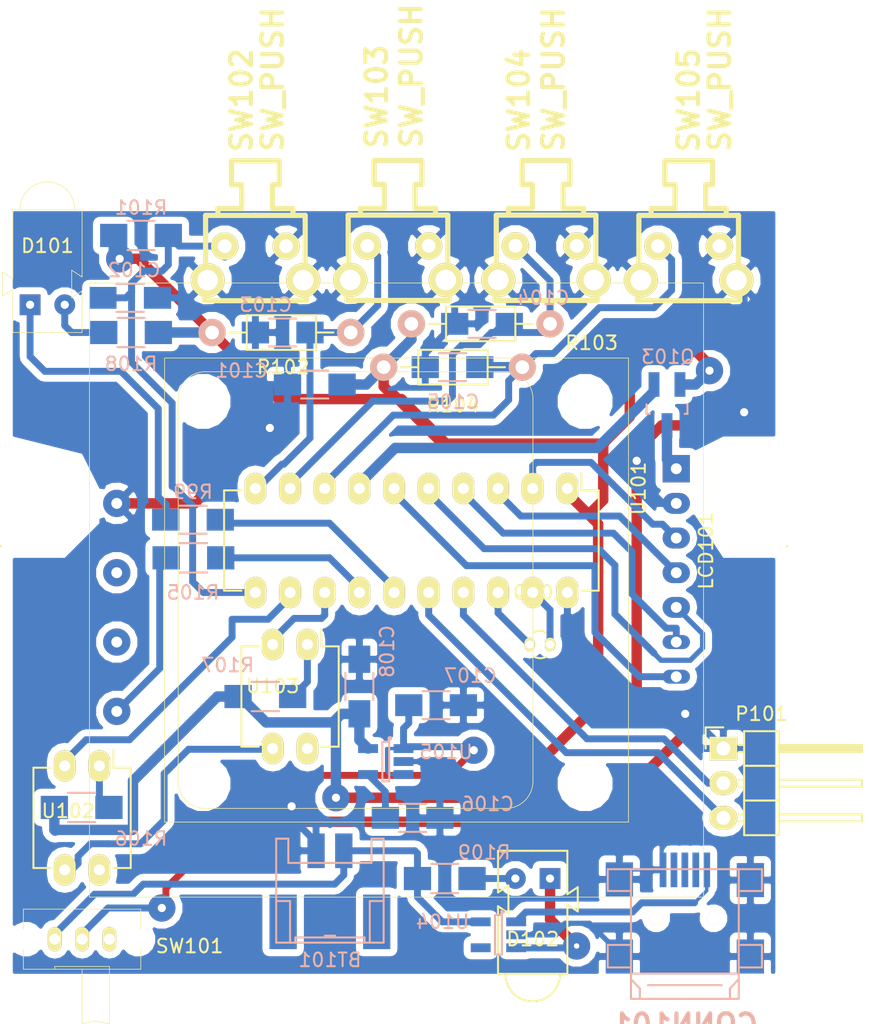
<source format=kicad_pcb>
(kicad_pcb (version 4) (host pcbnew 4.0.2-1.fc23-product)

  (general
    (links 83)
    (no_connects 7)
    (area 0 0 0 0)
    (thickness 1.6)
    (drawings 4)
    (tracks 339)
    (zones 0)
    (modules 37)
    (nets 40)
  )

  (page A4)
  (layers
    (0 F.Cu signal)
    (31 B.Cu signal)
    (32 B.Adhes user hide)
    (33 F.Adhes user hide)
    (34 B.Paste user hide)
    (35 F.Paste user hide)
    (36 B.SilkS user hide)
    (37 F.SilkS user)
    (38 B.Mask user hide)
    (39 F.Mask user hide)
    (40 Dwgs.User user hide)
    (41 Cmts.User user hide)
    (42 Eco1.User user hide)
    (43 Eco2.User user hide)
    (44 Edge.Cuts user hide)
    (45 Margin user hide)
    (46 B.CrtYd user hide)
    (47 F.CrtYd user)
    (48 B.Fab user hide)
    (49 F.Fab user)
  )

  (setup
    (last_trace_width 0.254)
    (user_trace_width 0.254)
    (user_trace_width 0.762)
    (trace_clearance 0.381)
    (zone_clearance 0.508)
    (zone_45_only no)
    (trace_min 0.254)
    (segment_width 0.2)
    (edge_width 0.15)
    (via_size 1)
    (via_drill 0.6)
    (via_min_size 0.4)
    (via_min_drill 0.3)
    (uvia_size 0.3)
    (uvia_drill 0.1)
    (uvias_allowed no)
    (uvia_min_size 0)
    (uvia_min_drill 0)
    (pcb_text_width 0.3)
    (pcb_text_size 1.5 1.5)
    (mod_edge_width 0.15)
    (mod_text_size 1 1)
    (mod_text_width 0.15)
    (pad_size 2 2)
    (pad_drill 0.8)
    (pad_to_mask_clearance 0.2)
    (aux_axis_origin 0 0)
    (visible_elements FFFFFF7F)
    (pcbplotparams
      (layerselection 0x01000_80000000)
      (usegerberextensions false)
      (excludeedgelayer false)
      (linewidth 0.100000)
      (plotframeref false)
      (viasonmask false)
      (mode 1)
      (useauxorigin false)
      (hpglpennumber 1)
      (hpglpenspeed 20)
      (hpglpendiameter 15)
      (hpglpenoverlay 2)
      (psnegative false)
      (psa4output false)
      (plotreference true)
      (plotvalue true)
      (plotinvisibletext false)
      (padsonsilk false)
      (subtractmaskfromsilk false)
      (outputformat 1)
      (mirror false)
      (drillshape 0)
      (scaleselection 1)
      (outputdirectory gerber/))
  )

  (net 0 "")
  (net 1 "Net-(BT101-Pad1)")
  (net 2 GND)
  (net 3 +3V3)
  (net 4 /~B1)
  (net 5 /~B2)
  (net 6 /~B3)
  (net 7 /~B4)
  (net 8 "Net-(D101-Pad2)")
  (net 9 /~LED)
  (net 10 /~LCD_RST)
  (net 11 /~LCD_CS)
  (net 12 "Net-(LCD101-Pad1)")
  (net 13 /D~C)
  (net 14 /MOSI)
  (net 15 /SCLK)
  (net 16 "Net-(LCD101-Pad8)")
  (net 17 "Net-(Q102-Pad1)")
  (net 18 "Net-(Q102-Pad2)")
  (net 19 /~LCD_PWR)
  (net 20 /~LCD_BKL)
  (net 21 "Net-(R106-Pad1)")
  (net 22 "Net-(R107-Pad1)")
  (net 23 "Net-(SW101-Pad3)")
  (net 24 /~FOCUS)
  (net 25 /~TRIGGER)
  (net 26 /RST)
  (net 27 /TEST)
  (net 28 /CAM_GND)
  (net 29 /CAM_FOCUS)
  (net 30 /CAM_TRIGGER)
  (net 31 "Net-(C107-Pad2)")
  (net 32 "Net-(C106-Pad1)")
  (net 33 "Net-(CONN101-Pad3)")
  (net 34 "Net-(CONN101-Pad2)")
  (net 35 "Net-(CONN101-Pad1)")
  (net 36 "Net-(CONN101-Pad4)")
  (net 37 "Net-(D102-Pad2)")
  (net 38 "Net-(D102-Pad1)")
  (net 39 "Net-(U104-Pad4)")

  (net_class Default "This is the default net class."
    (clearance 0.381)
    (trace_width 0.508)
    (via_dia 1)
    (via_drill 0.6)
    (uvia_dia 0.3)
    (uvia_drill 0.1)
    (add_net +3V3)
    (add_net /CAM_FOCUS)
    (add_net /CAM_GND)
    (add_net /CAM_TRIGGER)
    (add_net /MOSI)
    (add_net /RST)
    (add_net /SCLK)
    (add_net /TEST)
    (add_net /~B1)
    (add_net /~B2)
    (add_net /~B3)
    (add_net /~B4)
    (add_net /~FOCUS)
    (add_net /~LCD_BKL)
    (add_net /~LCD_CS)
    (add_net /~LCD_PWR)
    (add_net /~LCD_RST)
    (add_net /~LED)
    (add_net /~TRIGGER)
    (add_net GND)
    (add_net "Net-(BT101-Pad1)")
    (add_net "Net-(C106-Pad1)")
    (add_net "Net-(C107-Pad2)")
    (add_net "Net-(CONN102-Pad2)")
    (add_net "Net-(CONN102-Pad3)")
    (add_net "Net-(CONN102-Pad4)")
    (add_net "Net-(CONN102-Pad5)")
    (add_net "Net-(D101-Pad2)")
    (add_net "Net-(LCD101-Pad1)")
    (add_net "Net-(LCD101-Pad8)")
    (add_net "Net-(Q102-Pad1)")
    (add_net "Net-(Q102-Pad2)")
    (add_net "Net-(R106-Pad1)")
    (add_net "Net-(R107-Pad1)")
    (add_net "Net-(SW101-Pad3)")
    (add_net "Net-(U104-Pad4)")
  )

  (net_class Power ""
    (clearance 0.381)
    (trace_width 0.762)
    (via_dia 1)
    (via_drill 0.6)
    (uvia_dia 0.3)
    (uvia_drill 0.1)
  )

  (net_class SuperThin ""
    (clearance 0.1524)
    (trace_width 0.254)
    (via_dia 1)
    (via_drill 0.6)
    (uvia_dia 0.3)
    (uvia_drill 0.1)
    (add_net "Net-(CONN101-Pad1)")
    (add_net "Net-(CONN101-Pad2)")
    (add_net "Net-(CONN101-Pad3)")
    (add_net "Net-(CONN101-Pad4)")
    (add_net "Net-(D102-Pad1)")
    (add_net "Net-(D102-Pad2)")
  )

  (net_class Thin ""
    (clearance 0.254)
    (trace_width 0.381)
    (via_dia 1)
    (via_drill 0.6)
    (uvia_dia 0.3)
    (uvia_drill 0.1)
    (add_net /D~C)
  )

  (module smd-handsolder:C_1206_HandSoldering (layer B.Cu) (tedit 541A9C03) (tstamp 5759E500)
    (at 67.024 90.17)
    (descr "Capacitor SMD 1206, hand soldering")
    (tags "capacitor 1206")
    (path /57542170)
    (attr smd)
    (fp_text reference C102 (at 0.286 -2.032) (layer B.SilkS)
      (effects (font (size 1 1) (thickness 0.15)) (justify mirror))
    )
    (fp_text value 10n (at 0.032 0) (layer B.Fab)
      (effects (font (size 1 1) (thickness 0.15)) (justify mirror))
    )
    (fp_line (start -3.3 1.15) (end 3.3 1.15) (layer B.CrtYd) (width 0.05))
    (fp_line (start -3.3 -1.15) (end 3.3 -1.15) (layer B.CrtYd) (width 0.05))
    (fp_line (start -3.3 1.15) (end -3.3 -1.15) (layer B.CrtYd) (width 0.05))
    (fp_line (start 3.3 1.15) (end 3.3 -1.15) (layer B.CrtYd) (width 0.05))
    (fp_line (start 1 1.025) (end -1 1.025) (layer B.SilkS) (width 0.15))
    (fp_line (start -1 -1.025) (end 1 -1.025) (layer B.SilkS) (width 0.15))
    (pad 1 smd rect (at -2 0) (size 2 1.6) (layers B.Cu B.Paste B.Mask)
      (net 4 /~B1))
    (pad 2 smd rect (at 2 0) (size 2 1.6) (layers B.Cu B.Paste B.Mask)
      (net 2 GND))
    (model Capacitors_SMD.3dshapes/C_1206_HandSoldering.wrl
      (at (xyz 0 0 0))
      (scale (xyz 1 1 1))
      (rotate (xyz 0 0 0))
    )
  )

  (module boxes:Hammond_1593K (layer F.Cu) (tedit 57556267) (tstamp 57668F8F)
    (at 86.36 111.76)
    (fp_text reference REF** (at -26.7 -29) (layer F.SilkS) hide
      (effects (font (size 1 1) (thickness 0.15)))
    )
    (fp_text value Hammond_1593K (at 29.718 -20.066 90) (layer F.Fab)
      (effects (font (size 1 1) (thickness 0.15)))
    )
    (fp_line (start -28.8 -10.2) (end -25.6 -10.2) (layer F.Fab) (width 0.15))
    (fp_line (start -28.8 -28.3) (end -28.8 -10.2) (layer F.Fab) (width 0.15))
    (fp_line (start 0 -28.3) (end -28.8 -28.3) (layer F.Fab) (width 0.15))
    (fp_line (start 28.8 -10.2) (end 25.6 -10.2) (layer F.Fab) (width 0.15))
    (fp_line (start 28.8 -28.3) (end 28.8 -10.2) (layer F.Fab) (width 0.15))
    (fp_line (start 0 -28.3) (end 28.8 -28.3) (layer F.Fab) (width 0.15))
    (fp_line (start 28.8 -3.4) (end 25.6 -3.4) (layer F.Fab) (width 0.15))
    (fp_line (start -28.8 -3.4) (end -25.6 -3.4) (layer F.Fab) (width 0.15))
    (fp_arc (start -25.6 -6.8) (end -25.6 -10.2) (angle 180) (layer F.Fab) (width 0.15))
    (fp_arc (start 25.6 -6.8) (end 25.6 -3.4) (angle 180) (layer F.Fab) (width 0.15))
    (fp_line (start -28.8 -3.4) (end -28.8 -3.4) (layer F.SilkS) (width 0.15))
    (fp_line (start -28.8 28.3) (end -28.8 -3.4) (layer F.Fab) (width 0.15))
    (fp_line (start 0 28.3) (end -28.8 28.3) (layer F.Fab) (width 0.15))
    (fp_line (start 28.8 -3.4) (end 28.8 -3.4) (layer F.SilkS) (width 0.15))
    (fp_line (start 28.8 28.3) (end 28.8 -3.4) (layer F.Fab) (width 0.15))
    (fp_line (start 0 28.3) (end 28.8 28.3) (layer F.Fab) (width 0.15))
    (pad "" np_thru_hole circle (at 14 14) (size 3 3) (drill 3) (layers *.Cu))
    (pad "" np_thru_hole circle (at -14 14) (size 3 3) (drill 3) (layers *.Cu))
    (pad "" np_thru_hole circle (at -14 -14) (size 3 3) (drill 3) (layers *.Cu))
    (pad "" np_thru_hole circle (at 14 -14) (size 3 3) (drill 3) (layers *.Cu))
  )

  (module th-normal:LCD_Nokia_5510 (layer F.Cu) (tedit 5778E321) (tstamp 5759E530)
    (at 86.54 111.58 90)
    (path /57541773)
    (fp_text reference LCD101 (at 2.868 22.68 90) (layer F.SilkS)
      (effects (font (size 1 1) (thickness 0.15)))
    )
    (fp_text value LCD_Nokia_5510 (at 2.106 24.204 90) (layer F.Fab)
      (effects (font (size 1 1) (thickness 0.15)))
    )
    (fp_arc (start 14 8) (end 16 8) (angle 90) (layer F.SilkS) (width 0.05))
    (fp_arc (start -14 8) (end -14 10) (angle 90) (layer F.SilkS) (width 0.05))
    (fp_arc (start -14 -14) (end -16 -14) (angle 90) (layer F.SilkS) (width 0.05))
    (fp_arc (start 14 -14) (end 14 -16) (angle 90) (layer F.SilkS) (width 0.05))
    (fp_line (start 16 8) (end 16 -14) (layer F.SilkS) (width 0.05))
    (fp_line (start -14 10) (end 14 10) (layer F.SilkS) (width 0.05))
    (fp_line (start -16 -14) (end -16 8) (layer F.SilkS) (width 0.05))
    (fp_line (start -14 -16) (end 14 -16) (layer F.SilkS) (width 0.05))
    (fp_line (start -17 17) (end -17 -17) (layer F.SilkS) (width 0.05))
    (fp_line (start 17 17) (end -17 17) (layer F.SilkS) (width 0.05))
    (fp_line (start 17 -17) (end 17 17) (layer F.SilkS) (width 0.05))
    (fp_line (start -17 -17) (end 17 -17) (layer F.SilkS) (width 0.05))
    (fp_line (start -22.5 22.5) (end 22.5 22.5) (layer F.SilkS) (width 0.05))
    (fp_line (start -22.5 -22.5) (end -22.5 22.5) (layer F.SilkS) (width 0.05))
    (fp_line (start 22.5 -22.5) (end -22.5 -22.5) (layer F.SilkS) (width 0.05))
    (fp_line (start 22.5 22.5) (end 22.5 -22.5) (layer F.SilkS) (width 0.05))
    (pad 4 thru_hole circle (at 1.27 -20.5 90) (size 2 2) (drill 0.8) (layers *.Cu)
      (net 10 /~LCD_RST))
    (pad 2 thru_hole circle (at 6.35 -20.5 90) (size 2 2) (drill 0.8) (layers *.Cu)
      (net 2 GND))
    (pad 6 thru_hole circle (at -3.81 -20.5 90) (size 2 2) (drill 0.8) (layers *.Cu)
      (net 14 /MOSI))
    (pad 8 thru_hole circle (at -8.89 -20.5 90) (size 2 2) (drill 0.8) (layers *.Cu)
      (net 16 "Net-(LCD101-Pad8)"))
    (pad 7 thru_hole oval (at -6.35 20.5 90) (size 1.016 2) (drill 0.8) (layers *.Cu)
      (net 15 /SCLK))
    (pad 1 thru_hole rect (at 8.89 20.5 90) (size 2 2) (drill 0.8) (layers *.Cu)
      (net 12 "Net-(LCD101-Pad1)"))
    (pad 5 thru_hole oval (at -1.27 20.5 90) (size 1.524 2) (drill 0.8) (layers *.Cu)
      (net 13 /D~C))
    (pad 6 thru_hole oval (at -3.81 20.5 90) (size 1.016 2) (drill 0.8) (layers *.Cu)
      (net 14 /MOSI))
    (pad 4 thru_hole oval (at 1.27 20.5 90) (size 1.524 2) (drill 0.8) (layers *.Cu)
      (net 10 /~LCD_RST))
    (pad 2 thru_hole oval (at 6.35 20.5 90) (size 1.524 2) (drill 0.8) (layers *.Cu)
      (net 2 GND))
    (pad 3 thru_hole oval (at 3.81 20.5 90) (size 1.524 2) (drill 0.8) (layers *.Cu)
      (net 11 /~LCD_CS))
  )

  (module th-normal:LED_L-1384_AL-1 (layer F.Cu) (tedit 574AEE96) (tstamp 5759E518)
    (at 60.96 90.678 180)
    (path /57541C6D)
    (fp_text reference D101 (at 0 4.318 180) (layer F.SilkS)
      (effects (font (size 1 1) (thickness 0.15)))
    )
    (fp_text value LED (at 0 2.54 180) (layer F.Fab) hide
      (effects (font (size 1 1) (thickness 0.15)))
    )
    (fp_line (start -2.54 6.985) (end -2.54 2.032) (layer F.SilkS) (width 0.05))
    (fp_line (start 2.54 6.985) (end -2.54 6.985) (layer F.SilkS) (width 0.05))
    (fp_line (start 2.54 1.905) (end 2.54 6.985) (layer F.SilkS) (width 0.05))
    (fp_line (start 3.302 2.413) (end 2.54 1.905) (layer F.SilkS) (width 0.05))
    (fp_line (start 3.302 0.635) (end 3.302 2.413) (layer F.SilkS) (width 0.05))
    (fp_line (start 2.54 1.143) (end 3.302 0.635) (layer F.SilkS) (width 0.05))
    (fp_line (start 2.54 -2.032) (end 2.54 1.143) (layer F.SilkS) (width 0.05))
    (fp_line (start -1.778 2.54) (end -2.54 2.032) (layer F.SilkS) (width 0.05))
    (fp_line (start -1.778 0.508) (end -1.778 2.54) (layer F.SilkS) (width 0.05))
    (fp_line (start -2.54 1.016) (end -1.778 0.508) (layer F.SilkS) (width 0.05))
    (fp_line (start -2.54 -2.032) (end -2.54 1.016) (layer F.SilkS) (width 0.05))
    (fp_line (start 0 -2.032) (end -2.54 -2.032) (layer F.SilkS) (width 0.05))
    (fp_line (start 0 -2.032) (end 2.54 -2.032) (layer F.SilkS) (width 0.05))
    (fp_arc (start 0 7) (end 2 7) (angle 180) (layer F.SilkS) (width 0.05))
    (pad 2 thru_hole circle (at -1.27 0 180) (size 1.524 1.524) (drill 0.6) (layers *.Cu)
      (net 8 "Net-(D101-Pad2)"))
    (pad 1 thru_hole rect (at 1.27 0 180) (size 1.524 1.524) (drill 0.6) (layers *.Cu)
      (net 9 /~LED))
  )

  (module th-normal:Button_B3F-315X (layer F.Cu) (tedit 57685327) (tstamp 5759E585)
    (at 76.2 87.63 90)
    (path /575418B1)
    (fp_text reference SW102 (at 11.938 -1.016 90) (layer F.SilkS)
      (effects (font (thickness 0.3048)))
    )
    (fp_text value SW_PUSH (at 13.462 1.27 90) (layer F.SilkS)
      (effects (font (thickness 0.3048)))
    )
    (fp_line (start 7.50062 1.75006) (end 5.75056 1.75006) (layer F.SilkS) (width 0.381))
    (fp_line (start 5.75056 1.75006) (end 5.75056 1.24968) (layer F.SilkS) (width 0.381))
    (fp_line (start 5.75056 1.24968) (end 4.0005 1.24968) (layer F.SilkS) (width 0.381))
    (fp_line (start 4.0005 1.24968) (end 4.0005 2.75082) (layer F.SilkS) (width 0.381))
    (fp_line (start 4.0005 2.75082) (end 3.50012 2.75082) (layer F.SilkS) (width 0.381))
    (fp_line (start 7.50062 -1.75006) (end 5.75056 -1.75006) (layer F.SilkS) (width 0.381))
    (fp_line (start 5.75056 -1.75006) (end 5.75056 -1.00076) (layer F.SilkS) (width 0.381))
    (fp_line (start 5.75056 -1.00076) (end 4.0005 -1.00076) (layer F.SilkS) (width 0.381))
    (fp_line (start 4.0005 -1.00076) (end 4.0005 -2.75082) (layer F.SilkS) (width 0.381))
    (fp_line (start 4.0005 -2.75082) (end 3.50012 -2.75082) (layer F.SilkS) (width 0.381))
    (fp_line (start 7.50062 -1.75006) (end 7.50062 1.75006) (layer F.SilkS) (width 0.381))
    (fp_line (start -2.75082 0) (end -2.75082 3.74904) (layer F.SilkS) (width 0.381))
    (fp_line (start -2.75082 3.74904) (end -2.25044 3.74904) (layer F.SilkS) (width 0.381))
    (fp_line (start -2.75082 0) (end -2.75082 -3.74904) (layer F.SilkS) (width 0.381))
    (fp_line (start -2.75082 -3.74904) (end -2.25044 -3.74904) (layer F.SilkS) (width 0.381))
    (fp_line (start 3.50012 0) (end 3.50012 3.64998) (layer F.SilkS) (width 0.381))
    (fp_line (start 3.50012 3.64998) (end -0.20066 3.64998) (layer F.SilkS) (width 0.381))
    (fp_line (start 3.50012 0) (end 3.50012 -3.64998) (layer F.SilkS) (width 0.381))
    (fp_line (start 3.50012 -3.64998) (end -0.24892 -3.64998) (layer F.SilkS) (width 0.381))
    (pad 1 thru_hole circle (at 1.24968 -2.25044 90) (size 1.99898 1.99898) (drill 1.00076) (layers *.Cu *.Mask F.SilkS)
      (net 4 /~B1))
    (pad 2 thru_hole circle (at 1.24968 2.25044 90) (size 1.99898 1.99898) (drill 1.00076) (layers *.Cu *.Mask F.SilkS)
      (net 2 GND))
    (pad S thru_hole circle (at -1.24968 3.50012 90) (size 2.49936 2.49936) (drill 1.50114) (layers *.Cu *.Mask F.SilkS))
    (pad S thru_hole circle (at -1.24968 -3.50012 90) (size 2.49936 2.49936) (drill 1.50114) (layers *.Cu *.Mask F.SilkS))
  )

  (module smd-handsolder:SOT-23-5_HandSoldering (layer B.Cu) (tedit 57669C54) (tstamp 57668F8E)
    (at 85.755 124.145 180)
    (descr "5-pin SOT23 package")
    (tags SOT-23-5)
    (path /5766AA84)
    (clearance 0.127)
    (attr smd)
    (fp_text reference U105 (at -4.415 0.701 180) (layer B.SilkS)
      (effects (font (size 1 1) (thickness 0.15)) (justify mirror))
    )
    (fp_text value LP2992AIM5-3.3CT-ND (at -0.097 -1.077 180) (layer B.Fab)
      (effects (font (size 1 1) (thickness 0.15)) (justify mirror))
    )
    (fp_line (start -1.8 1.6) (end 1.8 1.6) (layer B.CrtYd) (width 0.05))
    (fp_line (start 1.8 1.6) (end 1.8 -1.6) (layer B.CrtYd) (width 0.05))
    (fp_line (start 1.8 -1.6) (end -1.8 -1.6) (layer B.CrtYd) (width 0.05))
    (fp_line (start -1.8 -1.6) (end -1.8 1.6) (layer B.CrtYd) (width 0.05))
    (fp_circle (center -0.3 1.7) (end -0.2 1.7) (layer B.SilkS) (width 0.15))
    (fp_line (start 0.25 1.45) (end -0.25 1.45) (layer B.SilkS) (width 0.15))
    (fp_line (start 0.25 -1.45) (end 0.25 1.45) (layer B.SilkS) (width 0.15))
    (fp_line (start -0.25 -1.45) (end 0.25 -1.45) (layer B.SilkS) (width 0.15))
    (fp_line (start -0.25 1.45) (end -0.25 -1.45) (layer B.SilkS) (width 0.15))
    (pad 1 smd rect (at -1.3 0.95 180) (size 1.46 0.65) (layers B.Cu B.Paste B.Mask)
      (net 31 "Net-(C107-Pad2)"))
    (pad 2 smd rect (at -1.3 0 180) (size 1.46 0.65) (layers B.Cu B.Paste B.Mask)
      (net 2 GND))
    (pad 3 smd rect (at -1.3 -0.95 180) (size 1.46 0.65) (layers B.Cu B.Paste B.Mask)
      (net 31 "Net-(C107-Pad2)"))
    (pad 4 smd rect (at 1.3 -0.95 180) (size 1.46 0.65) (layers B.Cu B.Paste B.Mask)
      (net 32 "Net-(C106-Pad1)"))
    (pad 5 smd rect (at 1.3 0.95 180) (size 1.46 0.65) (layers B.Cu B.Paste B.Mask)
      (net 3 +3V3))
    (model Housings_SOT-23_SOT-143_TSOT-6.3dshapes/SOT-23-5.wrl
      (at (xyz 0 0 0))
      (scale (xyz 1 1 1))
      (rotate (xyz 0 0 0))
    )
  )

  (module smd-handsolder:C_1206_HandSoldering (layer B.Cu) (tedit 541A9C03) (tstamp 5759E50C)
    (at 92.805 92.075 180)
    (descr "Capacitor SMD 1206, hand soldering")
    (tags "capacitor 1206")
    (path /57542216)
    (attr smd)
    (fp_text reference C104 (at -4.477 1.905 180) (layer B.SilkS)
      (effects (font (size 1 1) (thickness 0.15)) (justify mirror))
    )
    (fp_text value 10n (at 0.095 -0.127 180) (layer B.Fab)
      (effects (font (size 1 1) (thickness 0.15)) (justify mirror))
    )
    (fp_line (start -3.3 1.15) (end 3.3 1.15) (layer B.CrtYd) (width 0.05))
    (fp_line (start -3.3 -1.15) (end 3.3 -1.15) (layer B.CrtYd) (width 0.05))
    (fp_line (start -3.3 1.15) (end -3.3 -1.15) (layer B.CrtYd) (width 0.05))
    (fp_line (start 3.3 1.15) (end 3.3 -1.15) (layer B.CrtYd) (width 0.05))
    (fp_line (start 1 1.025) (end -1 1.025) (layer B.SilkS) (width 0.15))
    (fp_line (start -1 -1.025) (end 1 -1.025) (layer B.SilkS) (width 0.15))
    (pad 1 smd rect (at -2 0 180) (size 2 1.6) (layers B.Cu B.Paste B.Mask)
      (net 6 /~B3))
    (pad 2 smd rect (at 2 0 180) (size 2 1.6) (layers B.Cu B.Paste B.Mask)
      (net 2 GND))
    (model Capacitors_SMD.3dshapes/C_1206_HandSoldering.wrl
      (at (xyz 0 0 0))
      (scale (xyz 1 1 1))
      (rotate (xyz 0 0 0))
    )
  )

  (module smd-handsolder:C_1206_HandSoldering (layer B.Cu) (tedit 541A9C03) (tstamp 5759E4FA)
    (at 80.55 96.52 180)
    (descr "Capacitor SMD 1206, hand soldering")
    (tags "capacitor 1206")
    (path /57544BA4)
    (attr smd)
    (fp_text reference C101 (at 5.366 1.016 180) (layer B.SilkS)
      (effects (font (size 1 1) (thickness 0.15)) (justify mirror))
    )
    (fp_text value 100n (at 0 -0.254 180) (layer B.Fab)
      (effects (font (size 1 1) (thickness 0.15)) (justify mirror))
    )
    (fp_line (start -3.3 1.15) (end 3.3 1.15) (layer B.CrtYd) (width 0.05))
    (fp_line (start -3.3 -1.15) (end 3.3 -1.15) (layer B.CrtYd) (width 0.05))
    (fp_line (start -3.3 1.15) (end -3.3 -1.15) (layer B.CrtYd) (width 0.05))
    (fp_line (start 3.3 1.15) (end 3.3 -1.15) (layer B.CrtYd) (width 0.05))
    (fp_line (start 1 1.025) (end -1 1.025) (layer B.SilkS) (width 0.15))
    (fp_line (start -1 -1.025) (end 1 -1.025) (layer B.SilkS) (width 0.15))
    (pad 1 smd rect (at -2 0 180) (size 2 1.6) (layers B.Cu B.Paste B.Mask)
      (net 3 +3V3))
    (pad 2 smd rect (at 2 0 180) (size 2 1.6) (layers B.Cu B.Paste B.Mask)
      (net 2 GND))
    (model Capacitors_SMD.3dshapes/C_1206_HandSoldering.wrl
      (at (xyz 0 0 0))
      (scale (xyz 1 1 1))
      (rotate (xyz 0 0 0))
    )
  )

  (module smd-handsolder:C_1206_HandSoldering (layer B.Cu) (tedit 541A9C03) (tstamp 5759E506)
    (at 78.2 92.71 180)
    (descr "Capacitor SMD 1206, hand soldering")
    (tags "capacitor 1206")
    (path /575421C8)
    (attr smd)
    (fp_text reference C103 (at 1.238 2.032 180) (layer B.SilkS)
      (effects (font (size 1 1) (thickness 0.15)) (justify mirror))
    )
    (fp_text value 10n (at 0 0 180) (layer B.Fab)
      (effects (font (size 1 1) (thickness 0.15)) (justify mirror))
    )
    (fp_line (start -3.3 1.15) (end 3.3 1.15) (layer B.CrtYd) (width 0.05))
    (fp_line (start -3.3 -1.15) (end 3.3 -1.15) (layer B.CrtYd) (width 0.05))
    (fp_line (start -3.3 1.15) (end -3.3 -1.15) (layer B.CrtYd) (width 0.05))
    (fp_line (start 3.3 1.15) (end 3.3 -1.15) (layer B.CrtYd) (width 0.05))
    (fp_line (start 1 1.025) (end -1 1.025) (layer B.SilkS) (width 0.15))
    (fp_line (start -1 -1.025) (end 1 -1.025) (layer B.SilkS) (width 0.15))
    (pad 1 smd rect (at -2 0 180) (size 2 1.6) (layers B.Cu B.Paste B.Mask)
      (net 5 /~B2))
    (pad 2 smd rect (at 2 0 180) (size 2 1.6) (layers B.Cu B.Paste B.Mask)
      (net 2 GND))
    (model Capacitors_SMD.3dshapes/C_1206_HandSoldering.wrl
      (at (xyz 0 0 0))
      (scale (xyz 1 1 1))
      (rotate (xyz 0 0 0))
    )
  )

  (module smd-handsolder:C_1206_HandSoldering (layer B.Cu) (tedit 541A9C03) (tstamp 5759E512)
    (at 90.646 95.25 180)
    (descr "Capacitor SMD 1206, hand soldering")
    (tags "capacitor 1206")
    (path /57542267)
    (attr smd)
    (fp_text reference C105 (at -0.032 -2.54 180) (layer B.SilkS)
      (effects (font (size 1 1) (thickness 0.15)) (justify mirror))
    )
    (fp_text value 10n (at 0 0 180) (layer B.Fab)
      (effects (font (size 1 1) (thickness 0.15)) (justify mirror))
    )
    (fp_line (start -3.3 1.15) (end 3.3 1.15) (layer B.CrtYd) (width 0.05))
    (fp_line (start -3.3 -1.15) (end 3.3 -1.15) (layer B.CrtYd) (width 0.05))
    (fp_line (start -3.3 1.15) (end -3.3 -1.15) (layer B.CrtYd) (width 0.05))
    (fp_line (start 3.3 1.15) (end 3.3 -1.15) (layer B.CrtYd) (width 0.05))
    (fp_line (start 1 1.025) (end -1 1.025) (layer B.SilkS) (width 0.15))
    (fp_line (start -1 -1.025) (end 1 -1.025) (layer B.SilkS) (width 0.15))
    (pad 1 smd rect (at -2 0 180) (size 2 1.6) (layers B.Cu B.Paste B.Mask)
      (net 7 /~B4))
    (pad 2 smd rect (at 2 0 180) (size 2 1.6) (layers B.Cu B.Paste B.Mask)
      (net 2 GND))
    (model Capacitors_SMD.3dshapes/C_1206_HandSoldering.wrl
      (at (xyz 0 0 0))
      (scale (xyz 1 1 1))
      (rotate (xyz 0 0 0))
    )
  )

  (module th-normal:Crystal_Round_Vertical_2mm (layer F.Cu) (tedit 575C766B) (tstamp 5759E53D)
    (at 97.0407 115.57)
    (descr "Crystal, Quarz, Rundgehaeuse, round, NC26LF, vertical, stehend, Uhrenquarz, Diam. 2mm,")
    (tags "Crystal, Quarz, Rundgehaeuse, round, NC26LF, vertical, stehend, Uhrenquarz, Diam. 2mm,")
    (path /5754D8F8)
    (fp_text reference Q102 (at 0 -3.81) (layer F.SilkS)
      (effects (font (size 1 1) (thickness 0.15)))
    )
    (fp_text value Raltron_32_768kHz_R26 (at -0.7747 2.54) (layer F.Fab)
      (effects (font (size 1 1) (thickness 0.15)))
    )
    (fp_line (start 0.44958 0.89916) (end 0.35052 0.94996) (layer F.SilkS) (width 0.15))
    (fp_line (start 0.35052 0.94996) (end 0.14986 1.00076) (layer F.SilkS) (width 0.15))
    (fp_line (start 0.14986 1.00076) (end -0.0508 1.00076) (layer F.SilkS) (width 0.15))
    (fp_line (start -0.0508 1.00076) (end -0.29972 0.94996) (layer F.SilkS) (width 0.15))
    (fp_line (start -0.29972 0.94996) (end -0.39878 0.89916) (layer F.SilkS) (width 0.15))
    (fp_line (start 0.39878 -0.89916) (end 0.24892 -1.00076) (layer F.SilkS) (width 0.15))
    (fp_line (start 0.24892 -1.00076) (end 0.0508 -1.00076) (layer F.SilkS) (width 0.15))
    (fp_line (start 0.0508 -1.00076) (end -0.14986 -1.00076) (layer F.SilkS) (width 0.15))
    (fp_line (start -0.14986 -1.00076) (end -0.29972 -0.94996) (layer F.SilkS) (width 0.15))
    (fp_line (start -0.29972 -0.94996) (end -0.39878 -0.89916) (layer F.SilkS) (width 0.15))
    (pad 1 thru_hole oval (at -0.7493 0) (size 0.762 1.00076) (drill 0.59944) (layers *.Cu *.Mask F.SilkS)
      (net 17 "Net-(Q102-Pad1)"))
    (pad 2 thru_hole oval (at 0.7493 0) (size 0.762 1.00076) (drill 0.59944) (layers *.Cu *.Mask F.SilkS)
      (net 18 "Net-(Q102-Pad2)"))
  )

  (module smd-handsolder:SOT-23_HandSoldering (layer B.Cu) (tedit 55C75D43) (tstamp 5759E544)
    (at 106.36 98.02114)
    (descr "SOT-23, Handsoldering")
    (tags SOT-23)
    (path /5754B315)
    (attr smd)
    (fp_text reference Q103 (at 0.066 -3.53314) (layer B.SilkS)
      (effects (font (size 1 1) (thickness 0.15)) (justify mirror))
    )
    (fp_text value IRLML6402 (at 0.32 2.05486) (layer B.Fab)
      (effects (font (size 1 1) (thickness 0.15)) (justify mirror))
    )
    (fp_line (start -1.49982 -0.0508) (end -1.49982 0.65024) (layer B.SilkS) (width 0.15))
    (fp_line (start -1.49982 0.65024) (end -1.2509 0.65024) (layer B.SilkS) (width 0.15))
    (fp_line (start 1.29916 0.65024) (end 1.49982 0.65024) (layer B.SilkS) (width 0.15))
    (fp_line (start 1.49982 0.65024) (end 1.49982 -0.0508) (layer B.SilkS) (width 0.15))
    (pad 1 smd rect (at -0.95 -1.50114) (size 0.8001 1.80086) (layers B.Cu B.Paste B.Mask)
      (net 19 /~LCD_PWR))
    (pad 2 smd rect (at 0.95 -1.50114) (size 0.8001 1.80086) (layers B.Cu B.Paste B.Mask)
      (net 3 +3V3))
    (pad 3 smd rect (at 0 1.50114) (size 0.8001 1.80086) (layers B.Cu B.Paste B.Mask)
      (net 12 "Net-(LCD101-Pad1)"))
    (model Housings_SOT-23_SOT-143_TSOT-6.3dshapes/SOT-23_Handsoldering.wrl
      (at (xyz 0 0 0))
      (scale (xyz 1 1 1))
      (rotate (xyz 0 0 0))
    )
  )

  (module smd-handsolder:R_1206_HandSoldering (layer B.Cu) (tedit 5418A20D) (tstamp 5759E562)
    (at 71.66 109.22)
    (descr "Resistor SMD 1206, hand soldering")
    (tags "resistor 1206")
    (path /57545E8C)
    (attr smd)
    (fp_text reference R105 (at -0.032 2.54) (layer B.SilkS)
      (effects (font (size 1 1) (thickness 0.15)) (justify mirror))
    )
    (fp_text value 1k (at 0 0) (layer B.Fab)
      (effects (font (size 1 1) (thickness 0.15)) (justify mirror))
    )
    (fp_line (start -3.3 1.2) (end 3.3 1.2) (layer B.CrtYd) (width 0.05))
    (fp_line (start -3.3 -1.2) (end 3.3 -1.2) (layer B.CrtYd) (width 0.05))
    (fp_line (start -3.3 1.2) (end -3.3 -1.2) (layer B.CrtYd) (width 0.05))
    (fp_line (start 3.3 1.2) (end 3.3 -1.2) (layer B.CrtYd) (width 0.05))
    (fp_line (start 1 -1.075) (end -1 -1.075) (layer B.SilkS) (width 0.15))
    (fp_line (start -1 1.075) (end 1 1.075) (layer B.SilkS) (width 0.15))
    (pad 1 smd rect (at -2 0) (size 2 1.7) (layers B.Cu B.Paste B.Mask)
      (net 16 "Net-(LCD101-Pad8)"))
    (pad 2 smd rect (at 2 0) (size 2 1.7) (layers B.Cu B.Paste B.Mask)
      (net 20 /~LCD_BKL))
    (model Resistors_SMD.3dshapes/R_1206_HandSoldering.wrl
      (at (xyz 0 0 0))
      (scale (xyz 1 1 1))
      (rotate (xyz 0 0 0))
    )
  )

  (module smd-handsolder:R_1206_HandSoldering (layer B.Cu) (tedit 5418A20D) (tstamp 5759E568)
    (at 63.468 127.508 180)
    (descr "Resistor SMD 1206, hand soldering")
    (tags "resistor 1206")
    (path /57541E6B)
    (attr smd)
    (fp_text reference R106 (at -4.35 -2.286 180) (layer B.SilkS)
      (effects (font (size 1 1) (thickness 0.15)) (justify mirror))
    )
    (fp_text value 10k (at -0.032 0 180) (layer B.Fab)
      (effects (font (size 1 1) (thickness 0.15)) (justify mirror))
    )
    (fp_line (start -3.3 1.2) (end 3.3 1.2) (layer B.CrtYd) (width 0.05))
    (fp_line (start -3.3 -1.2) (end 3.3 -1.2) (layer B.CrtYd) (width 0.05))
    (fp_line (start -3.3 1.2) (end -3.3 -1.2) (layer B.CrtYd) (width 0.05))
    (fp_line (start 3.3 1.2) (end 3.3 -1.2) (layer B.CrtYd) (width 0.05))
    (fp_line (start 1 -1.075) (end -1 -1.075) (layer B.SilkS) (width 0.15))
    (fp_line (start -1 1.075) (end 1 1.075) (layer B.SilkS) (width 0.15))
    (pad 1 smd rect (at -2 0 180) (size 2 1.7) (layers B.Cu B.Paste B.Mask)
      (net 21 "Net-(R106-Pad1)"))
    (pad 2 smd rect (at 2 0 180) (size 2 1.7) (layers B.Cu B.Paste B.Mask)
      (net 3 +3V3))
    (model Resistors_SMD.3dshapes/R_1206_HandSoldering.wrl
      (at (xyz 0 0 0))
      (scale (xyz 1 1 1))
      (rotate (xyz 0 0 0))
    )
  )

  (module smd-handsolder:R_1206_HandSoldering (layer B.Cu) (tedit 5418A20D) (tstamp 5759E56E)
    (at 76.93 119.38 180)
    (descr "Resistor SMD 1206, hand soldering")
    (tags "resistor 1206")
    (path /57541EC4)
    (attr smd)
    (fp_text reference R107 (at 2.762 2.3 180) (layer B.SilkS)
      (effects (font (size 1 1) (thickness 0.15)) (justify mirror))
    )
    (fp_text value 10k (at 0 0 180) (layer B.Fab)
      (effects (font (size 1 1) (thickness 0.15)) (justify mirror))
    )
    (fp_line (start -3.3 1.2) (end 3.3 1.2) (layer B.CrtYd) (width 0.05))
    (fp_line (start -3.3 -1.2) (end 3.3 -1.2) (layer B.CrtYd) (width 0.05))
    (fp_line (start -3.3 1.2) (end -3.3 -1.2) (layer B.CrtYd) (width 0.05))
    (fp_line (start 3.3 1.2) (end 3.3 -1.2) (layer B.CrtYd) (width 0.05))
    (fp_line (start 1 -1.075) (end -1 -1.075) (layer B.SilkS) (width 0.15))
    (fp_line (start -1 1.075) (end 1 1.075) (layer B.SilkS) (width 0.15))
    (pad 1 smd rect (at -2 0 180) (size 2 1.7) (layers B.Cu B.Paste B.Mask)
      (net 22 "Net-(R107-Pad1)"))
    (pad 2 smd rect (at 2 0 180) (size 2 1.7) (layers B.Cu B.Paste B.Mask)
      (net 3 +3V3))
    (model Resistors_SMD.3dshapes/R_1206_HandSoldering.wrl
      (at (xyz 0 0 0))
      (scale (xyz 1 1 1))
      (rotate (xyz 0 0 0))
    )
  )

  (module smd-handsolder:R_1206_HandSoldering (layer B.Cu) (tedit 5418A20D) (tstamp 5759E574)
    (at 67.088 92.71)
    (descr "Resistor SMD 1206, hand soldering")
    (tags "resistor 1206")
    (path /57542566)
    (attr smd)
    (fp_text reference R108 (at 0 2.3) (layer B.SilkS)
      (effects (font (size 1 1) (thickness 0.15)) (justify mirror))
    )
    (fp_text value 1k (at -0.032 0) (layer B.Fab)
      (effects (font (size 1 1) (thickness 0.15)) (justify mirror))
    )
    (fp_line (start -3.3 1.2) (end 3.3 1.2) (layer B.CrtYd) (width 0.05))
    (fp_line (start -3.3 -1.2) (end 3.3 -1.2) (layer B.CrtYd) (width 0.05))
    (fp_line (start -3.3 1.2) (end -3.3 -1.2) (layer B.CrtYd) (width 0.05))
    (fp_line (start 3.3 1.2) (end 3.3 -1.2) (layer B.CrtYd) (width 0.05))
    (fp_line (start 1 -1.075) (end -1 -1.075) (layer B.SilkS) (width 0.15))
    (fp_line (start -1 1.075) (end 1 1.075) (layer B.SilkS) (width 0.15))
    (pad 1 smd rect (at -2 0) (size 2 1.7) (layers B.Cu B.Paste B.Mask)
      (net 8 "Net-(D101-Pad2)"))
    (pad 2 smd rect (at 2 0) (size 2 1.7) (layers B.Cu B.Paste B.Mask)
      (net 3 +3V3))
    (model Resistors_SMD.3dshapes/R_1206_HandSoldering.wrl
      (at (xyz 0 0 0))
      (scale (xyz 1 1 1))
      (rotate (xyz 0 0 0))
    )
  )

  (module th-normal:Button_C&K_OS102011MA1QN1 (layer F.Cu) (tedit 575C7628) (tstamp 5759E57D)
    (at 63.5 137.16)
    (path /5759E7F0)
    (fp_text reference SW101 (at 7.874 0.508) (layer F.SilkS)
      (effects (font (size 1 1) (thickness 0.15)))
    )
    (fp_text value SWITCH_DT (at 9.398 -1.27) (layer F.Fab)
      (effects (font (size 1 1) (thickness 0.15)))
    )
    (fp_line (start 1 6) (end 2 6.2) (layer F.SilkS) (width 0.05))
    (fp_line (start 0 6.2) (end 1 6) (layer F.SilkS) (width 0.05))
    (fp_line (start 2 2.1) (end 2 2.2) (layer F.SilkS) (width 0.05))
    (fp_line (start 2 2) (end 2 2.1) (layer F.SilkS) (width 0.05))
    (fp_line (start -2 2) (end 2 2) (layer F.SilkS) (width 0.05))
    (fp_line (start -2 2.2) (end -2 2) (layer F.SilkS) (width 0.05))
    (fp_line (start 2 6.2) (end 2 2.2) (layer F.SilkS) (width 0.05))
    (fp_line (start 0 2.2) (end 0 6.2) (layer F.SilkS) (width 0.05))
    (fp_line (start 4.3 2.2) (end 4.3 0) (layer F.SilkS) (width 0.05))
    (fp_line (start -4.3 2.2) (end 4.3 2.2) (layer F.SilkS) (width 0.05))
    (fp_line (start -4.3 -2.2) (end -4.3 2.2) (layer F.SilkS) (width 0.05))
    (fp_line (start 4.3 -2.2) (end -4.3 -2.2) (layer F.SilkS) (width 0.05))
    (fp_line (start 4.3 0) (end 4.3 -2.2) (layer F.SilkS) (width 0.05))
    (pad 2 thru_hole oval (at 0 0) (size 1.016 1.778) (drill 0.8) (layers *.Cu *.Mask F.SilkS)
      (net 31 "Net-(C107-Pad2)"))
    (pad 3 thru_hole oval (at 2 0) (size 1.016 1.778) (drill 0.8) (layers *.Cu *.Mask F.SilkS)
      (net 23 "Net-(SW101-Pad3)"))
    (pad 1 thru_hole oval (at -2 0) (size 1.016 1.778) (drill 0.8) (layers *.Cu *.Mask F.SilkS)
      (net 1 "Net-(BT101-Pad1)"))
    (pad "" np_thru_hole circle (at 4.1 0) (size 1.5 1.5) (drill 1.5) (layers *.Cu))
    (pad "" np_thru_hole circle (at -4.1 0) (size 1.5 1.5) (drill 1.5) (layers *.Cu))
  )

  (module th-normal:Button_B3F-315X (layer F.Cu) (tedit 57685330) (tstamp 5759E58D)
    (at 86.64956 87.60968 90)
    (path /57541904)
    (fp_text reference SW103 (at 12.17168 -1.55956 90) (layer F.SilkS)
      (effects (font (thickness 0.3048)))
    )
    (fp_text value SW_PUSH (at 13.69568 0.98044 90) (layer F.SilkS)
      (effects (font (thickness 0.3048)))
    )
    (fp_line (start 7.50062 1.75006) (end 5.75056 1.75006) (layer F.SilkS) (width 0.381))
    (fp_line (start 5.75056 1.75006) (end 5.75056 1.24968) (layer F.SilkS) (width 0.381))
    (fp_line (start 5.75056 1.24968) (end 4.0005 1.24968) (layer F.SilkS) (width 0.381))
    (fp_line (start 4.0005 1.24968) (end 4.0005 2.75082) (layer F.SilkS) (width 0.381))
    (fp_line (start 4.0005 2.75082) (end 3.50012 2.75082) (layer F.SilkS) (width 0.381))
    (fp_line (start 7.50062 -1.75006) (end 5.75056 -1.75006) (layer F.SilkS) (width 0.381))
    (fp_line (start 5.75056 -1.75006) (end 5.75056 -1.00076) (layer F.SilkS) (width 0.381))
    (fp_line (start 5.75056 -1.00076) (end 4.0005 -1.00076) (layer F.SilkS) (width 0.381))
    (fp_line (start 4.0005 -1.00076) (end 4.0005 -2.75082) (layer F.SilkS) (width 0.381))
    (fp_line (start 4.0005 -2.75082) (end 3.50012 -2.75082) (layer F.SilkS) (width 0.381))
    (fp_line (start 7.50062 -1.75006) (end 7.50062 1.75006) (layer F.SilkS) (width 0.381))
    (fp_line (start -2.75082 0) (end -2.75082 3.74904) (layer F.SilkS) (width 0.381))
    (fp_line (start -2.75082 3.74904) (end -2.25044 3.74904) (layer F.SilkS) (width 0.381))
    (fp_line (start -2.75082 0) (end -2.75082 -3.74904) (layer F.SilkS) (width 0.381))
    (fp_line (start -2.75082 -3.74904) (end -2.25044 -3.74904) (layer F.SilkS) (width 0.381))
    (fp_line (start 3.50012 0) (end 3.50012 3.64998) (layer F.SilkS) (width 0.381))
    (fp_line (start 3.50012 3.64998) (end -0.20066 3.64998) (layer F.SilkS) (width 0.381))
    (fp_line (start 3.50012 0) (end 3.50012 -3.64998) (layer F.SilkS) (width 0.381))
    (fp_line (start 3.50012 -3.64998) (end -0.24892 -3.64998) (layer F.SilkS) (width 0.381))
    (pad 1 thru_hole circle (at 1.24968 -2.25044 90) (size 1.99898 1.99898) (drill 1.00076) (layers *.Cu *.Mask F.SilkS)
      (net 5 /~B2))
    (pad 2 thru_hole circle (at 1.24968 2.25044 90) (size 1.99898 1.99898) (drill 1.00076) (layers *.Cu *.Mask F.SilkS)
      (net 2 GND))
    (pad S thru_hole circle (at -1.24968 3.50012 90) (size 2.49936 2.49936) (drill 1.50114) (layers *.Cu *.Mask F.SilkS))
    (pad S thru_hole circle (at -1.24968 -3.50012 90) (size 2.49936 2.49936) (drill 1.50114) (layers *.Cu *.Mask F.SilkS))
  )

  (module th-normal:Button_B3F-315X (layer F.Cu) (tedit 576853AD) (tstamp 5759E595)
    (at 97.50044 87.60968 90)
    (path /5754192F)
    (fp_text reference SW104 (at 11.91768 -1.99644 90) (layer F.SilkS)
      (effects (font (thickness 0.3048)))
    )
    (fp_text value SW_PUSH (at 13.44168 0.54356 90) (layer F.SilkS)
      (effects (font (thickness 0.3048)))
    )
    (fp_line (start 7.50062 1.75006) (end 5.75056 1.75006) (layer F.SilkS) (width 0.381))
    (fp_line (start 5.75056 1.75006) (end 5.75056 1.24968) (layer F.SilkS) (width 0.381))
    (fp_line (start 5.75056 1.24968) (end 4.0005 1.24968) (layer F.SilkS) (width 0.381))
    (fp_line (start 4.0005 1.24968) (end 4.0005 2.75082) (layer F.SilkS) (width 0.381))
    (fp_line (start 4.0005 2.75082) (end 3.50012 2.75082) (layer F.SilkS) (width 0.381))
    (fp_line (start 7.50062 -1.75006) (end 5.75056 -1.75006) (layer F.SilkS) (width 0.381))
    (fp_line (start 5.75056 -1.75006) (end 5.75056 -1.00076) (layer F.SilkS) (width 0.381))
    (fp_line (start 5.75056 -1.00076) (end 4.0005 -1.00076) (layer F.SilkS) (width 0.381))
    (fp_line (start 4.0005 -1.00076) (end 4.0005 -2.75082) (layer F.SilkS) (width 0.381))
    (fp_line (start 4.0005 -2.75082) (end 3.50012 -2.75082) (layer F.SilkS) (width 0.381))
    (fp_line (start 7.50062 -1.75006) (end 7.50062 1.75006) (layer F.SilkS) (width 0.381))
    (fp_line (start -2.75082 0) (end -2.75082 3.74904) (layer F.SilkS) (width 0.381))
    (fp_line (start -2.75082 3.74904) (end -2.25044 3.74904) (layer F.SilkS) (width 0.381))
    (fp_line (start -2.75082 0) (end -2.75082 -3.74904) (layer F.SilkS) (width 0.381))
    (fp_line (start -2.75082 -3.74904) (end -2.25044 -3.74904) (layer F.SilkS) (width 0.381))
    (fp_line (start 3.50012 0) (end 3.50012 3.64998) (layer F.SilkS) (width 0.381))
    (fp_line (start 3.50012 3.64998) (end -0.20066 3.64998) (layer F.SilkS) (width 0.381))
    (fp_line (start 3.50012 0) (end 3.50012 -3.64998) (layer F.SilkS) (width 0.381))
    (fp_line (start 3.50012 -3.64998) (end -0.24892 -3.64998) (layer F.SilkS) (width 0.381))
    (pad 1 thru_hole circle (at 1.24968 -2.25044 90) (size 1.99898 1.99898) (drill 1.00076) (layers *.Cu *.Mask F.SilkS)
      (net 6 /~B3))
    (pad 2 thru_hole circle (at 1.24968 2.25044 90) (size 1.99898 1.99898) (drill 1.00076) (layers *.Cu *.Mask F.SilkS)
      (net 2 GND))
    (pad S thru_hole circle (at -1.24968 3.50012 90) (size 2.49936 2.49936) (drill 1.50114) (layers *.Cu *.Mask F.SilkS))
    (pad S thru_hole circle (at -1.24968 -3.50012 90) (size 2.49936 2.49936) (drill 1.50114) (layers *.Cu *.Mask F.SilkS))
  )

  (module th-normal:Button_B3F-315X (layer F.Cu) (tedit 576853B6) (tstamp 5759E59D)
    (at 107.95 87.63 90)
    (path /57541A7D)
    (fp_text reference SW105 (at 11.938 0 90) (layer F.SilkS)
      (effects (font (thickness 0.3048)))
    )
    (fp_text value SW_PUSH (at 13.462 2.286 90) (layer F.SilkS)
      (effects (font (thickness 0.3048)))
    )
    (fp_line (start 7.50062 1.75006) (end 5.75056 1.75006) (layer F.SilkS) (width 0.381))
    (fp_line (start 5.75056 1.75006) (end 5.75056 1.24968) (layer F.SilkS) (width 0.381))
    (fp_line (start 5.75056 1.24968) (end 4.0005 1.24968) (layer F.SilkS) (width 0.381))
    (fp_line (start 4.0005 1.24968) (end 4.0005 2.75082) (layer F.SilkS) (width 0.381))
    (fp_line (start 4.0005 2.75082) (end 3.50012 2.75082) (layer F.SilkS) (width 0.381))
    (fp_line (start 7.50062 -1.75006) (end 5.75056 -1.75006) (layer F.SilkS) (width 0.381))
    (fp_line (start 5.75056 -1.75006) (end 5.75056 -1.00076) (layer F.SilkS) (width 0.381))
    (fp_line (start 5.75056 -1.00076) (end 4.0005 -1.00076) (layer F.SilkS) (width 0.381))
    (fp_line (start 4.0005 -1.00076) (end 4.0005 -2.75082) (layer F.SilkS) (width 0.381))
    (fp_line (start 4.0005 -2.75082) (end 3.50012 -2.75082) (layer F.SilkS) (width 0.381))
    (fp_line (start 7.50062 -1.75006) (end 7.50062 1.75006) (layer F.SilkS) (width 0.381))
    (fp_line (start -2.75082 0) (end -2.75082 3.74904) (layer F.SilkS) (width 0.381))
    (fp_line (start -2.75082 3.74904) (end -2.25044 3.74904) (layer F.SilkS) (width 0.381))
    (fp_line (start -2.75082 0) (end -2.75082 -3.74904) (layer F.SilkS) (width 0.381))
    (fp_line (start -2.75082 -3.74904) (end -2.25044 -3.74904) (layer F.SilkS) (width 0.381))
    (fp_line (start 3.50012 0) (end 3.50012 3.64998) (layer F.SilkS) (width 0.381))
    (fp_line (start 3.50012 3.64998) (end -0.20066 3.64998) (layer F.SilkS) (width 0.381))
    (fp_line (start 3.50012 0) (end 3.50012 -3.64998) (layer F.SilkS) (width 0.381))
    (fp_line (start 3.50012 -3.64998) (end -0.24892 -3.64998) (layer F.SilkS) (width 0.381))
    (pad 1 thru_hole circle (at 1.24968 -2.25044 90) (size 1.99898 1.99898) (drill 1.00076) (layers *.Cu *.Mask F.SilkS)
      (net 7 /~B4))
    (pad 2 thru_hole circle (at 1.24968 2.25044 90) (size 1.99898 1.99898) (drill 1.00076) (layers *.Cu *.Mask F.SilkS)
      (net 2 GND))
    (pad S thru_hole circle (at -1.24968 3.50012 90) (size 2.49936 2.49936) (drill 1.50114) (layers *.Cu *.Mask F.SilkS))
    (pad S thru_hole circle (at -1.24968 -3.50012 90) (size 2.49936 2.49936) (drill 1.50114) (layers *.Cu *.Mask F.SilkS))
  )

  (module th-npth:DIP-20_W300mil_LongPads (layer F.Cu) (tedit 54130A77) (tstamp 5759E5B5)
    (at 99.06 104.14 270)
    (descr "20-lead dip package, row spacing 7.62 mm (300 mils), longer pads")
    (tags "dil dip 2.54 300")
    (path /57541397)
    (fp_text reference U101 (at 0 -5.22 270) (layer F.SilkS)
      (effects (font (size 1 1) (thickness 0.15)))
    )
    (fp_text value MSP430G2553 (at 3.81 -3.556 270) (layer F.Fab)
      (effects (font (size 1 1) (thickness 0.15)))
    )
    (fp_line (start -1.4 -2.45) (end -1.4 25.35) (layer F.CrtYd) (width 0.05))
    (fp_line (start 9 -2.45) (end 9 25.35) (layer F.CrtYd) (width 0.05))
    (fp_line (start -1.4 -2.45) (end 9 -2.45) (layer F.CrtYd) (width 0.05))
    (fp_line (start -1.4 25.35) (end 9 25.35) (layer F.CrtYd) (width 0.05))
    (fp_line (start 0.135 -2.295) (end 0.135 -1.025) (layer F.SilkS) (width 0.15))
    (fp_line (start 7.485 -2.295) (end 7.485 -1.025) (layer F.SilkS) (width 0.15))
    (fp_line (start 7.485 25.155) (end 7.485 23.885) (layer F.SilkS) (width 0.15))
    (fp_line (start 0.135 25.155) (end 0.135 23.885) (layer F.SilkS) (width 0.15))
    (fp_line (start 0.135 -2.295) (end 7.485 -2.295) (layer F.SilkS) (width 0.15))
    (fp_line (start 0.135 25.155) (end 7.485 25.155) (layer F.SilkS) (width 0.15))
    (fp_line (start 0.135 -1.025) (end -1.15 -1.025) (layer F.SilkS) (width 0.15))
    (pad 1 thru_hole oval (at 0 0 270) (size 2.3 1.6) (drill 0.8) (layers *.Cu *.Mask F.SilkS)
      (net 3 +3V3))
    (pad 2 thru_hole oval (at 0 2.54 270) (size 2.3 1.6) (drill 0.8) (layers *.Cu *.Mask F.SilkS)
      (net 11 /~LCD_CS))
    (pad 3 thru_hole oval (at 0 5.08 270) (size 2.3 1.6) (drill 0.8) (layers *.Cu *.Mask F.SilkS)
      (net 10 /~LCD_RST))
    (pad 4 thru_hole oval (at 0 7.62 270) (size 2.3 1.6) (drill 0.8) (layers *.Cu *.Mask F.SilkS)
      (net 14 /MOSI))
    (pad 5 thru_hole oval (at 0 10.16 270) (size 2.3 1.6) (drill 0.8) (layers *.Cu *.Mask F.SilkS)
      (net 13 /D~C))
    (pad 6 thru_hole oval (at 0 12.7 270) (size 2.3 1.6) (drill 0.8) (layers *.Cu *.Mask F.SilkS)
      (net 15 /SCLK))
    (pad 7 thru_hole oval (at 0 15.24 270) (size 2.3 1.6) (drill 0.8) (layers *.Cu *.Mask F.SilkS)
      (net 19 /~LCD_PWR))
    (pad 8 thru_hole oval (at 0 17.78 270) (size 2.3 1.6) (drill 0.8) (layers *.Cu *.Mask F.SilkS)
      (net 7 /~B4))
    (pad 9 thru_hole oval (at 0 20.32 270) (size 2.3 1.6) (drill 0.8) (layers *.Cu *.Mask F.SilkS)
      (net 6 /~B3))
    (pad 10 thru_hole oval (at 0 22.86 270) (size 2.3 1.6) (drill 0.8) (layers *.Cu *.Mask F.SilkS)
      (net 5 /~B2))
    (pad 11 thru_hole oval (at 7.62 22.86 270) (size 2.3 1.6) (drill 0.8) (layers *.Cu *.Mask F.SilkS)
      (net 4 /~B1))
    (pad 12 thru_hole oval (at 7.62 20.32 270) (size 2.3 1.6) (drill 0.8) (layers *.Cu *.Mask F.SilkS)
      (net 24 /~FOCUS))
    (pad 13 thru_hole oval (at 7.62 17.78 270) (size 2.3 1.6) (drill 0.8) (layers *.Cu *.Mask F.SilkS)
      (net 25 /~TRIGGER))
    (pad 14 thru_hole oval (at 7.62 15.24 270) (size 2.3 1.6) (drill 0.8) (layers *.Cu *.Mask F.SilkS)
      (net 20 /~LCD_BKL))
    (pad 15 thru_hole oval (at 7.62 12.7 270) (size 2.3 1.6) (drill 0.8) (layers *.Cu *.Mask F.SilkS)
      (net 9 /~LED))
    (pad 16 thru_hole oval (at 7.62 10.16 270) (size 2.3 1.6) (drill 0.8) (layers *.Cu *.Mask F.SilkS)
      (net 26 /RST))
    (pad 17 thru_hole oval (at 7.62 7.62 270) (size 2.3 1.6) (drill 0.8) (layers *.Cu *.Mask F.SilkS)
      (net 27 /TEST))
    (pad 18 thru_hole oval (at 7.62 5.08 270) (size 2.3 1.6) (drill 0.8) (layers *.Cu *.Mask F.SilkS)
      (net 17 "Net-(Q102-Pad1)"))
    (pad 19 thru_hole oval (at 7.62 2.54 270) (size 2.3 1.6) (drill 0.8) (layers *.Cu *.Mask F.SilkS)
      (net 18 "Net-(Q102-Pad2)"))
    (pad 20 thru_hole oval (at 7.62 0 270) (size 2.3 1.6) (drill 0.8) (layers *.Cu *.Mask F.SilkS)
      (net 2 GND))
    (model Housings_DIP.3dshapes/DIP-20_W7.62mm_LongPads.wrl
      (at (xyz 0 0 0))
      (scale (xyz 1 1 1))
      (rotate (xyz 0 0 0))
    )
  )

  (module th-npth:DIP-4_W300mil_LongPads (layer F.Cu) (tedit 54130A77) (tstamp 5759E5BD)
    (at 64.77 124.46 270)
    (descr "4-lead dip package, row spacing 7.62 mm (300 mils), longer pads")
    (tags "dil dip 2.54 300")
    (path /575412C5)
    (fp_text reference U102 (at 3.302 2.286 360) (layer F.SilkS)
      (effects (font (size 1 1) (thickness 0.15)))
    )
    (fp_text value Cosmo_1010-817 (at 5.08 -2.54 360) (layer F.Fab)
      (effects (font (size 1 1) (thickness 0.15)))
    )
    (fp_line (start -1.4 -2.45) (end -1.4 5) (layer F.CrtYd) (width 0.05))
    (fp_line (start 9 -2.45) (end 9 5) (layer F.CrtYd) (width 0.05))
    (fp_line (start -1.4 -2.45) (end 9 -2.45) (layer F.CrtYd) (width 0.05))
    (fp_line (start -1.4 5) (end 9 5) (layer F.CrtYd) (width 0.05))
    (fp_line (start 0.135 -2.295) (end 0.135 -1.025) (layer F.SilkS) (width 0.15))
    (fp_line (start 7.485 -2.295) (end 7.485 -1.025) (layer F.SilkS) (width 0.15))
    (fp_line (start 7.485 4.835) (end 7.485 3.565) (layer F.SilkS) (width 0.15))
    (fp_line (start 0.135 4.835) (end 0.135 3.565) (layer F.SilkS) (width 0.15))
    (fp_line (start 0.135 -2.295) (end 7.485 -2.295) (layer F.SilkS) (width 0.15))
    (fp_line (start 0.135 4.835) (end 7.485 4.835) (layer F.SilkS) (width 0.15))
    (fp_line (start 0.135 -1.025) (end -1.15 -1.025) (layer F.SilkS) (width 0.15))
    (pad 1 thru_hole oval (at 0 0 270) (size 2.3 1.6) (drill 0.8) (layers *.Cu *.Mask F.SilkS)
      (net 21 "Net-(R106-Pad1)"))
    (pad 2 thru_hole oval (at 0 2.54 270) (size 2.3 1.6) (drill 0.8) (layers *.Cu *.Mask F.SilkS)
      (net 24 /~FOCUS))
    (pad 3 thru_hole oval (at 7.62 2.54 270) (size 2.3 1.6) (drill 0.8) (layers *.Cu *.Mask F.SilkS)
      (net 28 /CAM_GND))
    (pad 4 thru_hole oval (at 7.62 0 270) (size 2.3 1.6) (drill 0.8) (layers *.Cu *.Mask F.SilkS)
      (net 29 /CAM_FOCUS))
    (model Housings_DIP.3dshapes/DIP-4_W7.62mm_LongPads.wrl
      (at (xyz 0 0 0))
      (scale (xyz 1 1 1))
      (rotate (xyz 0 0 0))
    )
  )

  (module th-npth:DIP-4_W300mil_LongPads (layer F.Cu) (tedit 54130A77) (tstamp 5759E5C5)
    (at 80.01 115.57 270)
    (descr "4-lead dip package, row spacing 7.62 mm (300 mils), longer pads")
    (tags "dil dip 2.54 300")
    (path /57541313)
    (fp_text reference U103 (at 3.048 2.54 360) (layer F.SilkS)
      (effects (font (size 1 1) (thickness 0.15)))
    )
    (fp_text value Cosmo_1010-817 (at 5.08 -2.54 360) (layer F.Fab)
      (effects (font (size 1 1) (thickness 0.15)))
    )
    (fp_line (start -1.4 -2.45) (end -1.4 5) (layer F.CrtYd) (width 0.05))
    (fp_line (start 9 -2.45) (end 9 5) (layer F.CrtYd) (width 0.05))
    (fp_line (start -1.4 -2.45) (end 9 -2.45) (layer F.CrtYd) (width 0.05))
    (fp_line (start -1.4 5) (end 9 5) (layer F.CrtYd) (width 0.05))
    (fp_line (start 0.135 -2.295) (end 0.135 -1.025) (layer F.SilkS) (width 0.15))
    (fp_line (start 7.485 -2.295) (end 7.485 -1.025) (layer F.SilkS) (width 0.15))
    (fp_line (start 7.485 4.835) (end 7.485 3.565) (layer F.SilkS) (width 0.15))
    (fp_line (start 0.135 4.835) (end 0.135 3.565) (layer F.SilkS) (width 0.15))
    (fp_line (start 0.135 -2.295) (end 7.485 -2.295) (layer F.SilkS) (width 0.15))
    (fp_line (start 0.135 4.835) (end 7.485 4.835) (layer F.SilkS) (width 0.15))
    (fp_line (start 0.135 -1.025) (end -1.15 -1.025) (layer F.SilkS) (width 0.15))
    (pad 1 thru_hole oval (at 0 0 270) (size 2.3 1.6) (drill 0.8) (layers *.Cu *.Mask F.SilkS)
      (net 22 "Net-(R107-Pad1)"))
    (pad 2 thru_hole oval (at 0 2.54 270) (size 2.3 1.6) (drill 0.8) (layers *.Cu *.Mask F.SilkS)
      (net 25 /~TRIGGER))
    (pad 3 thru_hole oval (at 7.62 2.54 270) (size 2.3 1.6) (drill 0.8) (layers *.Cu *.Mask F.SilkS)
      (net 28 /CAM_GND))
    (pad 4 thru_hole oval (at 7.62 0 270) (size 2.3 1.6) (drill 0.8) (layers *.Cu *.Mask F.SilkS)
      (net 30 /CAM_TRIGGER))
    (model Housings_DIP.3dshapes/DIP-4_W7.62mm_LongPads.wrl
      (at (xyz 0 0 0))
      (scale (xyz 1 1 1))
      (rotate (xyz 0 0 0))
    )
  )

  (module th-npth:Resistor_Horizontal_RM10mm (layer F.Cu) (tedit 53F56209) (tstamp 575C5DD8)
    (at 78.105 92.71)
    (descr "Resistor, Axial,  RM 10mm, 1/3W,")
    (tags "Resistor, Axial, RM 10mm, 1/3W,")
    (path /57542387)
    (fp_text reference R102 (at 0.127 2.54) (layer F.SilkS)
      (effects (font (size 1 1) (thickness 0.15)))
    )
    (fp_text value 1k (at 0.127 0) (layer F.Fab)
      (effects (font (size 1 1) (thickness 0.15)))
    )
    (fp_line (start -2.54 -1.27) (end 2.54 -1.27) (layer F.SilkS) (width 0.15))
    (fp_line (start 2.54 -1.27) (end 2.54 1.27) (layer F.SilkS) (width 0.15))
    (fp_line (start 2.54 1.27) (end -2.54 1.27) (layer F.SilkS) (width 0.15))
    (fp_line (start -2.54 1.27) (end -2.54 -1.27) (layer F.SilkS) (width 0.15))
    (fp_line (start -2.54 0) (end -3.81 0) (layer F.SilkS) (width 0.15))
    (fp_line (start 2.54 0) (end 3.81 0) (layer F.SilkS) (width 0.15))
    (pad 1 thru_hole circle (at -5.08 0) (size 1.99898 1.99898) (drill 1.00076) (layers *.Cu *.SilkS *.Mask)
      (net 3 +3V3))
    (pad 2 thru_hole circle (at 5.08 0) (size 1.99898 1.99898) (drill 1.00076) (layers *.Cu *.SilkS *.Mask)
      (net 5 /~B2))
    (model Resistors_ThroughHole.3dshapes/Resistor_Horizontal_RM10mm.wrl
      (at (xyz 0 0 0))
      (scale (xyz 0.4 0.4 0.4))
      (rotate (xyz 0 0 0))
    )
  )

  (module th-npth:Resistor_Horizontal_RM10mm (layer F.Cu) (tedit 53F56209) (tstamp 575C5DDD)
    (at 92.71 92.075)
    (descr "Resistor, Axial,  RM 10mm, 1/3W,")
    (tags "Resistor, Axial, RM 10mm, 1/3W,")
    (path /575423DF)
    (fp_text reference R103 (at 8.128 1.397) (layer F.SilkS)
      (effects (font (size 1 1) (thickness 0.15)))
    )
    (fp_text value 1k (at 0 0.127) (layer F.Fab)
      (effects (font (size 1 1) (thickness 0.15)))
    )
    (fp_line (start -2.54 -1.27) (end 2.54 -1.27) (layer F.SilkS) (width 0.15))
    (fp_line (start 2.54 -1.27) (end 2.54 1.27) (layer F.SilkS) (width 0.15))
    (fp_line (start 2.54 1.27) (end -2.54 1.27) (layer F.SilkS) (width 0.15))
    (fp_line (start -2.54 1.27) (end -2.54 -1.27) (layer F.SilkS) (width 0.15))
    (fp_line (start -2.54 0) (end -3.81 0) (layer F.SilkS) (width 0.15))
    (fp_line (start 2.54 0) (end 3.81 0) (layer F.SilkS) (width 0.15))
    (pad 1 thru_hole circle (at -5.08 0) (size 1.99898 1.99898) (drill 1.00076) (layers *.Cu *.SilkS *.Mask)
      (net 3 +3V3))
    (pad 2 thru_hole circle (at 5.08 0) (size 1.99898 1.99898) (drill 1.00076) (layers *.Cu *.SilkS *.Mask)
      (net 6 /~B3))
    (model Resistors_ThroughHole.3dshapes/Resistor_Horizontal_RM10mm.wrl
      (at (xyz 0 0 0))
      (scale (xyz 0.4 0.4 0.4))
      (rotate (xyz 0 0 0))
    )
  )

  (module th-npth:Resistor_Horizontal_RM10mm (layer F.Cu) (tedit 53F56209) (tstamp 575C5DE2)
    (at 90.678 95.25)
    (descr "Resistor, Axial,  RM 10mm, 1/3W,")
    (tags "Resistor, Axial, RM 10mm, 1/3W,")
    (path /5754243C)
    (fp_text reference R104 (at 0 2.794) (layer F.SilkS)
      (effects (font (size 1 1) (thickness 0.15)))
    )
    (fp_text value 1k (at 0 0) (layer F.Fab)
      (effects (font (size 1 1) (thickness 0.15)))
    )
    (fp_line (start -2.54 -1.27) (end 2.54 -1.27) (layer F.SilkS) (width 0.15))
    (fp_line (start 2.54 -1.27) (end 2.54 1.27) (layer F.SilkS) (width 0.15))
    (fp_line (start 2.54 1.27) (end -2.54 1.27) (layer F.SilkS) (width 0.15))
    (fp_line (start -2.54 1.27) (end -2.54 -1.27) (layer F.SilkS) (width 0.15))
    (fp_line (start -2.54 0) (end -3.81 0) (layer F.SilkS) (width 0.15))
    (fp_line (start 2.54 0) (end 3.81 0) (layer F.SilkS) (width 0.15))
    (pad 1 thru_hole circle (at -5.08 0) (size 1.99898 1.99898) (drill 1.00076) (layers *.Cu *.SilkS *.Mask)
      (net 3 +3V3))
    (pad 2 thru_hole circle (at 5.08 0) (size 1.99898 1.99898) (drill 1.00076) (layers *.Cu *.SilkS *.Mask)
      (net 7 /~B4))
    (model Resistors_ThroughHole.3dshapes/Resistor_Horizontal_RM10mm.wrl
      (at (xyz 0 0 0))
      (scale (xyz 0.4 0.4 0.4))
      (rotate (xyz 0 0 0))
    )
  )

  (module smd-handsolder:Connector_JST-2_SMD_HandSoldering (layer B.Cu) (tedit 5765400E) (tstamp 57668F49)
    (at 81.661 133.604 180)
    (path /576559E6)
    (fp_text reference BT101 (at 0 -5.08 180) (layer B.SilkS)
      (effects (font (size 1 1) (thickness 0.15)) (justify mirror))
    )
    (fp_text value Battery_LiPol_JST-2 (at 0 -7.62 180) (layer B.Fab)
      (effects (font (size 1 1) (thickness 0.15)) (justify mirror))
    )
    (fp_line (start 2.921 -0.762) (end 3.937 -0.762) (layer B.SilkS) (width 0.15))
    (fp_line (start 2.921 -3.81) (end 2.921 -0.762) (layer B.SilkS) (width 0.15))
    (fp_line (start -2.921 -0.762) (end -3.937 -0.762) (layer B.SilkS) (width 0.15))
    (fp_line (start -2.921 -3.81) (end -2.921 -0.762) (layer B.SilkS) (width 0.15))
    (fp_line (start -3.048 2.032) (end 3.048 2.032) (layer B.SilkS) (width 0.15))
    (fp_line (start -3.048 3.81) (end -3.048 2.032) (layer B.SilkS) (width 0.15))
    (fp_line (start -3.937 3.81) (end -3.048 3.81) (layer B.SilkS) (width 0.15))
    (fp_line (start 3.048 3.81) (end 3.048 2.032) (layer B.SilkS) (width 0.15))
    (fp_line (start 3.937 3.81) (end 3.048 3.81) (layer B.SilkS) (width 0.15))
    (fp_line (start 0.381 -3.302) (end -0.381 -3.302) (layer B.SilkS) (width 0.15))
    (fp_line (start -2.54 -3.429) (end -2.54 -3.81) (layer B.SilkS) (width 0.15))
    (fp_line (start 2.54 -3.429) (end -2.54 -3.429) (layer B.SilkS) (width 0.15))
    (fp_line (start 2.54 -3.81) (end 2.54 -3.429) (layer B.SilkS) (width 0.15))
    (fp_line (start -3.937 -3.81) (end -3.937 3.81) (layer B.SilkS) (width 0.15))
    (fp_line (start 3.937 -3.81) (end -3.937 -3.81) (layer B.SilkS) (width 0.15))
    (fp_line (start 3.937 3.81) (end 3.937 -3.81) (layer B.SilkS) (width 0.15))
    (pad "" smd rect (at -3.429 -2.286 180) (size 2 4) (layers B.Cu B.Paste B.Mask))
    (pad "" smd rect (at 3.429 -2.286 180) (size 2 4) (layers B.Cu B.Paste B.Mask))
    (pad 1 smd rect (at -1.016 2.921 180) (size 1.27 2.54) (layers B.Cu B.Paste B.Mask)
      (net 1 "Net-(BT101-Pad1)"))
    (pad 2 smd rect (at 1.016 2.921 180) (size 1.27 2.54) (layers B.Cu B.Paste B.Mask)
      (net 2 GND))
  )

  (module smd-handsolder:C_1206_HandSoldering (layer B.Cu) (tedit 541A9C03) (tstamp 57668F55)
    (at 87.725 128.27)
    (descr "Capacitor SMD 1206, hand soldering")
    (tags "capacitor 1206")
    (path /5766B767)
    (attr smd)
    (fp_text reference C106 (at 5.493 -1.016) (layer B.SilkS)
      (effects (font (size 1 1) (thickness 0.15)) (justify mirror))
    )
    (fp_text value 100n (at 0 0) (layer B.Fab)
      (effects (font (size 1 1) (thickness 0.15)) (justify mirror))
    )
    (fp_line (start -3.3 1.15) (end 3.3 1.15) (layer B.CrtYd) (width 0.05))
    (fp_line (start -3.3 -1.15) (end 3.3 -1.15) (layer B.CrtYd) (width 0.05))
    (fp_line (start -3.3 1.15) (end -3.3 -1.15) (layer B.CrtYd) (width 0.05))
    (fp_line (start 3.3 1.15) (end 3.3 -1.15) (layer B.CrtYd) (width 0.05))
    (fp_line (start 1 1.025) (end -1 1.025) (layer B.SilkS) (width 0.15))
    (fp_line (start -1 -1.025) (end 1 -1.025) (layer B.SilkS) (width 0.15))
    (pad 1 smd rect (at -2 0) (size 2 1.6) (layers B.Cu B.Paste B.Mask)
      (net 32 "Net-(C106-Pad1)"))
    (pad 2 smd rect (at 2 0) (size 2 1.6) (layers B.Cu B.Paste B.Mask)
      (net 2 GND))
    (model Capacitors_SMD.3dshapes/C_1206_HandSoldering.wrl
      (at (xyz 0 0 0))
      (scale (xyz 1 1 1))
      (rotate (xyz 0 0 0))
    )
  )

  (module smd-handsolder:C_1206_HandSoldering (layer B.Cu) (tedit 541A9C03) (tstamp 57668F5B)
    (at 89.44 120.015 180)
    (descr "Capacitor SMD 1206, hand soldering")
    (tags "capacitor 1206")
    (path /5766B3EB)
    (attr smd)
    (fp_text reference C107 (at -2.508 2.159 180) (layer B.SilkS)
      (effects (font (size 1 1) (thickness 0.15)) (justify mirror))
    )
    (fp_text value 100n (at 0.032 -0.127 180) (layer B.Fab)
      (effects (font (size 1 1) (thickness 0.15)) (justify mirror))
    )
    (fp_line (start -3.3 1.15) (end 3.3 1.15) (layer B.CrtYd) (width 0.05))
    (fp_line (start -3.3 -1.15) (end 3.3 -1.15) (layer B.CrtYd) (width 0.05))
    (fp_line (start -3.3 1.15) (end -3.3 -1.15) (layer B.CrtYd) (width 0.05))
    (fp_line (start 3.3 1.15) (end 3.3 -1.15) (layer B.CrtYd) (width 0.05))
    (fp_line (start 1 1.025) (end -1 1.025) (layer B.SilkS) (width 0.15))
    (fp_line (start -1 -1.025) (end 1 -1.025) (layer B.SilkS) (width 0.15))
    (pad 1 smd rect (at -2 0 180) (size 2 1.6) (layers B.Cu B.Paste B.Mask)
      (net 2 GND))
    (pad 2 smd rect (at 2 0 180) (size 2 1.6) (layers B.Cu B.Paste B.Mask)
      (net 31 "Net-(C107-Pad2)"))
    (model Capacitors_SMD.3dshapes/C_1206_HandSoldering.wrl
      (at (xyz 0 0 0))
      (scale (xyz 1 1 1))
      (rotate (xyz 0 0 0))
    )
  )

  (module smd-handsolder:C_1206_HandSoldering (layer B.Cu) (tedit 541A9C03) (tstamp 57668F61)
    (at 83.82 118.65 90)
    (descr "Capacitor SMD 1206, hand soldering")
    (tags "capacitor 1206")
    (path /5766B09D)
    (attr smd)
    (fp_text reference C108 (at 2.572 2.032 90) (layer B.SilkS)
      (effects (font (size 1 1) (thickness 0.15)) (justify mirror))
    )
    (fp_text value 100n (at 0 0 90) (layer B.Fab)
      (effects (font (size 1 1) (thickness 0.15)) (justify mirror))
    )
    (fp_line (start -3.3 1.15) (end 3.3 1.15) (layer B.CrtYd) (width 0.05))
    (fp_line (start -3.3 -1.15) (end 3.3 -1.15) (layer B.CrtYd) (width 0.05))
    (fp_line (start -3.3 1.15) (end -3.3 -1.15) (layer B.CrtYd) (width 0.05))
    (fp_line (start 3.3 1.15) (end 3.3 -1.15) (layer B.CrtYd) (width 0.05))
    (fp_line (start 1 1.025) (end -1 1.025) (layer B.SilkS) (width 0.15))
    (fp_line (start -1 -1.025) (end 1 -1.025) (layer B.SilkS) (width 0.15))
    (pad 1 smd rect (at -2 0 90) (size 2 1.6) (layers B.Cu B.Paste B.Mask)
      (net 3 +3V3))
    (pad 2 smd rect (at 2 0 90) (size 2 1.6) (layers B.Cu B.Paste B.Mask)
      (net 2 GND))
    (model Capacitors_SMD.3dshapes/C_1206_HandSoldering.wrl
      (at (xyz 0 0 0))
      (scale (xyz 1 1 1))
      (rotate (xyz 0 0 0))
    )
  )

  (module smd-normal:Connector_USB-Mini-B_GMe_SMD (layer B.Cu) (tedit 5766A086) (tstamp 57668F70)
    (at 107.67 136.78 180)
    (path /57668B1C)
    (fp_text reference CONN101 (at 0 -6.64972 180) (layer B.SilkS)
      (effects (font (thickness 0.3048)) (justify mirror))
    )
    (fp_text value USB_MINI_B_GMe (at 0 -10.16 180) (layer B.SilkS)
      (effects (font (thickness 0.3048)) (justify mirror))
    )
    (fp_line (start -3.95 3.15) (end -3.95 3.15) (layer B.SilkS) (width 0.15))
    (fp_line (start -5.65 3.15) (end -3.95 3.15) (layer B.SilkS) (width 0.15))
    (fp_line (start -5.65 4.75) (end -5.65 3.15) (layer B.SilkS) (width 0.15))
    (fp_line (start -3.95 4.75) (end -5.65 4.75) (layer B.SilkS) (width 0.15))
    (fp_line (start 3.95 3.15) (end 3.95 3.15) (layer B.SilkS) (width 0.15))
    (fp_line (start 5.65 3.15) (end 3.95 3.15) (layer B.SilkS) (width 0.15))
    (fp_line (start 5.65 4.75) (end 5.65 3.15) (layer B.SilkS) (width 0.15))
    (fp_line (start 3.95 4.75) (end 5.65 4.75) (layer B.SilkS) (width 0.15))
    (fp_line (start -3.95 -0.8) (end -3.95 -0.8) (layer B.SilkS) (width 0.15))
    (fp_line (start -5.65 -0.8) (end -3.95 -0.8) (layer B.SilkS) (width 0.15))
    (fp_line (start -5.65 -2.45) (end -5.65 -0.8) (layer B.SilkS) (width 0.15))
    (fp_line (start -3.95 -2.45) (end -5.65 -2.45) (layer B.SilkS) (width 0.15))
    (fp_line (start 4 -0.8) (end 4 -0.8) (layer B.SilkS) (width 0.15))
    (fp_line (start 5.65 -0.8) (end 4 -0.8) (layer B.SilkS) (width 0.15))
    (fp_line (start 5.65 -2.45) (end 5.65 -0.8) (layer B.SilkS) (width 0.15))
    (fp_line (start 3.95 -2.45) (end 5.65 -2.45) (layer B.SilkS) (width 0.15))
    (fp_line (start -2.7 -3.75) (end 2.7 -3.75) (layer B.SilkS) (width 0.15))
    (fp_line (start 3.3 -4) (end 3.95 -3.3) (layer B.SilkS) (width 0.15))
    (fp_line (start 3.3 -4.75) (end 3.3 -4) (layer B.SilkS) (width 0.15))
    (fp_line (start -3.95 -2.9) (end 3.95 -2.9) (layer B.SilkS) (width 0.15))
    (fp_line (start -3.3 -4) (end -3.95 -3.3) (layer B.SilkS) (width 0.15))
    (fp_line (start -3.3 -4.75) (end -3.3 -4) (layer B.SilkS) (width 0.15))
    (fp_line (start 0 -4.75) (end 0 -4.75) (layer B.SilkS) (width 0.15))
    (fp_line (start -3.95 -4.75) (end 0 -4.75) (layer B.SilkS) (width 0.15))
    (fp_line (start -3.95 4.75) (end -3.95 -4.75) (layer B.SilkS) (width 0.15))
    (fp_line (start 3.95 4.75) (end -3.95 4.75) (layer B.SilkS) (width 0.15))
    (fp_line (start 3.95 -4.75) (end 3.95 4.75) (layer B.SilkS) (width 0.15))
    (fp_line (start 0 -4.75) (end 3.95 -4.75) (layer B.SilkS) (width 0.15))
    (pad S smd rect (at -4.8 3.95 90) (size 2.49936 1.99898) (layers B.Cu B.Paste B.Mask)
      (net 2 GND))
    (pad S smd rect (at -4.8 -1.65 90) (size 2.49936 1.99898) (layers B.Cu B.Paste B.Mask)
      (net 2 GND))
    (pad S smd rect (at 4.8 -1.65 90) (size 2.49936 1.99898) (layers B.Cu B.Paste B.Mask)
      (net 2 GND))
    (pad S smd rect (at 4.8 4 90) (size 2.49936 1.99898) (layers B.Cu B.Paste B.Mask)
      (net 2 GND))
    (pad 3 smd rect (at 0 4.699 180) (size 0.4953 2.54) (layers B.Cu B.Paste B.Mask)
      (net 33 "Net-(CONN101-Pad3)"))
    (pad 2 smd rect (at -0.8001 4.699 180) (size 0.4953 2.54) (layers B.Cu B.Paste B.Mask)
      (net 34 "Net-(CONN101-Pad2)"))
    (pad 1 smd rect (at -1.6002 4.699 180) (size 0.4953 2.54) (layers B.Cu B.Paste B.Mask)
      (net 35 "Net-(CONN101-Pad1)"))
    (pad 4 smd rect (at 0.8001 4.699 180) (size 0.4953 2.54) (layers B.Cu B.Paste B.Mask)
      (net 36 "Net-(CONN101-Pad4)"))
    (pad 5 smd rect (at 1.6002 4.699 180) (size 0.4953 2.54) (layers B.Cu B.Paste B.Mask)
      (net 2 GND) (clearance 0.1524))
    (pad "" np_thru_hole circle (at 2.1 1.15 180) (size 1 1) (drill 1) (layers *.Cu *.Mask B.SilkS))
    (pad "" np_thru_hole circle (at -2.1 1.15 180) (size 1 1) (drill 1) (layers *.Cu *.Mask B.SilkS))
  )

  (module th-normal:LED_L-1384_AL-1 (layer F.Cu) (tedit 576505B0) (tstamp 57668F76)
    (at 96.52 132.715)
    (path /57669581)
    (fp_text reference D102 (at 0 4.445) (layer F.SilkS)
      (effects (font (size 1 1) (thickness 0.15)))
    )
    (fp_text value LED (at 0 2.54) (layer F.Fab) hide
      (effects (font (size 1 1) (thickness 0.15)))
    )
    (fp_line (start -2.54 6.985) (end -2.54 2.032) (layer F.SilkS) (width 0.15))
    (fp_line (start 2.54 6.985) (end -2.54 6.985) (layer F.SilkS) (width 0.15))
    (fp_line (start 2.54 1.905) (end 2.54 6.985) (layer F.SilkS) (width 0.15))
    (fp_line (start 3.302 2.413) (end 2.54 1.905) (layer F.SilkS) (width 0.15))
    (fp_line (start 3.302 0.635) (end 3.302 2.413) (layer F.SilkS) (width 0.15))
    (fp_line (start 2.54 1.143) (end 3.302 0.635) (layer F.SilkS) (width 0.15))
    (fp_line (start 2.54 -2.032) (end 2.54 1.143) (layer F.SilkS) (width 0.15))
    (fp_line (start -1.778 2.54) (end -2.54 2.032) (layer F.SilkS) (width 0.15))
    (fp_line (start -1.778 0.508) (end -1.778 2.54) (layer F.SilkS) (width 0.15))
    (fp_line (start -2.54 1.016) (end -1.778 0.508) (layer F.SilkS) (width 0.15))
    (fp_line (start -2.54 -2.032) (end -2.54 1.016) (layer F.SilkS) (width 0.15))
    (fp_line (start 0 -2.032) (end -2.54 -2.032) (layer F.SilkS) (width 0.15))
    (fp_line (start 0 -2.032) (end 2.54 -2.032) (layer F.SilkS) (width 0.15))
    (fp_arc (start 0 7) (end 2 7) (angle 180) (layer F.SilkS) (width 0.15))
    (pad 2 thru_hole circle (at -1.27 0) (size 1.524 1.524) (drill 0.6) (layers *.Cu)
      (net 37 "Net-(D102-Pad2)"))
    (pad 1 thru_hole rect (at 1.27 0) (size 1.524 1.524) (drill 0.6) (layers *.Cu)
      (net 38 "Net-(D102-Pad1)"))
  )

  (module smd-handsolder:R_1206_HandSoldering (layer B.Cu) (tedit 5418A20D) (tstamp 57668F7C)
    (at 90.075 132.715 180)
    (descr "Resistor SMD 1206, hand soldering")
    (tags "resistor 1206")
    (path /576697A9)
    (attr smd)
    (fp_text reference R109 (at -2.889 1.905 180) (layer B.SilkS)
      (effects (font (size 1 1) (thickness 0.15)) (justify mirror))
    )
    (fp_text value 1k (at 0 -0.127 180) (layer B.Fab)
      (effects (font (size 1 1) (thickness 0.15)) (justify mirror))
    )
    (fp_line (start -3.3 1.2) (end 3.3 1.2) (layer B.CrtYd) (width 0.05))
    (fp_line (start -3.3 -1.2) (end 3.3 -1.2) (layer B.CrtYd) (width 0.05))
    (fp_line (start -3.3 1.2) (end -3.3 -1.2) (layer B.CrtYd) (width 0.05))
    (fp_line (start 3.3 1.2) (end 3.3 -1.2) (layer B.CrtYd) (width 0.05))
    (fp_line (start 1 -1.075) (end -1 -1.075) (layer B.SilkS) (width 0.15))
    (fp_line (start -1 1.075) (end 1 1.075) (layer B.SilkS) (width 0.15))
    (pad 1 smd rect (at -2 0 180) (size 2 1.7) (layers B.Cu B.Paste B.Mask)
      (net 37 "Net-(D102-Pad2)"))
    (pad 2 smd rect (at 2 0 180) (size 2 1.7) (layers B.Cu B.Paste B.Mask)
      (net 1 "Net-(BT101-Pad1)"))
    (model Resistors_SMD.3dshapes/R_1206_HandSoldering.wrl
      (at (xyz 0 0 0))
      (scale (xyz 1 1 1))
      (rotate (xyz 0 0 0))
    )
  )

  (module smd-handsolder:SOT-23-5_HandSoldering (layer B.Cu) (tedit 5766AB1B) (tstamp 57668F85)
    (at 94.01 136.84 180)
    (descr "5-pin SOT23 package")
    (tags SOT-23-5)
    (path /57656001)
    (attr smd)
    (fp_text reference U104 (at 4.094 0.95 180) (layer B.SilkS)
      (effects (font (size 1 1) (thickness 0.15)) (justify mirror))
    )
    (fp_text value MAX1555 (at -0.05 -0.828 180) (layer B.Fab)
      (effects (font (size 1 1) (thickness 0.15)) (justify mirror))
    )
    (fp_line (start -1.8 1.6) (end 1.8 1.6) (layer B.CrtYd) (width 0.05))
    (fp_line (start 1.8 1.6) (end 1.8 -1.6) (layer B.CrtYd) (width 0.05))
    (fp_line (start 1.8 -1.6) (end -1.8 -1.6) (layer B.CrtYd) (width 0.05))
    (fp_line (start -1.8 -1.6) (end -1.8 1.6) (layer B.CrtYd) (width 0.05))
    (fp_circle (center -0.3 1.7) (end -0.2 1.7) (layer B.SilkS) (width 0.15))
    (fp_line (start 0.25 1.45) (end -0.25 1.45) (layer B.SilkS) (width 0.15))
    (fp_line (start 0.25 -1.45) (end 0.25 1.45) (layer B.SilkS) (width 0.15))
    (fp_line (start -0.25 -1.45) (end 0.25 -1.45) (layer B.SilkS) (width 0.15))
    (fp_line (start -0.25 1.45) (end -0.25 -1.45) (layer B.SilkS) (width 0.15))
    (pad 1 smd rect (at -1.3 0.95 180) (size 1.46 0.65) (layers B.Cu B.Paste B.Mask)
      (net 35 "Net-(CONN101-Pad1)"))
    (pad 2 smd rect (at -1.3 0 180) (size 1.46 0.65) (layers B.Cu B.Paste B.Mask)
      (net 2 GND) (clearance 0.1524))
    (pad 3 smd rect (at -1.3 -0.95 180) (size 1.46 0.65) (layers B.Cu B.Paste B.Mask)
      (net 38 "Net-(D102-Pad1)"))
    (pad 4 smd rect (at 1.3 -0.95 180) (size 1.46 0.65) (layers B.Cu B.Paste B.Mask)
      (net 39 "Net-(U104-Pad4)"))
    (pad 5 smd rect (at 1.3 0.95 180) (size 1.46 0.65) (layers B.Cu B.Paste B.Mask)
      (net 1 "Net-(BT101-Pad1)"))
    (model Housings_SOT-23_SOT-143_TSOT-6.3dshapes/SOT-23-5.wrl
      (at (xyz 0 0 0))
      (scale (xyz 1 1 1))
      (rotate (xyz 0 0 0))
    )
  )

  (module smd-handsolder:C_1206_HandSoldering (layer B.Cu) (tedit 57793855) (tstamp 57669500)
    (at 71.628 106.426)
    (descr "Capacitor SMD 1206, hand soldering")
    (tags "capacitor 1206")
    (attr smd)
    (fp_text reference R99 (at 0 -2.032) (layer B.SilkS)
      (effects (font (size 1 1) (thickness 0.15)) (justify mirror))
    )
    (fp_text value 0R (at 0 0) (layer B.Fab)
      (effects (font (size 1 1) (thickness 0.15)) (justify mirror))
    )
    (fp_line (start -3.3 1.15) (end 3.3 1.15) (layer B.CrtYd) (width 0.05))
    (fp_line (start -3.3 -1.15) (end 3.3 -1.15) (layer B.CrtYd) (width 0.05))
    (fp_line (start -3.3 1.15) (end -3.3 -1.15) (layer B.CrtYd) (width 0.05))
    (fp_line (start 3.3 1.15) (end 3.3 -1.15) (layer B.CrtYd) (width 0.05))
    (fp_line (start 1 1.025) (end -1 1.025) (layer B.SilkS) (width 0.15))
    (fp_line (start -1 -1.025) (end 1 -1.025) (layer B.SilkS) (width 0.15))
    (pad 1 smd rect (at -2 0) (size 2 1.6) (layers B.Cu B.Paste B.Mask)
      (net 9 /~LED))
    (pad 2 smd rect (at 2 0) (size 2 1.6) (layers B.Cu B.Paste B.Mask)
      (net 9 /~LED))
    (model Capacitors_SMD.3dshapes/C_1206_HandSoldering.wrl
      (at (xyz 0 0 0))
      (scale (xyz 1 1 1))
      (rotate (xyz 0 0 0))
    )
  )

  (module th-normal:Pin_Header_Angled_1x03 (layer F.Cu) (tedit 0) (tstamp 57669919)
    (at 110.49 123.19)
    (descr "Through hole pin header")
    (tags "pin header")
    (path /575416E6)
    (fp_text reference P101 (at 2.794 -2.54) (layer F.SilkS)
      (effects (font (size 1 1) (thickness 0.15)))
    )
    (fp_text value CONN_01X03 (at 5.588 -4.064) (layer F.Fab)
      (effects (font (size 1 1) (thickness 0.15)))
    )
    (fp_line (start -1.5 -1.75) (end -1.5 6.85) (layer F.CrtYd) (width 0.05))
    (fp_line (start 10.65 -1.75) (end 10.65 6.85) (layer F.CrtYd) (width 0.05))
    (fp_line (start -1.5 -1.75) (end 10.65 -1.75) (layer F.CrtYd) (width 0.05))
    (fp_line (start -1.5 6.85) (end 10.65 6.85) (layer F.CrtYd) (width 0.05))
    (fp_line (start -1.3 -1.55) (end -1.3 0) (layer F.SilkS) (width 0.15))
    (fp_line (start 0 -1.55) (end -1.3 -1.55) (layer F.SilkS) (width 0.15))
    (fp_line (start 4.191 -0.127) (end 10.033 -0.127) (layer F.SilkS) (width 0.15))
    (fp_line (start 10.033 -0.127) (end 10.033 0.127) (layer F.SilkS) (width 0.15))
    (fp_line (start 10.033 0.127) (end 4.191 0.127) (layer F.SilkS) (width 0.15))
    (fp_line (start 4.191 0.127) (end 4.191 0) (layer F.SilkS) (width 0.15))
    (fp_line (start 4.191 0) (end 10.033 0) (layer F.SilkS) (width 0.15))
    (fp_line (start 1.524 -0.254) (end 1.143 -0.254) (layer F.SilkS) (width 0.15))
    (fp_line (start 1.524 0.254) (end 1.143 0.254) (layer F.SilkS) (width 0.15))
    (fp_line (start 1.524 2.286) (end 1.143 2.286) (layer F.SilkS) (width 0.15))
    (fp_line (start 1.524 2.794) (end 1.143 2.794) (layer F.SilkS) (width 0.15))
    (fp_line (start 1.524 4.826) (end 1.143 4.826) (layer F.SilkS) (width 0.15))
    (fp_line (start 1.524 5.334) (end 1.143 5.334) (layer F.SilkS) (width 0.15))
    (fp_line (start 4.064 1.27) (end 4.064 -1.27) (layer F.SilkS) (width 0.15))
    (fp_line (start 10.16 0.254) (end 4.064 0.254) (layer F.SilkS) (width 0.15))
    (fp_line (start 10.16 -0.254) (end 10.16 0.254) (layer F.SilkS) (width 0.15))
    (fp_line (start 4.064 -0.254) (end 10.16 -0.254) (layer F.SilkS) (width 0.15))
    (fp_line (start 1.524 1.27) (end 4.064 1.27) (layer F.SilkS) (width 0.15))
    (fp_line (start 1.524 -1.27) (end 1.524 1.27) (layer F.SilkS) (width 0.15))
    (fp_line (start 1.524 -1.27) (end 4.064 -1.27) (layer F.SilkS) (width 0.15))
    (fp_line (start 1.524 3.81) (end 4.064 3.81) (layer F.SilkS) (width 0.15))
    (fp_line (start 1.524 3.81) (end 1.524 6.35) (layer F.SilkS) (width 0.15))
    (fp_line (start 4.064 4.826) (end 10.16 4.826) (layer F.SilkS) (width 0.15))
    (fp_line (start 10.16 4.826) (end 10.16 5.334) (layer F.SilkS) (width 0.15))
    (fp_line (start 10.16 5.334) (end 4.064 5.334) (layer F.SilkS) (width 0.15))
    (fp_line (start 4.064 6.35) (end 4.064 3.81) (layer F.SilkS) (width 0.15))
    (fp_line (start 4.064 3.81) (end 4.064 1.27) (layer F.SilkS) (width 0.15))
    (fp_line (start 10.16 2.794) (end 4.064 2.794) (layer F.SilkS) (width 0.15))
    (fp_line (start 10.16 2.286) (end 10.16 2.794) (layer F.SilkS) (width 0.15))
    (fp_line (start 4.064 2.286) (end 10.16 2.286) (layer F.SilkS) (width 0.15))
    (fp_line (start 1.524 3.81) (end 4.064 3.81) (layer F.SilkS) (width 0.15))
    (fp_line (start 1.524 1.27) (end 1.524 3.81) (layer F.SilkS) (width 0.15))
    (fp_line (start 1.524 1.27) (end 4.064 1.27) (layer F.SilkS) (width 0.15))
    (fp_line (start 1.524 6.35) (end 4.064 6.35) (layer F.SilkS) (width 0.15))
    (pad 1 thru_hole rect (at 0 0) (size 2.032 1.7272) (drill 1.016) (layers *.Cu *.Mask F.SilkS)
      (net 2 GND))
    (pad 2 thru_hole oval (at 0 2.54) (size 2.032 1.7272) (drill 1.016) (layers *.Cu *.Mask F.SilkS)
      (net 27 /TEST))
    (pad 3 thru_hole oval (at 0 5.08) (size 2.032 1.7272) (drill 1.016) (layers *.Cu *.Mask F.SilkS)
      (net 26 /RST))
    (model Pin_Headers.3dshapes/Pin_Header_Angled_1x03.wrl
      (at (xyz 0 -0.1 0))
      (scale (xyz 1 1 1))
      (rotate (xyz 0 0 90))
    )
  )

  (module smd-handsolder:R_1206_HandSoldering (layer B.Cu) (tedit 5418A20D) (tstamp 5766C081)
    (at 67.818 85.598)
    (descr "Resistor SMD 1206, hand soldering")
    (tags "resistor 1206")
    (path /57542325)
    (attr smd)
    (fp_text reference R101 (at 0 -2.032) (layer B.SilkS)
      (effects (font (size 1 1) (thickness 0.15)) (justify mirror))
    )
    (fp_text value 1k (at 0 0) (layer B.Fab)
      (effects (font (size 1 1) (thickness 0.15)) (justify mirror))
    )
    (fp_line (start -3.3 1.2) (end 3.3 1.2) (layer B.CrtYd) (width 0.05))
    (fp_line (start -3.3 -1.2) (end 3.3 -1.2) (layer B.CrtYd) (width 0.05))
    (fp_line (start -3.3 1.2) (end -3.3 -1.2) (layer B.CrtYd) (width 0.05))
    (fp_line (start 3.3 1.2) (end 3.3 -1.2) (layer B.CrtYd) (width 0.05))
    (fp_line (start 1 -1.075) (end -1 -1.075) (layer B.SilkS) (width 0.15))
    (fp_line (start -1 1.075) (end 1 1.075) (layer B.SilkS) (width 0.15))
    (pad 1 smd rect (at -2 0) (size 2 1.7) (layers B.Cu B.Paste B.Mask)
      (net 3 +3V3))
    (pad 2 smd rect (at 2 0) (size 2 1.7) (layers B.Cu B.Paste B.Mask)
      (net 4 /~B1))
    (model Resistors_SMD.3dshapes/R_1206_HandSoldering.wrl
      (at (xyz 0 0 0))
      (scale (xyz 1 1 1))
      (rotate (xyz 0 0 0))
    )
  )

  (gr_circle (center 100.33 125.73) (end 97.282 125.73) (layer Dwgs.User) (width 0.2))
  (gr_circle (center 72.39 125.73) (end 75.438 125.73) (layer Dwgs.User) (width 0.2))
  (gr_circle (center 72.39 97.79) (end 69.342 97.79) (layer Dwgs.User) (width 0.2))
  (gr_circle (center 100.33 97.79) (end 97.282 98.044) (layer Dwgs.User) (width 0.2))

  (segment (start 61.5 137.16) (end 61.5 136.779) (width 0.508) (layer B.Cu) (net 1))
  (segment (start 61.5 136.779) (end 64.41399 133.86501) (width 0.508) (layer B.Cu) (net 1))
  (segment (start 64.41399 133.86501) (end 67.249604 133.86501) (width 0.508) (layer B.Cu) (net 1))
  (segment (start 67.986615 133.127999) (end 82.010001 133.127999) (width 0.508) (layer B.Cu) (net 1))
  (segment (start 82.010001 133.127999) (end 82.677 132.461) (width 0.508) (layer B.Cu) (net 1))
  (segment (start 67.249604 133.86501) (end 67.986615 133.127999) (width 0.508) (layer B.Cu) (net 1))
  (segment (start 82.677 132.461) (end 82.677 130.683) (width 0.508) (layer B.Cu) (net 1))
  (segment (start 92.71 135.89) (end 89.892 135.89) (width 0.508) (layer B.Cu) (net 1))
  (segment (start 89.892 135.89) (end 88.075 134.073) (width 0.508) (layer B.Cu) (net 1))
  (segment (start 88.075 134.073) (end 88.075 132.715) (width 0.508) (layer B.Cu) (net 1))
  (segment (start 82.677 130.683) (end 87.885 130.683) (width 0.508) (layer B.Cu) (net 1))
  (segment (start 87.885 130.683) (end 88.075 130.873) (width 0.508) (layer B.Cu) (net 1))
  (segment (start 88.075 132.715) (end 88.075 130.873) (width 0.508) (layer B.Cu) (net 1))
  (segment (start 90.805 92.075) (end 88.646 94.234) (width 0.508) (layer B.Cu) (net 2))
  (segment (start 88.646 94.234) (end 88.646 95.25) (width 0.508) (layer B.Cu) (net 2))
  (segment (start 104.14 102.108) (end 104.14 119.38) (width 0.762) (layer F.Cu) (net 2))
  (segment (start 105.41 120.65) (end 107.696 120.65) (width 0.762) (layer F.Cu) (net 2) (tstamp 5778EBBF))
  (segment (start 104.14 119.38) (end 105.41 120.65) (width 0.762) (layer F.Cu) (net 2) (tstamp 5778EBBC))
  (segment (start 101.203043 128.55717) (end 79.987963 128.55717) (width 0.762) (layer F.Cu) (net 2))
  (via (at 78.854749 127.423956) (size 2) (drill 0.6) (layers F.Cu B.Cu) (net 2))
  (segment (start 78.854749 128.257749) (end 78.854749 128.131062) (width 0.508) (layer B.Cu) (net 2))
  (segment (start 80.645 130.048) (end 78.854749 128.257749) (width 0.508) (layer B.Cu) (net 2))
  (segment (start 78.854749 128.131062) (end 78.854749 127.423956) (width 0.508) (layer B.Cu) (net 2))
  (segment (start 79.854748 128.423955) (end 78.854749 127.423956) (width 0.762) (layer F.Cu) (net 2))
  (segment (start 79.987963 128.55717) (end 79.854748 128.423955) (width 0.762) (layer F.Cu) (net 2))
  (segment (start 107.696 120.65) (end 107.696 122.064213) (width 0.762) (layer F.Cu) (net 2))
  (segment (start 107.696 122.064213) (end 101.203043 128.55717) (width 0.762) (layer F.Cu) (net 2))
  (segment (start 107.04 105.23) (end 106.061766 105.23) (width 0.508) (layer B.Cu) (net 2))
  (segment (start 106.061766 105.23) (end 104.14 103.308234) (width 0.508) (layer B.Cu) (net 2))
  (segment (start 104.14 103.308234) (end 104.14 102.108) (width 0.508) (layer B.Cu) (net 2))
  (segment (start 66.04 105.23) (end 71.73457 105.23) (width 0.762) (layer F.Cu) (net 2))
  (segment (start 76.259882 100.704688) (end 77.259881 99.704689) (width 0.762) (layer F.Cu) (net 2))
  (via (at 77.259881 99.704689) (size 2) (drill 0.6) (layers F.Cu B.Cu) (net 2))
  (segment (start 77.259881 96.944881) (end 77.259881 98.290476) (width 0.508) (layer B.Cu) (net 2))
  (segment (start 71.73457 105.23) (end 76.259882 100.704688) (width 0.762) (layer F.Cu) (net 2))
  (segment (start 76.835 96.52) (end 77.259881 96.944881) (width 0.508) (layer B.Cu) (net 2))
  (segment (start 77.259881 98.290476) (end 77.259881 99.704689) (width 0.508) (layer B.Cu) (net 2))
  (segment (start 80.645 130.683) (end 80.645 130.048) (width 0.508) (layer B.Cu) (net 2))
  (segment (start 100.68394 135.99375) (end 102.87 138.17981) (width 0.381) (layer B.Cu) (net 2))
  (segment (start 98.889702 135.99375) (end 100.68394 135.99375) (width 0.381) (layer B.Cu) (net 2))
  (segment (start 98.043452 136.84) (end 98.889702 135.99375) (width 0.381) (layer B.Cu) (net 2))
  (segment (start 102.87 138.17981) (end 102.87 138.43) (width 0.381) (layer B.Cu) (net 2))
  (segment (start 95.31 136.84) (end 98.043452 136.84) (width 0.381) (layer B.Cu) (net 2))
  (segment (start 104.14 102.108) (end 104.14 101.346) (width 0.762) (layer F.Cu) (net 2))
  (segment (start 104.14 101.346) (end 105.973295 99.512705) (width 0.762) (layer F.Cu) (net 2))
  (segment (start 105.973295 99.512705) (end 111.053295 99.512705) (width 0.762) (layer F.Cu) (net 2))
  (segment (start 111.053295 99.512705) (end 112.014 98.552) (width 0.762) (layer F.Cu) (net 2))
  (segment (start 112.014 98.552) (end 112.014 89.44356) (width 0.508) (layer B.Cu) (net 2))
  (segment (start 112.014 89.44356) (end 111.45012 88.87968) (width 0.508) (layer B.Cu) (net 2))
  (via (at 112.014 98.552) (size 2) (drill 0.6) (layers F.Cu B.Cu) (net 2))
  (via (at 104.14 102.108) (size 2) (drill 0.6) (layers F.Cu B.Cu) (net 2))
  (segment (start 107.696 120.65) (end 107.95 120.65) (width 0.508) (layer B.Cu) (net 2))
  (via (at 107.696 120.65) (size 2) (drill 0.6) (layers F.Cu B.Cu) (net 2))
  (segment (start 107.95 120.65) (end 110.49 123.19) (width 0.508) (layer B.Cu) (net 2))
  (segment (start 106.0698 132.081) (end 103.569 132.081) (width 0.254) (layer B.Cu) (net 2))
  (segment (start 103.569 132.081) (end 102.87 132.78) (width 0.254) (layer B.Cu) (net 2) (tstamp 5766A0F3))
  (segment (start 88.768009 124.074009) (end 88.697018 124.145) (width 0.381) (layer B.Cu) (net 2))
  (segment (start 88.697018 124.145) (end 87.055 124.145) (width 0.381) (layer B.Cu) (net 2))
  (segment (start 89.662 124.968) (end 88.768009 124.074009) (width 0.508) (layer B.Cu) (net 2))
  (segment (start 89.662 126.899) (end 89.662 124.968) (width 0.508) (layer B.Cu) (net 2))
  (segment (start 89.725 128.27) (end 89.725 126.962) (width 0.508) (layer B.Cu) (net 2))
  (segment (start 89.725 126.962) (end 89.662 126.899) (width 0.508) (layer B.Cu) (net 2))
  (segment (start 107.04 105.23) (end 105.23 105.23) (width 0.508) (layer B.Cu) (net 2))
  (segment (start 105.23 105.23) (end 104.14 104.14) (width 0.508) (layer B.Cu) (net 2))
  (segment (start 100.622 106.052) (end 101.315854 106.745854) (width 0.762) (layer F.Cu) (net 3))
  (segment (start 94.438832 126.795168) (end 83.5166 126.795168) (width 0.762) (layer F.Cu) (net 3))
  (segment (start 101.315854 106.745854) (end 101.315854 119.918146) (width 0.762) (layer F.Cu) (net 3))
  (segment (start 101.315854 119.918146) (end 94.438832 126.795168) (width 0.762) (layer F.Cu) (net 3))
  (segment (start 83.5166 126.795168) (end 82.102387 126.795168) (width 0.762) (layer F.Cu) (net 3))
  (segment (start 101.756131 100.829663) (end 101.686834 100.89896) (width 0.762) (layer F.Cu) (net 3))
  (segment (start 101.686834 100.89896) (end 101.686834 104.987166) (width 0.762) (layer F.Cu) (net 3))
  (segment (start 101.686834 104.987166) (end 100.622 106.052) (width 0.762) (layer F.Cu) (net 3))
  (segment (start 99.06 104.14) (end 99.06 104.49) (width 0.762) (layer F.Cu) (net 3))
  (segment (start 99.06 104.49) (end 100.622 106.052) (width 0.762) (layer F.Cu) (net 3))
  (segment (start 82.102387 125.380955) (end 82.102387 126.795168) (width 0.762) (layer B.Cu) (net 3))
  (segment (start 82.102387 121.180387) (end 82.102387 125.380955) (width 0.762) (layer B.Cu) (net 3))
  (segment (start 82.042 121.12) (end 82.102387 121.180387) (width 0.762) (layer B.Cu) (net 3))
  (via (at 82.102387 126.795168) (size 2) (drill 0.6) (layers F.Cu B.Cu) (net 3))
  (segment (start 86.90451 97.589002) (end 90.17 100.854492) (width 0.762) (layer F.Cu) (net 3))
  (segment (start 77.904002 97.589002) (end 86.90451 97.589002) (width 0.762) (layer F.Cu) (net 3))
  (segment (start 73.025 92.71) (end 77.904002 97.589002) (width 0.762) (layer F.Cu) (net 3))
  (segment (start 65.818 87.21) (end 65.915352 87.307352) (width 0.762) (layer B.Cu) (net 3))
  (segment (start 65.915352 87.307352) (end 66.253422 87.307352) (width 0.762) (layer B.Cu) (net 3))
  (segment (start 65.818 85.598) (end 65.818 87.21) (width 0.762) (layer B.Cu) (net 3))
  (segment (start 67.622352 87.307352) (end 66.253422 87.307352) (width 0.762) (layer F.Cu) (net 3))
  (segment (start 73.025 92.71) (end 67.622352 87.307352) (width 0.762) (layer F.Cu) (net 3))
  (via (at 66.253422 87.307352) (size 2) (drill 0.6) (layers F.Cu B.Cu) (net 3))
  (segment (start 86.36 97.298492) (end 86.233 97.298492) (width 0.762) (layer F.Cu) (net 3))
  (segment (start 86.233 97.298492) (end 85.598 96.663492) (width 0.762) (layer F.Cu) (net 3))
  (segment (start 85.598 96.663492) (end 85.598 95.25) (width 0.762) (layer F.Cu) (net 3))
  (segment (start 87.63 92.075) (end 87.63 93.218) (width 0.762) (layer B.Cu) (net 3))
  (segment (start 87.63 93.218) (end 85.598 95.25) (width 0.762) (layer B.Cu) (net 3))
  (segment (start 82.55 96.52) (end 84.328 96.52) (width 0.762) (layer B.Cu) (net 3))
  (segment (start 84.328 96.52) (end 85.598 95.25) (width 0.762) (layer B.Cu) (net 3))
  (segment (start 90.17 100.854492) (end 101.662006 100.854492) (width 0.762) (layer F.Cu) (net 3))
  (segment (start 101.662006 100.854492) (end 103.632 98.884498) (width 0.762) (layer F.Cu) (net 3))
  (segment (start 103.632 98.884498) (end 103.632 94.996) (width 0.762) (layer F.Cu) (net 3))
  (segment (start 103.632 94.996) (end 105.156 93.472) (width 0.762) (layer F.Cu) (net 3))
  (segment (start 105.156 93.472) (end 107.866264 93.472) (width 0.762) (layer F.Cu) (net 3))
  (segment (start 107.866264 93.472) (end 109.474 95.079736) (width 0.762) (layer F.Cu) (net 3))
  (segment (start 109.474 95.079736) (end 109.474 95.504) (width 0.762) (layer F.Cu) (net 3))
  (segment (start 74.93 119.38) (end 73.422 119.38) (width 0.762) (layer B.Cu) (net 3))
  (segment (start 61.581854 129.15198) (end 61.529863 129.203971) (width 0.762) (layer B.Cu) (net 3))
  (segment (start 73.422 119.38) (end 67.230001 125.571999) (width 0.762) (layer B.Cu) (net 3))
  (segment (start 67.230001 125.571999) (end 67.230001 129.111999) (width 0.762) (layer B.Cu) (net 3))
  (segment (start 67.230001 129.111999) (end 67.19002 129.15198) (width 0.762) (layer B.Cu) (net 3))
  (segment (start 67.19002 129.15198) (end 61.581854 129.15198) (width 0.762) (layer B.Cu) (net 3))
  (segment (start 61.529863 129.203971) (end 61.468 129.142108) (width 0.762) (layer B.Cu) (net 3))
  (segment (start 61.468 129.142108) (end 61.468 127.508) (width 0.762) (layer B.Cu) (net 3))
  (segment (start 89.916 100.854492) (end 90.17 100.854492) (width 0.762) (layer F.Cu) (net 3))
  (segment (start 86.36 97.298492) (end 89.916 100.854492) (width 0.762) (layer F.Cu) (net 3))
  (segment (start 81.88401 121.27799) (end 82.042 121.12) (width 0.762) (layer B.Cu) (net 3))
  (segment (start 82.042 121.12) (end 82.512 120.65) (width 0.762) (layer B.Cu) (net 3))
  (segment (start 107.31 96.52) (end 108.458 96.52) (width 0.762) (layer B.Cu) (net 3))
  (segment (start 108.458 96.52) (end 109.474 95.504) (width 0.762) (layer B.Cu) (net 3))
  (via (at 109.474 95.504) (size 2) (drill 0.6) (layers F.Cu B.Cu) (net 3))
  (segment (start 74.93 119.38) (end 75.08 119.38) (width 0.762) (layer B.Cu) (net 3))
  (segment (start 75.08 119.38) (end 76.97799 121.27799) (width 0.762) (layer B.Cu) (net 3))
  (segment (start 76.97799 121.27799) (end 81.88401 121.27799) (width 0.762) (layer B.Cu) (net 3))
  (segment (start 82.512 120.65) (end 83.82 120.65) (width 0.762) (layer B.Cu) (net 3))
  (segment (start 83.82 120.65) (end 83.82 122.56) (width 0.762) (layer B.Cu) (net 3))
  (segment (start 83.82 122.56) (end 84.455 123.195) (width 0.762) (layer B.Cu) (net 3))
  (segment (start 69.088 92.71) (end 73.025 92.71) (width 0.762) (layer B.Cu) (net 3))
  (segment (start 74.93 119.38) (end 73.66 119.38) (width 0.762) (layer B.Cu) (net 3))
  (segment (start 67.125395 89.747395) (end 66.70279 90.17) (width 0.508) (layer B.Cu) (net 4))
  (segment (start 66.70279 90.17) (end 65.024 90.17) (width 0.508) (layer B.Cu) (net 4))
  (segment (start 69.818 85.598) (end 69.818 87.749422) (width 0.508) (layer B.Cu) (net 4))
  (segment (start 69.818 87.749422) (end 69.354646 88.212776) (width 0.508) (layer B.Cu) (net 4))
  (segment (start 69.354646 88.212776) (end 67.997224 88.212776) (width 0.508) (layer B.Cu) (net 4))
  (segment (start 67.997224 88.212776) (end 67.125395 89.084605) (width 0.508) (layer B.Cu) (net 4))
  (segment (start 73.94956 86.38032) (end 70.60032 86.38032) (width 0.508) (layer B.Cu) (net 4))
  (segment (start 70.60032 86.38032) (end 69.818 85.598) (width 0.508) (layer B.Cu) (net 4))
  (segment (start 67.125395 89.747395) (end 67.125395 89.084605) (width 0.508) (layer B.Cu) (net 4))
  (segment (start 76.2 111.76) (end 72.39 111.76) (width 0.508) (layer B.Cu) (net 4))
  (segment (start 71.600484 110.970484) (end 71.600484 105.398882) (width 0.508) (layer B.Cu) (net 4))
  (segment (start 72.39 111.76) (end 71.600484 110.970484) (width 0.508) (layer B.Cu) (net 4))
  (segment (start 71.600484 105.398882) (end 70.201601 103.999999) (width 0.508) (layer B.Cu) (net 4))
  (segment (start 67.125395 89.084605) (end 67.125395 94.89854) (width 0.508) (layer B.Cu) (net 4))
  (segment (start 67.125395 94.89854) (end 70.097999 97.871144) (width 0.508) (layer B.Cu) (net 4))
  (segment (start 70.097999 97.871144) (end 70.097999 103.999999) (width 0.508) (layer B.Cu) (net 4))
  (segment (start 73.94956 86.38032) (end 73.94956 87.18956) (width 0.508) (layer B.Cu) (net 4))
  (segment (start 73.92924 86.36) (end 73.94956 86.38032) (width 0.508) (layer B.Cu) (net 4))
  (segment (start 80.2 92.71) (end 80.2 100.441927) (width 0.508) (layer B.Cu) (net 5))
  (segment (start 80.2 100.441927) (end 78.286937 102.35499) (width 0.508) (layer B.Cu) (net 5))
  (segment (start 78.1456 102.35499) (end 76.36059 104.14) (width 0.508) (layer B.Cu) (net 5))
  (segment (start 78.286937 102.35499) (end 78.1456 102.35499) (width 0.508) (layer B.Cu) (net 5))
  (segment (start 76.36059 104.14) (end 76.2 104.14) (width 0.508) (layer B.Cu) (net 5))
  (segment (start 84.39912 86.36) (end 85.161121 87.122001) (width 0.508) (layer B.Cu) (net 5))
  (segment (start 85.161121 87.122001) (end 85.161121 90.733879) (width 0.508) (layer B.Cu) (net 5))
  (segment (start 85.161121 90.733879) (end 84.184489 91.710511) (width 0.508) (layer B.Cu) (net 5))
  (segment (start 84.184489 91.710511) (end 83.185 92.71) (width 0.508) (layer B.Cu) (net 5))
  (segment (start 83.185 92.71) (end 80.2 92.71) (width 0.508) (layer B.Cu) (net 5))
  (segment (start 97.79 92.71) (end 93.726 92.71) (width 0.508) (layer B.Cu) (net 6))
  (segment (start 94.805 92.075) (end 94.361 92.075) (width 0.508) (layer B.Cu) (net 6))
  (segment (start 93.726 92.71) (end 93.49018 92.71) (width 0.508) (layer B.Cu) (net 6))
  (segment (start 94.361 92.075) (end 93.726 92.71) (width 0.508) (layer B.Cu) (net 6))
  (segment (start 95.25 86.36) (end 97.79 88.9) (width 0.508) (layer B.Cu) (net 6))
  (segment (start 97.79 88.9) (end 97.79 92.71) (width 0.508) (layer B.Cu) (net 6))
  (segment (start 90.639858 97.377269) (end 90.278216 97.738911) (width 0.508) (layer B.Cu) (net 6))
  (segment (start 93.49018 92.71) (end 92.601692 93.598488) (width 0.508) (layer B.Cu) (net 6))
  (segment (start 90.278216 97.738911) (end 84.791089 97.738911) (width 0.508) (layer B.Cu) (net 6))
  (segment (start 92.601692 93.598488) (end 91.35451 93.598488) (width 0.508) (layer B.Cu) (net 6))
  (segment (start 91.35451 93.598488) (end 90.639858 94.31314) (width 0.508) (layer B.Cu) (net 6))
  (segment (start 90.639858 94.31314) (end 90.639858 97.377269) (width 0.508) (layer B.Cu) (net 6))
  (segment (start 84.791089 97.738911) (end 78.74 103.79) (width 0.508) (layer B.Cu) (net 6))
  (segment (start 78.74 103.79) (end 78.74 104.14) (width 0.508) (layer B.Cu) (net 6))
  (segment (start 95.758 95.25) (end 92.646 95.25) (width 0.762) (layer B.Cu) (net 7))
  (segment (start 95.758 95.25) (end 94.758511 96.249489) (width 0.508) (layer B.Cu) (net 7))
  (segment (start 94.758511 96.249489) (end 94.758511 97.646489) (width 0.508) (layer B.Cu) (net 7))
  (segment (start 94.758511 97.646489) (end 93.643031 98.761969) (width 0.508) (layer B.Cu) (net 7))
  (segment (start 105.69956 86.38032) (end 106.699049 87.379809) (width 0.508) (layer B.Cu) (net 7))
  (segment (start 101.392687 90.891361) (end 98.033537 94.250511) (width 0.508) (layer B.Cu) (net 7))
  (segment (start 106.699049 87.379809) (end 106.699049 89.6078) (width 0.508) (layer B.Cu) (net 7))
  (segment (start 106.699049 89.6078) (end 105.415488 90.891361) (width 0.508) (layer B.Cu) (net 7))
  (segment (start 96.757489 94.250511) (end 95.758 95.25) (width 0.508) (layer B.Cu) (net 7))
  (segment (start 105.415488 90.891361) (end 101.392687 90.891361) (width 0.508) (layer B.Cu) (net 7))
  (segment (start 98.033537 94.250511) (end 96.757489 94.250511) (width 0.508) (layer B.Cu) (net 7))
  (segment (start 93.643031 98.761969) (end 86.308031 98.761969) (width 0.508) (layer B.Cu) (net 7))
  (segment (start 86.308031 98.761969) (end 81.28 103.79) (width 0.508) (layer B.Cu) (net 7))
  (segment (start 81.28 103.79) (end 81.28 104.14) (width 0.508) (layer B.Cu) (net 7))
  (segment (start 81.28 104.14) (end 81.28 104.120985) (width 0.508) (layer B.Cu) (net 7))
  (segment (start 62.23 92.202) (end 62.738 92.71) (width 0.508) (layer B.Cu) (net 8))
  (segment (start 62.738 92.71) (end 65.088 92.71) (width 0.508) (layer B.Cu) (net 8))
  (segment (start 62.23 90.678) (end 62.23 92.202) (width 0.508) (layer B.Cu) (net 8))
  (segment (start 65.088 92.71) (end 64.77 92.71) (width 0.508) (layer B.Cu) (net 8))
  (segment (start 59.69 90.678) (end 59.69 94.471602) (width 0.508) (layer B.Cu) (net 9))
  (segment (start 59.69 94.471602) (end 60.770399 95.552001) (width 0.508) (layer B.Cu) (net 9))
  (segment (start 60.770399 95.552001) (end 66.342001 95.552001) (width 0.508) (layer B.Cu) (net 9))
  (segment (start 66.342001 95.552001) (end 69.081989 98.291989) (width 0.508) (layer B.Cu) (net 9))
  (segment (start 69.081989 98.291989) (end 69.081989 104.743989) (width 0.508) (layer B.Cu) (net 9))
  (segment (start 69.081989 104.743989) (end 69.66 105.322) (width 0.508) (layer B.Cu) (net 9))
  (segment (start 69.66 105.322) (end 69.66 106.68) (width 0.508) (layer B.Cu) (net 9))
  (segment (start 73.66 106.68) (end 81.63 106.68) (width 0.508) (layer B.Cu) (net 9))
  (segment (start 81.63 106.68) (end 86.36 111.41) (width 0.508) (layer B.Cu) (net 9))
  (segment (start 86.36 111.41) (end 86.36 111.76) (width 0.508) (layer B.Cu) (net 9))
  (segment (start 102.887563 106.157563) (end 106.278001 109.548001) (width 0.508) (layer B.Cu) (net 10))
  (segment (start 95.647563 106.157563) (end 102.887563 106.157563) (width 0.508) (layer B.Cu) (net 10))
  (segment (start 93.98 104.14) (end 93.98 104.49) (width 0.508) (layer B.Cu) (net 10))
  (segment (start 93.98 104.49) (end 95.647563 106.157563) (width 0.508) (layer B.Cu) (net 10))
  (segment (start 106.278001 109.548001) (end 107.04 110.31) (width 0.508) (layer B.Cu) (net 10))
  (segment (start 93.98 103.79) (end 93.98 104.14) (width 0.508) (layer B.Cu) (net 10))
  (segment (start 100.791136 102.22799) (end 105.317147 106.754001) (width 0.508) (layer B.Cu) (net 11))
  (segment (start 105.317147 106.754001) (end 106.024001 106.754001) (width 0.508) (layer B.Cu) (net 11))
  (segment (start 106.024001 106.754001) (end 106.278001 107.008001) (width 0.508) (layer B.Cu) (net 11))
  (segment (start 96.52 104.14) (end 96.52 102.482) (width 0.508) (layer B.Cu) (net 11))
  (segment (start 96.52 102.482) (end 96.77401 102.22799) (width 0.508) (layer B.Cu) (net 11))
  (segment (start 96.77401 102.22799) (end 100.791136 102.22799) (width 0.508) (layer B.Cu) (net 11))
  (segment (start 96.52 104.14) (end 96.52 104.49) (width 0.508) (layer B.Cu) (net 11))
  (segment (start 106.278001 107.008001) (end 107.04 107.77) (width 0.508) (layer B.Cu) (net 11))
  (segment (start 96.52 103.79) (end 96.52 104.14) (width 0.508) (layer B.Cu) (net 11))
  (segment (start 106.36 99.52228) (end 106.36 102.01) (width 0.762) (layer B.Cu) (net 12))
  (segment (start 106.36 102.01) (end 107.04 102.69) (width 0.762) (layer B.Cu) (net 12))
  (segment (start 107.28033 102.69) (end 107.04 102.69) (width 0.508) (layer B.Cu) (net 12))
  (segment (start 88.9 104.14) (end 88.9 104.49) (width 0.508) (layer B.Cu) (net 13))
  (segment (start 88.9 104.49) (end 92.961508 108.551508) (width 0.508) (layer B.Cu) (net 13))
  (segment (start 92.961508 108.551508) (end 101.334255 108.551508) (width 0.508) (layer B.Cu) (net 13))
  (segment (start 101.334255 108.551508) (end 102.54488 109.762133) (width 0.508) (layer B.Cu) (net 13))
  (segment (start 102.54488 109.762133) (end 102.54488 113.33988) (width 0.508) (layer B.Cu) (net 13))
  (segment (start 102.54488 113.33988) (end 105.41 116.205) (width 0.508) (layer B.Cu) (net 13))
  (segment (start 105.41 116.205) (end 105.41 116.214865) (width 0.381) (layer B.Cu) (net 13))
  (segment (start 105.918625 116.72349) (end 108.06651 116.72349) (width 0.381) (layer B.Cu) (net 13))
  (segment (start 105.41 116.214865) (end 105.918625 116.72349) (width 0.381) (layer B.Cu) (net 13))
  (segment (start 108.06651 116.72349) (end 108.966 115.824) (width 0.381) (layer B.Cu) (net 13))
  (segment (start 108.966 115.824) (end 108.966 114.776) (width 0.381) (layer B.Cu) (net 13))
  (segment (start 108.966 114.776) (end 107.04 112.85) (width 0.381) (layer B.Cu) (net 13))
  (segment (start 105.41 116.205) (end 105.537 116.205) (width 0.254) (layer B.Cu) (net 13))
  (segment (start 107.04 115.39) (end 107.04 114.374001) (width 0.508) (layer B.Cu) (net 14))
  (segment (start 106.308479 114.374001) (end 103.791054 111.856576) (width 0.508) (layer B.Cu) (net 14))
  (segment (start 107.04 114.374001) (end 106.308479 114.374001) (width 0.508) (layer B.Cu) (net 14))
  (segment (start 102.437054 107.409577) (end 94.359577 107.409577) (width 0.508) (layer B.Cu) (net 14))
  (segment (start 94.359577 107.409577) (end 91.44 104.49) (width 0.508) (layer B.Cu) (net 14))
  (segment (start 91.44 104.49) (end 91.44 104.14) (width 0.508) (layer B.Cu) (net 14))
  (segment (start 103.791054 111.856576) (end 103.791054 108.763577) (width 0.508) (layer B.Cu) (net 14))
  (segment (start 103.791054 108.763577) (end 102.437054 107.409577) (width 0.508) (layer B.Cu) (net 14))
  (segment (start 107.04 117.93) (end 104.337348 117.93) (width 0.508) (layer B.Cu) (net 15))
  (segment (start 91.664259 109.794259) (end 86.36 104.49) (width 0.508) (layer B.Cu) (net 15))
  (segment (start 104.337348 117.93) (end 101.08184 114.674492) (width 0.508) (layer B.Cu) (net 15))
  (segment (start 101.08184 114.674492) (end 101.08184 109.794259) (width 0.508) (layer B.Cu) (net 15))
  (segment (start 101.08184 109.794259) (end 91.664259 109.794259) (width 0.508) (layer B.Cu) (net 15))
  (segment (start 86.36 104.49) (end 86.36 104.14) (width 0.508) (layer B.Cu) (net 15))
  (segment (start 66.04 120.47) (end 69.189021 117.320979) (width 0.508) (layer B.Cu) (net 16))
  (segment (start 69.189021 117.320979) (end 69.189021 110.039123) (width 0.508) (layer B.Cu) (net 16))
  (segment (start 69.66 109.568144) (end 69.66 109.22) (width 0.508) (layer B.Cu) (net 16))
  (segment (start 69.189021 110.039123) (end 69.66 109.568144) (width 0.508) (layer B.Cu) (net 16))
  (segment (start 93.98 111.76) (end 93.98 113.2586) (width 0.508) (layer B.Cu) (net 17))
  (segment (start 93.98 113.2586) (end 96.2914 115.57) (width 0.508) (layer B.Cu) (net 17))
  (segment (start 93.98 112.11) (end 93.98 111.76) (width 0.508) (layer B.Cu) (net 17))
  (segment (start 97.79 113.03) (end 97.79 115.57) (width 0.508) (layer B.Cu) (net 18))
  (segment (start 96.52 111.76) (end 97.79 113.03) (width 0.508) (layer B.Cu) (net 18))
  (segment (start 96.52 112.11) (end 96.52 111.76) (width 0.508) (layer B.Cu) (net 18))
  (segment (start 83.82 104.14) (end 83.82 103.79) (width 0.508) (layer B.Cu) (net 19))
  (segment (start 83.82 103.79) (end 86.441133 101.168867) (width 0.762) (layer B.Cu) (net 19))
  (segment (start 86.441133 101.168867) (end 101.261513 101.168867) (width 0.762) (layer B.Cu) (net 19))
  (segment (start 101.261513 101.168867) (end 105.41 97.02038) (width 0.762) (layer B.Cu) (net 19))
  (segment (start 105.41 97.02038) (end 105.41 96.52) (width 0.508) (layer B.Cu) (net 19))
  (segment (start 83.82 104.49) (end 83.82 104.14) (width 0.508) (layer B.Cu) (net 19))
  (segment (start 73.66 109.22) (end 81.63 109.22) (width 0.508) (layer B.Cu) (net 20))
  (segment (start 83.82 111.41) (end 83.82 111.76) (width 0.508) (layer B.Cu) (net 20))
  (segment (start 81.63 109.22) (end 83.82 111.41) (width 0.508) (layer B.Cu) (net 20))
  (segment (start 64.77 124.46) (end 64.77 126.81) (width 0.508) (layer B.Cu) (net 21))
  (segment (start 64.77 126.81) (end 65.468 127.508) (width 0.508) (layer B.Cu) (net 21))
  (segment (start 64.96 124.65) (end 64.77 124.46) (width 0.508) (layer B.Cu) (net 21))
  (segment (start 80.01 115.57) (end 80.01 118.3) (width 0.508) (layer B.Cu) (net 22))
  (segment (start 80.01 118.3) (end 78.93 119.38) (width 0.508) (layer B.Cu) (net 22))
  (segment (start 62.23 124.46) (end 62.23 124.11) (width 0.508) (layer B.Cu) (net 24))
  (segment (start 62.23 124.11) (end 63.79201 122.54799) (width 0.508) (layer B.Cu) (net 24))
  (segment (start 63.79201 122.54799) (end 66.97819 122.54799) (width 0.508) (layer B.Cu) (net 24))
  (segment (start 66.97819 122.54799) (end 74.492268 115.033912) (width 0.508) (layer B.Cu) (net 24))
  (segment (start 74.492268 115.033912) (end 74.492268 113.718467) (width 0.508) (layer B.Cu) (net 24))
  (segment (start 74.492268 113.718467) (end 77.131533 113.718467) (width 0.508) (layer B.Cu) (net 24))
  (segment (start 77.131533 113.718467) (end 78.74 112.11) (width 0.508) (layer B.Cu) (net 24))
  (segment (start 78.74 112.11) (end 78.74 111.76) (width 0.508) (layer B.Cu) (net 24))
  (segment (start 77.47 115.57) (end 77.47 115.22) (width 0.508) (layer B.Cu) (net 25))
  (segment (start 77.47 115.22) (end 79.03201 113.65799) (width 0.508) (layer B.Cu) (net 25))
  (segment (start 79.03201 113.65799) (end 81.04001 113.65799) (width 0.508) (layer B.Cu) (net 25))
  (segment (start 81.04001 113.65799) (end 81.28 113.418) (width 0.508) (layer B.Cu) (net 25))
  (segment (start 81.28 113.418) (end 81.28 111.76) (width 0.508) (layer B.Cu) (net 25))
  (segment (start 105.717999 123.497999) (end 110.49 128.27) (width 0.508) (layer B.Cu) (net 26))
  (segment (start 88.9 111.76) (end 88.9 113.418) (width 0.508) (layer B.Cu) (net 26))
  (segment (start 88.9 113.418) (end 98.979999 123.497999) (width 0.508) (layer B.Cu) (net 26))
  (segment (start 98.979999 123.497999) (end 105.717999 123.497999) (width 0.508) (layer B.Cu) (net 26))
  (segment (start 91.44 111.76) (end 91.44 113.418) (width 0.508) (layer B.Cu) (net 27))
  (segment (start 91.44 113.418) (end 100.503989 122.481989) (width 0.508) (layer B.Cu) (net 27))
  (segment (start 100.503989 122.481989) (end 106.138844 122.481989) (width 0.508) (layer B.Cu) (net 27))
  (segment (start 106.138844 122.481989) (end 109.386855 125.73) (width 0.508) (layer B.Cu) (net 27))
  (segment (start 109.386855 125.73) (end 110.49 125.73) (width 0.508) (layer B.Cu) (net 27))
  (segment (start 62.23 132.08) (end 62.738 132.08) (width 0.508) (layer B.Cu) (net 28))
  (segment (start 64.122995 130.16799) (end 65.417005 130.16799) (width 0.508) (layer B.Cu) (net 28))
  (segment (start 62.738 132.08) (end 63.20799 131.61001) (width 0.508) (layer B.Cu) (net 28))
  (segment (start 69.512507 125.03442) (end 71.30059 123.246337) (width 0.508) (layer B.Cu) (net 28))
  (segment (start 63.20799 131.61001) (end 63.20799 131.082995) (width 0.508) (layer B.Cu) (net 28))
  (segment (start 63.20799 131.082995) (end 64.122995 130.16799) (width 0.508) (layer B.Cu) (net 28))
  (segment (start 65.417005 130.16799) (end 65.420627 130.171612) (width 0.508) (layer B.Cu) (net 28))
  (segment (start 65.420627 130.171612) (end 67.781188 130.171612) (width 0.508) (layer B.Cu) (net 28))
  (segment (start 67.781188 130.171612) (end 69.512507 128.440293) (width 0.508) (layer B.Cu) (net 28))
  (segment (start 77.216 122.936) (end 77.47 123.19) (width 0.508) (layer B.Cu) (net 28))
  (segment (start 69.512507 128.440293) (end 69.512507 125.03442) (width 0.508) (layer B.Cu) (net 28))
  (segment (start 71.30059 123.246337) (end 77.216 123.246337) (width 0.508) (layer B.Cu) (net 28))
  (segment (start 77.216 123.246337) (end 77.216 122.936) (width 0.508) (layer B.Cu) (net 28))
  (segment (start 85.816999 123.225001) (end 85.847 123.195) (width 0.254) (layer B.Cu) (net 31))
  (segment (start 85.847 123.195) (end 87.055 123.195) (width 0.254) (layer B.Cu) (net 31))
  (segment (start 87.055 125.095) (end 86.071 125.095) (width 0.254) (layer B.Cu) (net 31))
  (segment (start 86.071 125.095) (end 85.816999 124.840999) (width 0.254) (layer B.Cu) (net 31))
  (segment (start 85.816999 124.840999) (end 85.816999 123.225001) (width 0.254) (layer B.Cu) (net 31))
  (segment (start 69.641999 133.431001) (end 77.912852 125.160148) (width 0.508) (layer F.Cu) (net 31))
  (segment (start 77.912852 125.160148) (end 90.358852 125.160148) (width 0.508) (layer F.Cu) (net 31))
  (segment (start 69.342 134.874) (end 69.641999 134.574001) (width 0.508) (layer F.Cu) (net 31))
  (segment (start 69.641999 134.574001) (end 69.641999 133.431001) (width 0.508) (layer F.Cu) (net 31))
  (segment (start 90.358852 125.160148) (end 92.202 123.317) (width 0.508) (layer F.Cu) (net 31))
  (segment (start 63.5 137.16) (end 63.5 136.779) (width 0.508) (layer B.Cu) (net 31))
  (segment (start 65.405 134.874) (end 69.342 134.874) (width 0.508) (layer B.Cu) (net 31))
  (segment (start 63.5 136.779) (end 65.405 134.874) (width 0.508) (layer B.Cu) (net 31))
  (via (at 69.342 134.874) (size 2) (drill 0.6) (layers F.Cu B.Cu) (net 31))
  (segment (start 87.44 120.015) (end 87.44 121.323) (width 0.508) (layer B.Cu) (net 31))
  (segment (start 87.44 121.323) (end 87.055 121.708) (width 0.508) (layer B.Cu) (net 31))
  (segment (start 87.055 121.708) (end 87.055 123.057999) (width 0.508) (layer B.Cu) (net 31))
  (segment (start 87.055 123.057999) (end 91.518735 123.057999) (width 0.508) (layer B.Cu) (net 31))
  (segment (start 91.777736 123.317) (end 92.202 123.317) (width 0.508) (layer B.Cu) (net 31))
  (segment (start 91.518735 123.057999) (end 91.777736 123.317) (width 0.508) (layer B.Cu) (net 31))
  (via (at 92.202 123.317) (size 2) (drill 0.6) (layers F.Cu B.Cu) (net 31))
  (segment (start 63.5 137.16) (end 63.754 137.16) (width 0.508) (layer F.Cu) (net 31))
  (segment (start 63.5 136.904478) (end 63.5 137.16) (width 0.508) (layer B.Cu) (net 31))
  (segment (start 85.725 128.27) (end 85.725 126.365) (width 0.508) (layer B.Cu) (net 32))
  (segment (start 85.725 126.365) (end 84.455 125.095) (width 0.508) (layer B.Cu) (net 32))
  (segment (start 104.504491 134.494999) (end 103.831251 135.168239) (width 0.508) (layer B.Cu) (net 35))
  (segment (start 103.831251 135.168239) (end 96.02176 135.168239) (width 0.508) (layer B.Cu) (net 35))
  (segment (start 108.380201 134.494999) (end 104.504491 134.494999) (width 0.508) (layer B.Cu) (net 35))
  (segment (start 96.02176 135.168239) (end 95.31 135.879999) (width 0.508) (layer B.Cu) (net 35))
  (segment (start 109.2702 133.605) (end 108.380201 134.494999) (width 0.254) (layer B.Cu) (net 35))
  (segment (start 109.2702 132.081) (end 109.2702 133.605) (width 0.254) (layer B.Cu) (net 35))
  (segment (start 95.25 132.715) (end 92.075 132.715) (width 0.508) (layer B.Cu) (net 37))
  (segment (start 99.79251 137.65878) (end 99.737551 137.65878) (width 0.508) (layer B.Cu) (net 38))
  (segment (start 98.737552 136.658781) (end 99.737551 137.65878) (width 0.762) (layer F.Cu) (net 38))
  (segment (start 97.79 135.711229) (end 98.737552 136.658781) (width 0.762) (layer F.Cu) (net 38))
  (segment (start 99.978057 137.844327) (end 99.79251 137.65878) (width 0.508) (layer B.Cu) (net 38))
  (segment (start 97.79 132.715) (end 97.79 135.711229) (width 0.762) (layer F.Cu) (net 38))
  (via (at 99.737551 137.65878) (size 2) (drill 0.4) (layers F.Cu B.Cu) (net 38))
  (segment (start 99.933731 137.800001) (end 99.978057 137.844327) (width 0.254) (layer B.Cu) (net 38))
  (segment (start 95.31 137.800001) (end 99.933731 137.800001) (width 0.508) (layer B.Cu) (net 38))

  (zone (net 2) (net_name GND) (layer B.Cu) (tstamp 0) (hatch edge 0.508)
    (connect_pads (clearance 0.508))
    (min_thickness 0.254)
    (fill yes (arc_segments 16) (thermal_gap 0.508) (thermal_bridge_width 0.508))
    (polygon
      (pts
        (xy 58.42 83.82) (xy 58.42 100.33) (xy 63.5 101.6) (xy 64.77 104.14) (xy 64.77 106.68)
        (xy 62.23 109.22) (xy 58.42 109.22) (xy 58.42 139.7) (xy 114.3 139.7) (xy 114.3 109.22)
        (xy 110.49 109.22) (xy 107.95 105.41) (xy 107.95 101.6) (xy 110.49 100.33) (xy 114.3 100.33)
        (xy 114.3 83.82)
      )
    )
    (filled_polygon
      (pts
        (xy 110.38433 109.290447) (xy 110.420063 109.326008) (xy 110.49 109.347) (xy 114.173 109.347) (xy 114.173 139.573)
        (xy 114.10449 139.573) (xy 114.10449 138.71575) (xy 113.94574 138.557) (xy 112.597 138.557) (xy 112.597 138.577)
        (xy 112.343 138.577) (xy 112.343 138.557) (xy 110.99426 138.557) (xy 110.83551 138.71575) (xy 110.83551 139.573)
        (xy 104.50449 139.573) (xy 104.50449 138.71575) (xy 104.34574 138.557) (xy 102.997 138.557) (xy 102.997 138.577)
        (xy 102.743 138.577) (xy 102.743 138.557) (xy 101.39426 138.557) (xy 101.23551 138.71575) (xy 101.23551 139.573)
        (xy 58.547 139.573) (xy 58.547 138.265907) (xy 58.614436 138.333461) (xy 59.123298 138.544759) (xy 59.674285 138.54524)
        (xy 60.183515 138.334831) (xy 60.470673 138.048173) (xy 60.691777 138.37908) (xy 61.062593 138.626851) (xy 61.5 138.713857)
        (xy 61.937407 138.626851) (xy 62.308223 138.37908) (xy 62.5 138.092065) (xy 62.691777 138.37908) (xy 63.062593 138.626851)
        (xy 63.5 138.713857) (xy 63.937407 138.626851) (xy 64.308223 138.37908) (xy 64.5 138.092065) (xy 64.691777 138.37908)
        (xy 65.062593 138.626851) (xy 65.5 138.713857) (xy 65.937407 138.626851) (xy 66.308223 138.37908) (xy 66.529455 138.047983)
        (xy 66.814436 138.333461) (xy 67.323298 138.544759) (xy 67.874285 138.54524) (xy 68.383515 138.334831) (xy 68.773461 137.945564)
        (xy 68.984759 137.436702) (xy 68.98524 136.885715) (xy 68.79097 136.415545) (xy 69.015352 136.508716) (xy 69.665795 136.509284)
        (xy 70.266943 136.260894) (xy 70.727278 135.801363) (xy 70.976716 135.200648) (xy 70.977284 134.550205) (xy 70.756967 134.016999)
        (xy 76.58456 134.016999) (xy 76.58456 137.89) (xy 76.628838 138.125317) (xy 76.76791 138.341441) (xy 76.98011 138.486431)
        (xy 77.232 138.53744) (xy 79.232 138.53744) (xy 79.467317 138.493162) (xy 79.683441 138.35409) (xy 79.828431 138.14189)
        (xy 79.87944 137.89) (xy 79.87944 134.016999) (xy 82.010001 134.016999) (xy 82.350207 133.949328) (xy 82.638619 133.756617)
        (xy 83.305618 133.089618) (xy 83.336312 133.043681) (xy 83.498329 132.801206) (xy 83.547062 132.55621) (xy 83.547317 132.556162)
        (xy 83.763441 132.41709) (xy 83.908431 132.20489) (xy 83.95944 131.953) (xy 83.95944 131.572) (xy 86.506658 131.572)
        (xy 86.478569 131.61311) (xy 86.42756 131.865) (xy 86.42756 133.352105) (xy 86.34189 133.293569) (xy 86.09 133.24256)
        (xy 84.09 133.24256) (xy 83.854683 133.286838) (xy 83.638559 133.42591) (xy 83.493569 133.63811) (xy 83.44256 133.89)
        (xy 83.44256 137.89) (xy 83.486838 138.125317) (xy 83.62591 138.341441) (xy 83.83811 138.486431) (xy 84.09 138.53744)
        (xy 86.09 138.53744) (xy 86.325317 138.493162) (xy 86.541441 138.35409) (xy 86.686431 138.14189) (xy 86.73744 137.89)
        (xy 86.73744 134.102895) (xy 86.82311 134.161431) (xy 87.075 134.21244) (xy 87.213736 134.21244) (xy 87.253671 134.413206)
        (xy 87.357106 134.568007) (xy 87.446382 134.701618) (xy 89.263382 136.518618) (xy 89.551794 136.711329) (xy 89.892 136.779)
        (xy 91.680646 136.779) (xy 91.72811 136.811431) (xy 91.86512 136.839176) (xy 91.744683 136.861838) (xy 91.528559 137.00091)
        (xy 91.383569 137.21311) (xy 91.33256 137.465) (xy 91.33256 138.115) (xy 91.376838 138.350317) (xy 91.51591 138.566441)
        (xy 91.72811 138.711431) (xy 91.98 138.76244) (xy 93.44 138.76244) (xy 93.675317 138.718162) (xy 93.891441 138.57909)
        (xy 94.011233 138.403768) (xy 94.11591 138.566441) (xy 94.32811 138.711431) (xy 94.58 138.76244) (xy 96.04 138.76244)
        (xy 96.275317 138.718162) (xy 96.320634 138.689001) (xy 98.455751 138.689001) (xy 98.810188 139.044058) (xy 99.410903 139.293496)
        (xy 100.061346 139.294064) (xy 100.662494 139.045674) (xy 101.122829 138.586143) (xy 101.285543 138.194283) (xy 101.39426 138.303)
        (xy 102.743 138.303) (xy 102.743 136.70407) (xy 102.997 136.70407) (xy 102.997 138.303) (xy 104.34574 138.303)
        (xy 104.50449 138.14425) (xy 104.50449 137.054011) (xy 110.83551 137.054011) (xy 110.83551 138.14425) (xy 110.99426 138.303)
        (xy 112.343 138.303) (xy 112.343 136.70407) (xy 112.597 136.70407) (xy 112.597 138.303) (xy 113.94574 138.303)
        (xy 114.10449 138.14425) (xy 114.10449 137.054011) (xy 114.007817 136.820622) (xy 113.829189 136.641993) (xy 113.5958 136.54532)
        (xy 112.75575 136.54532) (xy 112.597 136.70407) (xy 112.343 136.70407) (xy 112.18425 136.54532) (xy 111.3442 136.54532)
        (xy 111.110811 136.641993) (xy 110.932183 136.820622) (xy 110.83551 137.054011) (xy 104.50449 137.054011) (xy 104.407817 136.820622)
        (xy 104.229189 136.641993) (xy 103.9958 136.54532) (xy 103.15575 136.54532) (xy 102.997 136.70407) (xy 102.743 136.70407)
        (xy 102.58425 136.54532) (xy 101.7442 136.54532) (xy 101.510811 136.641993) (xy 101.332183 136.820622) (xy 101.246137 137.028354)
        (xy 101.124445 136.733837) (xy 100.664914 136.273502) (xy 100.144093 136.057239) (xy 103.831251 136.057239) (xy 104.171457 135.989568)
        (xy 104.434839 135.813582) (xy 104.434803 135.854775) (xy 104.607233 136.272086) (xy 104.926235 136.591645) (xy 105.343244 136.764803)
        (xy 105.794775 136.765197) (xy 106.212086 136.592767) (xy 106.531645 136.273765) (xy 106.704803 135.856756) (xy 106.705197 135.405225)
        (xy 106.696427 135.383999) (xy 108.380201 135.383999) (xy 108.666866 135.326978) (xy 108.635197 135.403244) (xy 108.634803 135.854775)
        (xy 108.807233 136.272086) (xy 109.126235 136.591645) (xy 109.543244 136.764803) (xy 109.994775 136.765197) (xy 110.412086 136.592767)
        (xy 110.731645 136.273765) (xy 110.904803 135.856756) (xy 110.905197 135.405225) (xy 110.732767 134.987914) (xy 110.413765 134.668355)
        (xy 109.996756 134.495197) (xy 109.545225 134.494803) (xy 109.396628 134.556202) (xy 109.809016 134.143815) (xy 109.934386 133.956184)
        (xy 109.974196 133.896605) (xy 109.999084 133.771487) (xy 110.114281 133.60289) (xy 110.16529 133.351) (xy 110.16529 133.11575)
        (xy 110.83551 133.11575) (xy 110.83551 134.205989) (xy 110.932183 134.439378) (xy 111.110811 134.618007) (xy 111.3442 134.71468)
        (xy 112.18425 134.71468) (xy 112.343 134.55593) (xy 112.343 132.957) (xy 112.597 132.957) (xy 112.597 134.55593)
        (xy 112.75575 134.71468) (xy 113.5958 134.71468) (xy 113.829189 134.618007) (xy 114.007817 134.439378) (xy 114.10449 134.205989)
        (xy 114.10449 133.11575) (xy 113.94574 132.957) (xy 112.597 132.957) (xy 112.343 132.957) (xy 110.99426 132.957)
        (xy 110.83551 133.11575) (xy 110.16529 133.11575) (xy 110.16529 131.454011) (xy 110.83551 131.454011) (xy 110.83551 132.54425)
        (xy 110.99426 132.703) (xy 112.343 132.703) (xy 112.343 131.10407) (xy 112.597 131.10407) (xy 112.597 132.703)
        (xy 113.94574 132.703) (xy 114.10449 132.54425) (xy 114.10449 131.454011) (xy 114.007817 131.220622) (xy 113.829189 131.041993)
        (xy 113.5958 130.94532) (xy 112.75575 130.94532) (xy 112.597 131.10407) (xy 112.343 131.10407) (xy 112.18425 130.94532)
        (xy 111.3442 130.94532) (xy 111.110811 131.041993) (xy 110.932183 131.220622) (xy 110.83551 131.454011) (xy 110.16529 131.454011)
        (xy 110.16529 130.811) (xy 110.121012 130.575683) (xy 109.98194 130.359559) (xy 109.76974 130.214569) (xy 109.51785 130.16356)
        (xy 109.02255 130.16356) (xy 108.864555 130.193289) (xy 108.71775 130.16356) (xy 108.22245 130.16356) (xy 108.064455 130.193289)
        (xy 107.91765 130.16356) (xy 107.42235 130.16356) (xy 107.264355 130.193289) (xy 107.11755 130.16356) (xy 106.62225 130.16356)
        (xy 106.478862 130.19054) (xy 106.443759 130.176) (xy 106.352375 130.176) (xy 106.200698 130.327677) (xy 106.170809 130.34691)
        (xy 106.025819 130.55911) (xy 105.97481 130.811) (xy 105.97481 132.228) (xy 105.945975 132.228) (xy 105.945975 132.208)
        (xy 105.3459 132.208) (xy 105.18715 132.36675) (xy 105.18715 133.47731) (xy 105.240455 133.605999) (xy 104.50449 133.605999)
        (xy 104.50449 133.06575) (xy 104.34574 132.907) (xy 102.997 132.907) (xy 102.997 132.927) (xy 102.743 132.927)
        (xy 102.743 132.907) (xy 101.39426 132.907) (xy 101.23551 133.06575) (xy 101.23551 134.155989) (xy 101.286562 134.279239)
        (xy 96.02176 134.279239) (xy 95.681555 134.346909) (xy 95.393142 134.539621) (xy 95.015203 134.91756) (xy 94.58 134.91756)
        (xy 94.344683 134.961838) (xy 94.128559 135.10091) (xy 94.008767 135.276232) (xy 93.90409 135.113559) (xy 93.69189 134.968569)
        (xy 93.44 134.91756) (xy 91.98 134.91756) (xy 91.744683 134.961838) (xy 91.683824 135.001) (xy 90.260236 135.001)
        (xy 89.381557 134.122321) (xy 89.526441 134.02909) (xy 89.671431 133.81689) (xy 89.72244 133.565) (xy 89.72244 131.865)
        (xy 90.42756 131.865) (xy 90.42756 133.565) (xy 90.471838 133.800317) (xy 90.61091 134.016441) (xy 90.82311 134.161431)
        (xy 91.075 134.21244) (xy 93.075 134.21244) (xy 93.310317 134.168162) (xy 93.526441 134.02909) (xy 93.671431 133.81689)
        (xy 93.714542 133.604) (xy 94.163515 133.604) (xy 94.45763 133.898629) (xy 94.9709 134.111757) (xy 95.526661 134.112242)
        (xy 96.040303 133.90001) (xy 96.393763 133.547167) (xy 96.424838 133.712317) (xy 96.56391 133.928441) (xy 96.77611 134.073431)
        (xy 97.028 134.12444) (xy 98.552 134.12444) (xy 98.787317 134.080162) (xy 99.003441 133.94109) (xy 99.148431 133.72889)
        (xy 99.19944 133.477) (xy 99.19944 131.953) (xy 99.155162 131.717683) (xy 99.01609 131.501559) (xy 98.873324 131.404011)
        (xy 101.23551 131.404011) (xy 101.23551 132.49425) (xy 101.39426 132.653) (xy 102.743 132.653) (xy 102.743 131.05407)
        (xy 102.997 131.05407) (xy 102.997 132.653) (xy 104.34574 132.653) (xy 104.50449 132.49425) (xy 104.50449 131.404011)
        (xy 104.407817 131.170622) (xy 104.229189 130.991993) (xy 103.9958 130.89532) (xy 103.15575 130.89532) (xy 102.997 131.05407)
        (xy 102.743 131.05407) (xy 102.58425 130.89532) (xy 101.7442 130.89532) (xy 101.510811 130.991993) (xy 101.332183 131.170622)
        (xy 101.23551 131.404011) (xy 98.873324 131.404011) (xy 98.80389 131.356569) (xy 98.552 131.30556) (xy 97.028 131.30556)
        (xy 96.792683 131.349838) (xy 96.576559 131.48891) (xy 96.431569 131.70111) (xy 96.394508 131.884124) (xy 96.04237 131.531371)
        (xy 95.5291 131.318243) (xy 94.973339 131.317758) (xy 94.459697 131.52999) (xy 94.16317 131.826) (xy 93.715102 131.826)
        (xy 93.678162 131.629683) (xy 93.53909 131.413559) (xy 93.32689 131.268569) (xy 93.075 131.21756) (xy 91.075 131.21756)
        (xy 90.839683 131.261838) (xy 90.623559 131.40091) (xy 90.478569 131.61311) (xy 90.42756 131.865) (xy 89.72244 131.865)
        (xy 89.678162 131.629683) (xy 89.53909 131.413559) (xy 89.32689 131.268569) (xy 89.075 131.21756) (xy 88.964 131.21756)
        (xy 88.964 130.873) (xy 88.926544 130.68469) (xy 105.18715 130.68469) (xy 105.18715 131.79525) (xy 105.3459 131.954)
        (xy 105.945975 131.954) (xy 105.945975 130.33475) (xy 105.787225 130.176) (xy 105.695841 130.176) (xy 105.462452 130.272673)
        (xy 105.283823 130.451301) (xy 105.18715 130.68469) (xy 88.926544 130.68469) (xy 88.89633 130.532795) (xy 88.703618 130.244382)
        (xy 88.513618 130.054382) (xy 88.408284 129.984) (xy 88.225206 129.861671) (xy 87.885 129.794) (xy 83.95944 129.794)
        (xy 83.95944 129.413) (xy 83.915162 129.177683) (xy 83.77609 128.961559) (xy 83.56389 128.816569) (xy 83.312 128.76556)
        (xy 82.042 128.76556) (xy 81.806683 128.809838) (xy 81.665629 128.900604) (xy 81.639698 128.874673) (xy 81.406309 128.778)
        (xy 80.93075 128.778) (xy 80.772 128.93675) (xy 80.772 130.556) (xy 80.792 130.556) (xy 80.792 130.81)
        (xy 80.772 130.81) (xy 80.772 130.83) (xy 80.518 130.83) (xy 80.518 130.81) (xy 79.53375 130.81)
        (xy 79.375 130.96875) (xy 79.375 132.07931) (xy 79.441145 132.238999) (xy 67.986615 132.238999) (xy 67.646409 132.30667)
        (xy 67.459829 132.431339) (xy 67.357997 132.499381) (xy 66.881368 132.97601) (xy 66.103348 132.97601) (xy 66.205 132.46497)
        (xy 66.205 131.69503) (xy 66.095767 131.145879) (xy 66.038793 131.060612) (xy 67.781188 131.060612) (xy 68.121394 130.992941)
        (xy 68.409806 130.80023) (xy 69.923346 129.28669) (xy 79.375 129.28669) (xy 79.375 130.39725) (xy 79.53375 130.556)
        (xy 80.518 130.556) (xy 80.518 128.93675) (xy 80.35925 128.778) (xy 79.883691 128.778) (xy 79.650302 128.874673)
        (xy 79.471673 129.053301) (xy 79.375 129.28669) (xy 69.923346 129.28669) (xy 70.141125 129.068911) (xy 70.212855 128.961559)
        (xy 70.333836 128.780499) (xy 70.401507 128.440293) (xy 70.401507 126.610889) (xy 70.54898 126.9678) (xy 71.149041 127.568909)
        (xy 71.933459 127.894628) (xy 72.782815 127.89537) (xy 73.5678 127.57102) (xy 74.168909 126.970959) (xy 74.494628 126.186541)
        (xy 74.49537 125.337185) (xy 74.17102 124.5522) (xy 73.754884 124.135337) (xy 76.151727 124.135337) (xy 76.455302 124.589668)
        (xy 76.920849 124.900737) (xy 77.47 125.00997) (xy 78.019151 124.900737) (xy 78.484698 124.589668) (xy 78.74 124.207582)
        (xy 78.995302 124.589668) (xy 79.460849 124.900737) (xy 80.01 125.00997) (xy 80.559151 124.900737) (xy 81.024698 124.589668)
        (xy 81.086387 124.497344) (xy 81.086387 125.499172) (xy 80.717109 125.867805) (xy 80.467671 126.46852) (xy 80.467103 127.118963)
        (xy 80.715493 127.720111) (xy 81.175024 128.180446) (xy 81.775739 128.429884) (xy 82.426182 128.430452) (xy 83.02733 128.182062)
        (xy 83.487665 127.722531) (xy 83.737103 127.121816) (xy 83.737671 126.471373) (xy 83.556685 126.033355) (xy 83.725 126.06744)
        (xy 84.170204 126.06744) (xy 84.836 126.733236) (xy 84.836 126.82256) (xy 84.725 126.82256) (xy 84.489683 126.866838)
        (xy 84.273559 127.00591) (xy 84.128569 127.21811) (xy 84.07756 127.47) (xy 84.07756 129.07) (xy 84.121838 129.305317)
        (xy 84.26091 129.521441) (xy 84.47311 129.666431) (xy 84.725 129.71744) (xy 86.725 129.71744) (xy 86.960317 129.673162)
        (xy 87.176441 129.53409) (xy 87.321431 129.32189) (xy 87.37244 129.07) (xy 87.37244 128.55575) (xy 88.09 128.55575)
        (xy 88.09 129.19631) (xy 88.186673 129.429699) (xy 88.365302 129.608327) (xy 88.598691 129.705) (xy 89.43925 129.705)
        (xy 89.598 129.54625) (xy 89.598 128.397) (xy 89.852 128.397) (xy 89.852 129.54625) (xy 90.01075 129.705)
        (xy 90.851309 129.705) (xy 91.084698 129.608327) (xy 91.263327 129.429699) (xy 91.36 129.19631) (xy 91.36 128.55575)
        (xy 91.20125 128.397) (xy 89.852 128.397) (xy 89.598 128.397) (xy 88.24875 128.397) (xy 88.09 128.55575)
        (xy 87.37244 128.55575) (xy 87.37244 127.47) (xy 87.348674 127.34369) (xy 88.09 127.34369) (xy 88.09 127.98425)
        (xy 88.24875 128.143) (xy 89.598 128.143) (xy 89.598 126.99375) (xy 89.852 126.99375) (xy 89.852 128.143)
        (xy 91.20125 128.143) (xy 91.36 127.98425) (xy 91.36 127.34369) (xy 91.263327 127.110301) (xy 91.084698 126.931673)
        (xy 90.851309 126.835) (xy 90.01075 126.835) (xy 89.852 126.99375) (xy 89.598 126.99375) (xy 89.43925 126.835)
        (xy 88.598691 126.835) (xy 88.365302 126.931673) (xy 88.186673 127.110301) (xy 88.09 127.34369) (xy 87.348674 127.34369)
        (xy 87.328162 127.234683) (xy 87.18909 127.018559) (xy 86.97689 126.873569) (xy 86.725 126.82256) (xy 86.614 126.82256)
        (xy 86.614 126.365) (xy 86.554812 126.06744) (xy 87.785 126.06744) (xy 88.020317 126.023162) (xy 88.236441 125.88409)
        (xy 88.381431 125.67189) (xy 88.43244 125.42) (xy 88.43244 124.77) (xy 88.406081 124.629914) (xy 88.42 124.59631)
        (xy 88.42 124.43075) (xy 88.26125 124.272) (xy 88.180949 124.272) (xy 88.03689 124.173569) (xy 87.89988 124.145824)
        (xy 88.020317 124.123162) (xy 88.183743 124.018) (xy 88.26125 124.018) (xy 88.332251 123.946999) (xy 90.693237 123.946999)
        (xy 90.815106 124.241943) (xy 91.274637 124.702278) (xy 91.875352 124.951716) (xy 92.525795 124.952284) (xy 93.126943 124.703894)
        (xy 93.587278 124.244363) (xy 93.836716 123.643648) (xy 93.837284 122.993205) (xy 93.588894 122.392057) (xy 93.129363 121.931722)
        (xy 92.528648 121.682284) (xy 91.878205 121.681716) (xy 91.277057 121.930106) (xy 91.037746 122.168999) (xy 87.944 122.168999)
        (xy 87.944 122.076236) (xy 88.068618 121.951618) (xy 88.112919 121.885317) (xy 88.261329 121.663206) (xy 88.301264 121.46244)
        (xy 88.44 121.46244) (xy 88.675317 121.418162) (xy 88.891441 121.27909) (xy 89.036431 121.06689) (xy 89.08744 120.815)
        (xy 89.08744 120.30075) (xy 89.805 120.30075) (xy 89.805 120.94131) (xy 89.901673 121.174699) (xy 90.080302 121.353327)
        (xy 90.313691 121.45) (xy 91.15425 121.45) (xy 91.313 121.29125) (xy 91.313 120.142) (xy 91.567 120.142)
        (xy 91.567 121.29125) (xy 91.72575 121.45) (xy 92.566309 121.45) (xy 92.799698 121.353327) (xy 92.978327 121.174699)
        (xy 93.075 120.94131) (xy 93.075 120.30075) (xy 92.91625 120.142) (xy 91.567 120.142) (xy 91.313 120.142)
        (xy 89.96375 120.142) (xy 89.805 120.30075) (xy 89.08744 120.30075) (xy 89.08744 119.215) (xy 89.063674 119.08869)
        (xy 89.805 119.08869) (xy 89.805 119.72925) (xy 89.96375 119.888) (xy 91.313 119.888) (xy 91.313 118.73875)
        (xy 91.567 118.73875) (xy 91.567 119.888) (xy 92.91625 119.888) (xy 93.075 119.72925) (xy 93.075 119.08869)
        (xy 92.978327 118.855301) (xy 92.799698 118.676673) (xy 92.566309 118.58) (xy 91.72575 118.58) (xy 91.567 118.73875)
        (xy 91.313 118.73875) (xy 91.15425 118.58) (xy 90.313691 118.58) (xy 90.080302 118.676673) (xy 89.901673 118.855301)
        (xy 89.805 119.08869) (xy 89.063674 119.08869) (xy 89.043162 118.979683) (xy 88.90409 118.763559) (xy 88.69189 118.618569)
        (xy 88.44 118.56756) (xy 86.44 118.56756) (xy 86.204683 118.611838) (xy 85.988559 118.75091) (xy 85.843569 118.96311)
        (xy 85.79256 119.215) (xy 85.79256 120.815) (xy 85.836838 121.050317) (xy 85.97591 121.266441) (xy 86.18811 121.411431)
        (xy 86.223563 121.41861) (xy 86.166 121.708) (xy 86.166 122.252478) (xy 86.089683 122.266838) (xy 85.873559 122.40591)
        (xy 85.753767 122.581232) (xy 85.64909 122.418559) (xy 85.43689 122.273569) (xy 85.185 122.22256) (xy 84.919401 122.22256)
        (xy 84.91293 122.216089) (xy 85.071441 122.11409) (xy 85.216431 121.90189) (xy 85.26744 121.65) (xy 85.26744 119.65)
        (xy 85.223162 119.414683) (xy 85.08409 119.198559) (xy 84.87189 119.053569) (xy 84.62 119.00256) (xy 83.02 119.00256)
        (xy 82.784683 119.046838) (xy 82.568559 119.18591) (xy 82.423569 119.39811) (xy 82.37256 119.65) (xy 82.37256 119.661736)
        (xy 82.123194 119.711338) (xy 82.037186 119.768807) (xy 81.793579 119.93158) (xy 81.46317 120.26199) (xy 80.570962 120.26199)
        (xy 80.57744 120.23) (xy 80.57744 118.989796) (xy 80.638618 118.928618) (xy 80.83133 118.640205) (xy 80.899 118.3)
        (xy 80.899 117.053657) (xy 81.024698 116.969668) (xy 81.047361 116.93575) (xy 82.385 116.93575) (xy 82.385 117.776309)
        (xy 82.481673 118.009698) (xy 82.660301 118.188327) (xy 82.89369 118.285) (xy 83.53425 118.285) (xy 83.693 118.12625)
        (xy 83.693 116.777) (xy 83.947 116.777) (xy 83.947 118.12625) (xy 84.10575 118.285) (xy 84.74631 118.285)
        (xy 84.979699 118.188327) (xy 85.158327 118.009698) (xy 85.255 117.776309) (xy 85.255 116.93575) (xy 85.09625 116.777)
        (xy 83.947 116.777) (xy 83.693 116.777) (xy 82.54375 116.777) (xy 82.385 116.93575) (xy 81.047361 116.93575)
        (xy 81.335767 116.504121) (xy 81.445 115.95497) (xy 81.445 115.523691) (xy 82.385 115.523691) (xy 82.385 116.36425)
        (xy 82.54375 116.523) (xy 83.693 116.523) (xy 83.693 115.17375) (xy 83.947 115.17375) (xy 83.947 116.523)
        (xy 85.09625 116.523) (xy 85.255 116.36425) (xy 85.255 115.523691) (xy 85.158327 115.290302) (xy 84.979699 115.111673)
        (xy 84.74631 115.015) (xy 84.10575 115.015) (xy 83.947 115.17375) (xy 83.693 115.17375) (xy 83.53425 115.015)
        (xy 82.89369 115.015) (xy 82.660301 115.111673) (xy 82.481673 115.290302) (xy 82.385 115.523691) (xy 81.445 115.523691)
        (xy 81.445 115.18503) (xy 81.335767 114.635879) (xy 81.248644 114.50549) (xy 81.380216 114.479319) (xy 81.668628 114.286608)
        (xy 81.908618 114.046618) (xy 81.937692 114.003106) (xy 82.101329 113.758206) (xy 82.169 113.418) (xy 82.169 113.243657)
        (xy 82.294698 113.159668) (xy 82.55 112.777582) (xy 82.805302 113.159668) (xy 83.270849 113.470737) (xy 83.82 113.57997)
        (xy 84.369151 113.470737) (xy 84.834698 113.159668) (xy 85.09 112.777582) (xy 85.345302 113.159668) (xy 85.810849 113.470737)
        (xy 86.36 113.57997) (xy 86.909151 113.470737) (xy 87.374698 113.159668) (xy 87.63 112.777582) (xy 87.885302 113.159668)
        (xy 88.011 113.243657) (xy 88.011 113.418) (xy 88.078671 113.758206) (xy 88.242308 114.003106) (xy 88.271382 114.046618)
        (xy 98.351381 124.126617) (xy 98.639793 124.319328) (xy 98.757709 124.342783) (xy 98.551091 124.549041) (xy 98.225372 125.333459)
        (xy 98.22463 126.182815) (xy 98.54898 126.9678) (xy 99.149041 127.568909) (xy 99.933459 127.894628) (xy 100.782815 127.89537)
        (xy 101.5678 127.57102) (xy 102.168909 126.970959) (xy 102.494628 126.186541) (xy 102.49537 125.337185) (xy 102.17102 124.5522)
        (xy 102.006107 124.386999) (xy 105.349763 124.386999) (xy 108.877351 127.914587) (xy 108.806655 128.27) (xy 108.920729 128.843489)
        (xy 109.245585 129.32967) (xy 109.731766 129.654526) (xy 110.305255 129.7686) (xy 110.674745 129.7686) (xy 111.248234 129.654526)
        (xy 111.734415 129.32967) (xy 112.059271 128.843489) (xy 112.173345 128.27) (xy 112.059271 127.696511) (xy 111.734415 127.21033)
        (xy 111.419634 127) (xy 111.734415 126.78967) (xy 112.059271 126.303489) (xy 112.173345 125.73) (xy 112.059271 125.156511)
        (xy 111.734415 124.67033) (xy 111.71222 124.6555) (xy 111.865698 124.591927) (xy 112.044327 124.413299) (xy 112.141 124.17991)
        (xy 112.141 123.47575) (xy 111.98225 123.317) (xy 110.617 123.317) (xy 110.617 123.337) (xy 110.363 123.337)
        (xy 110.363 123.317) (xy 108.99775 123.317) (xy 108.839 123.47575) (xy 108.839 123.924909) (xy 107.114181 122.20009)
        (xy 108.839 122.20009) (xy 108.839 122.90425) (xy 108.99775 123.063) (xy 110.363 123.063) (xy 110.363 121.85015)
        (xy 110.617 121.85015) (xy 110.617 123.063) (xy 111.98225 123.063) (xy 112.141 122.90425) (xy 112.141 122.20009)
        (xy 112.044327 121.966701) (xy 111.865698 121.788073) (xy 111.632309 121.6914) (xy 110.77575 121.6914) (xy 110.617 121.85015)
        (xy 110.363 121.85015) (xy 110.20425 121.6914) (xy 109.347691 121.6914) (xy 109.114302 121.788073) (xy 108.935673 121.966701)
        (xy 108.839 122.20009) (xy 107.114181 122.20009) (xy 106.767462 121.853371) (xy 106.762641 121.85015) (xy 106.47905 121.66066)
        (xy 106.138844 121.592989) (xy 100.872225 121.592989) (xy 95.936207 116.656971) (xy 96.2914 116.727623) (xy 96.680206 116.650285)
        (xy 97.00982 116.430043) (xy 97.0407 116.383828) (xy 97.07158 116.430043) (xy 97.401194 116.650285) (xy 97.79 116.727623)
        (xy 98.178806 116.650285) (xy 98.50842 116.430043) (xy 98.728662 116.100429) (xy 98.806 115.711623) (xy 98.806 115.428377)
        (xy 98.728662 115.039571) (xy 98.679 114.965247) (xy 98.679 113.495133) (xy 98.710961 113.501904) (xy 98.933 113.379915)
        (xy 98.933 111.887) (xy 98.913 111.887) (xy 98.913 111.633) (xy 98.933 111.633) (xy 98.933 111.613)
        (xy 99.187 111.613) (xy 99.187 111.633) (xy 99.207 111.633) (xy 99.207 111.887) (xy 99.187 111.887)
        (xy 99.187 113.379915) (xy 99.409039 113.501904) (xy 99.491819 113.484367) (xy 99.984896 113.2145) (xy 100.19284 112.95594)
        (xy 100.19284 114.674492) (xy 100.260511 115.014698) (xy 100.411242 115.240283) (xy 100.453222 115.30311) (xy 103.70873 118.558618)
        (xy 103.997143 118.75133) (xy 104.337348 118.819) (xy 105.828636 118.819) (xy 106.078561 118.985994) (xy 106.515968 119.073)
        (xy 107.564032 119.073) (xy 108.001439 118.985994) (xy 108.372255 118.738223) (xy 108.620026 118.367407) (xy 108.707032 117.93)
        (xy 108.620026 117.492593) (xy 108.543711 117.378379) (xy 108.650227 117.307207) (xy 109.549717 116.407717) (xy 109.728663 116.139906)
        (xy 109.791501 115.824) (xy 109.7915 115.823995) (xy 109.7915 114.776) (xy 109.775131 114.693707) (xy 109.728663 114.460094)
        (xy 109.644413 114.334006) (xy 109.549717 114.192283) (xy 109.549714 114.192281) (xy 108.624143 113.26671) (xy 108.707032 112.85)
        (xy 108.600692 112.315391) (xy 108.29786 111.862172) (xy 107.875561 111.58) (xy 108.29786 111.297828) (xy 108.600692 110.844609)
        (xy 108.707032 110.31) (xy 108.600692 109.775391) (xy 108.29786 109.322172) (xy 107.875561 109.04) (xy 108.29786 108.757828)
        (xy 108.600692 108.304609) (xy 108.707032 107.77) (xy 108.600692 107.235391) (xy 108.29786 106.782172) (xy 107.870067 106.496329)
        (xy 107.915914 106.483422) (xy 108.307419 106.175081)
      )
    )
    (filled_polygon
      (pts
        (xy 98.812608 136.271886) (xy 98.352273 136.731417) (xy 98.277703 136.911001) (xy 96.353991 136.911001) (xy 96.29189 136.868569)
        (xy 96.15488 136.840824) (xy 96.275317 136.818162) (xy 96.438743 136.713) (xy 96.51625 136.713) (xy 96.675 136.55425)
        (xy 96.675 136.38869) (xy 96.659732 136.351829) (xy 96.68744 136.215) (xy 96.68744 136.057239) (xy 99.332092 136.057239)
      )
    )
    (filled_polygon
      (pts
        (xy 58.67611 92.036431) (xy 58.801 92.061722) (xy 58.801 94.471602) (xy 58.868671 94.811808) (xy 58.955501 94.941758)
        (xy 59.061382 95.10022) (xy 60.141781 96.180619) (xy 60.430193 96.37333) (xy 60.770399 96.441001) (xy 65.973765 96.441001)
        (xy 68.192989 98.660225) (xy 68.192989 104.743989) (xy 68.26066 105.084195) (xy 68.271686 105.100697) (xy 68.176559 105.16191)
        (xy 68.031569 105.37411) (xy 67.98056 105.626) (xy 67.98056 107.226) (xy 68.024838 107.461317) (xy 68.16391 107.677441)
        (xy 68.357767 107.809898) (xy 68.208559 107.90591) (xy 68.063569 108.11811) (xy 68.01256 108.37) (xy 68.01256 110.07)
        (xy 68.056838 110.305317) (xy 68.19591 110.521441) (xy 68.300021 110.592577) (xy 68.300021 116.952743) (xy 66.402566 118.850198)
        (xy 66.366648 118.835284) (xy 65.716205 118.834716) (xy 65.115057 119.083106) (xy 64.654722 119.542637) (xy 64.405284 120.143352)
        (xy 64.404716 120.793795) (xy 64.653106 121.394943) (xy 64.916692 121.65899) (xy 63.79201 121.65899) (xy 63.451804 121.726661)
        (xy 63.256897 121.856894) (xy 63.163392 121.919372) (xy 62.407439 122.675325) (xy 62.23 122.64003) (xy 61.680849 122.749263)
        (xy 61.215302 123.060332) (xy 60.904233 123.525879) (xy 60.795 124.07503) (xy 60.795 124.84497) (xy 60.904233 125.394121)
        (xy 61.215302 125.859668) (xy 61.441128 126.01056) (xy 60.468 126.01056) (xy 60.232683 126.054838) (xy 60.016559 126.19391)
        (xy 59.871569 126.40611) (xy 59.82056 126.658) (xy 59.82056 128.358) (xy 59.864838 128.593317) (xy 60.00391 128.809441)
        (xy 60.21611 128.954431) (xy 60.452 129.0022) (xy 60.452 129.142108) (xy 60.505884 129.413) (xy 60.529338 129.530915)
        (xy 60.74958 129.860528) (xy 60.811442 129.922391) (xy 60.943467 130.010608) (xy 61.141056 130.142633) (xy 61.529863 130.21997)
        (xy 61.79124 130.16798) (xy 62.865769 130.16798) (xy 62.68351 130.350239) (xy 62.23 130.26003) (xy 61.680849 130.369263)
        (xy 61.215302 130.680332) (xy 60.904233 131.145879) (xy 60.795 131.69503) (xy 60.795 132.46497) (xy 60.904233 133.014121)
        (xy 61.215302 133.479668) (xy 61.680849 133.790737) (xy 62.23 133.89997) (xy 62.779151 133.790737) (xy 63.244698 133.479668)
        (xy 63.5 133.097582) (xy 63.669904 133.35186) (xy 61.394669 135.627095) (xy 61.062593 135.693149) (xy 60.691777 135.94092)
        (xy 60.470545 136.272017) (xy 60.185564 135.986539) (xy 59.676702 135.775241) (xy 59.125715 135.77476) (xy 58.616485 135.985169)
        (xy 58.547 136.054533) (xy 58.547 115.713795) (xy 64.404716 115.713795) (xy 64.653106 116.314943) (xy 65.112637 116.775278)
        (xy 65.713352 117.024716) (xy 66.363795 117.025284) (xy 66.964943 116.776894) (xy 67.425278 116.317363) (xy 67.674716 115.716648)
        (xy 67.675284 115.066205) (xy 67.426894 114.465057) (xy 66.967363 114.004722) (xy 66.366648 113.755284) (xy 65.716205 113.754716)
        (xy 65.115057 114.003106) (xy 64.654722 114.462637) (xy 64.405284 115.063352) (xy 64.404716 115.713795) (xy 58.547 115.713795)
        (xy 58.547 110.633795) (xy 64.404716 110.633795) (xy 64.653106 111.234943) (xy 65.112637 111.695278) (xy 65.713352 111.944716)
        (xy 66.363795 111.945284) (xy 66.964943 111.696894) (xy 67.425278 111.237363) (xy 67.674716 110.636648) (xy 67.675284 109.986205)
        (xy 67.426894 109.385057) (xy 66.967363 108.924722) (xy 66.366648 108.675284) (xy 65.716205 108.674716) (xy 65.115057 108.923106)
        (xy 64.654722 109.382637) (xy 64.405284 109.983352) (xy 64.404716 110.633795) (xy 58.547 110.633795) (xy 58.547 109.347)
        (xy 62.23 109.347) (xy 62.27941 109.336994) (xy 62.319803 109.309803) (xy 64.859803 106.769803) (xy 64.887666 106.727789)
        (xy 64.897 106.68) (xy 64.897 106.44102) (xy 64.952794 106.496814) (xy 65.067074 106.382534) (xy 65.165736 106.649387)
        (xy 65.775461 106.875908) (xy 66.42546 106.851856) (xy 66.914264 106.649387) (xy 67.012927 106.382532) (xy 66.04 105.409605)
        (xy 66.025858 105.423748) (xy 65.846253 105.244143) (xy 65.860395 105.23) (xy 66.219605 105.23) (xy 67.192532 106.202927)
        (xy 67.459387 106.104264) (xy 67.685908 105.494539) (xy 67.661856 104.84454) (xy 67.459387 104.355736) (xy 67.192532 104.257073)
        (xy 66.219605 105.23) (xy 65.860395 105.23) (xy 65.846253 105.215858) (xy 66.025858 105.036253) (xy 66.04 105.050395)
        (xy 67.012927 104.077468) (xy 66.914264 103.810613) (xy 66.304539 103.584092) (xy 65.65454 103.608144) (xy 65.165736 103.810613)
        (xy 65.067074 104.077466) (xy 64.952794 103.963186) (xy 64.866653 104.049327) (xy 63.613592 101.543204) (xy 63.582546 101.503485)
        (xy 63.530802 101.476792) (xy 58.547 100.230842) (xy 58.547 91.948214)
      )
    )
    (filled_polygon
      (pts
        (xy 105.31251 98.62185) (xy 105.31251 100.42271) (xy 105.344 100.590065) (xy 105.344 102.01) (xy 105.387361 102.22799)
        (xy 105.39256 102.254127) (xy 105.39256 103.69) (xy 105.436838 103.925317) (xy 105.57591 104.141441) (xy 105.778767 104.280047)
        (xy 105.73298 104.316108) (xy 105.464623 104.79477) (xy 105.44778 104.88693) (xy 105.57028 105.103) (xy 106.913 105.103)
        (xy 106.913 105.083) (xy 107.167 105.083) (xy 107.167 105.103) (xy 107.187 105.103) (xy 107.187 105.357)
        (xy 107.167 105.357) (xy 107.167 105.377) (xy 106.913 105.377) (xy 106.913 105.357) (xy 105.57028 105.357)
        (xy 105.44778 105.57307) (xy 105.459929 105.639547) (xy 101.816723 101.996341) (xy 101.979933 101.887287) (xy 105.329558 98.537662)
      )
    )
    (filled_polygon
      (pts
        (xy 114.173 100.203) (xy 110.49 100.203) (xy 110.433204 100.216408) (xy 108.455416 101.205302) (xy 108.29189 101.093569)
        (xy 108.04 101.04256) (xy 107.376 101.04256) (xy 107.376 100.578212) (xy 107.40749 100.42271) (xy 107.40749 98.62185)
        (xy 107.363212 98.386533) (xy 107.22414 98.170409) (xy 107.074069 98.06787) (xy 107.71005 98.06787) (xy 107.945367 98.023592)
        (xy 108.161491 97.88452) (xy 108.306481 97.67232) (xy 108.334086 97.536) (xy 108.458 97.536) (xy 108.786488 97.47066)
        (xy 108.846807 97.458662) (xy 109.17642 97.23842) (xy 109.276012 97.138828) (xy 109.797795 97.139284) (xy 110.398943 96.890894)
        (xy 110.859278 96.431363) (xy 111.108716 95.830648) (xy 111.109284 95.180205) (xy 110.860894 94.579057) (xy 110.401363 94.118722)
        (xy 109.800648 93.869284) (xy 109.150205 93.868716) (xy 108.549057 94.117106) (xy 108.088722 94.576637) (xy 107.907866 95.012189)
        (xy 107.71005 94.97213) (xy 106.90995 94.97213) (xy 106.674633 95.016408) (xy 106.458509 95.15548) (xy 106.359368 95.300577)
        (xy 106.27414 95.168129) (xy 106.06194 95.023139) (xy 105.81005 94.97213) (xy 105.00995 94.97213) (xy 104.774633 95.016408)
        (xy 104.558509 95.15548) (xy 104.413519 95.36768) (xy 104.36251 95.61957) (xy 104.36251 96.631029) (xy 102.272816 98.720724)
        (xy 102.494628 98.186541) (xy 102.49537 97.337185) (xy 102.17102 96.5522) (xy 101.570959 95.951091) (xy 100.786541 95.625372)
        (xy 99.937185 95.62463) (xy 99.1522 95.94898) (xy 98.551091 96.549041) (xy 98.225372 97.333459) (xy 98.22463 98.182815)
        (xy 98.54898 98.9678) (xy 99.149041 99.568909) (xy 99.933459 99.894628) (xy 100.782815 99.89537) (xy 101.320223 99.673317)
        (xy 100.840673 100.152867) (xy 86.441133 100.152867) (xy 86.116833 100.217374) (xy 86.108131 100.219105) (xy 86.676267 99.650969)
        (xy 93.643031 99.650969) (xy 93.983237 99.583298) (xy 94.271649 99.390587) (xy 95.387129 98.275107) (xy 95.446307 98.186541)
        (xy 95.57984 97.986695) (xy 95.647511 97.646489) (xy 95.647511 96.884395) (xy 96.081694 96.884774) (xy 96.682655 96.636462)
        (xy 97.142846 96.177073) (xy 97.392206 95.576547) (xy 97.392588 95.139511) (xy 98.033537 95.139511) (xy 98.373743 95.07184)
        (xy 98.662155 94.879129) (xy 101.760923 91.780361) (xy 105.415488 91.780361) (xy 105.755694 91.71269) (xy 106.044106 91.519979)
        (xy 107.327667 90.236418) (xy 107.343468 90.212769) (xy 110.296637 90.212769) (xy 110.425845 90.505539) (xy 111.126003 90.773751)
        (xy 111.875504 90.753608) (xy 112.474395 90.505539) (xy 112.603603 90.212769) (xy 111.45012 89.059285) (xy 110.296637 90.212769)
        (xy 107.343468 90.212769) (xy 107.520378 89.948006) (xy 107.588049 89.6078) (xy 107.588049 87.532483) (xy 109.227883 87.532483)
        (xy 109.326482 87.799285) (xy 109.781068 87.968158) (xy 109.556049 88.555563) (xy 109.576192 89.305064) (xy 109.824261 89.903955)
        (xy 110.117031 90.033163) (xy 111.270515 88.87968) (xy 111.629725 88.87968) (xy 112.783209 90.033163) (xy 113.075979 89.903955)
        (xy 113.344191 89.203797) (xy 113.324048 88.454296) (xy 113.075979 87.855405) (xy 112.783209 87.726197) (xy 111.629725 88.87968)
        (xy 111.270515 88.87968) (xy 111.256372 88.865538) (xy 111.435978 88.685932) (xy 111.45012 88.700075) (xy 112.603603 87.546591)
        (xy 112.474395 87.253821) (xy 111.774237 86.985609) (xy 111.718657 86.987103) (xy 111.845841 86.644738) (xy 111.821781 85.994943)
        (xy 111.619405 85.506362) (xy 111.352603 85.407763) (xy 110.380045 86.38032) (xy 110.394188 86.394463) (xy 110.214583 86.574068)
        (xy 110.20044 86.559925) (xy 109.227883 87.532483) (xy 107.588049 87.532483) (xy 107.588049 87.379809) (xy 107.520378 87.039603)
        (xy 107.327667 86.751191) (xy 107.318972 86.742496) (xy 107.333766 86.706867) (xy 107.334282 86.115902) (xy 108.555039 86.115902)
        (xy 108.579099 86.765697) (xy 108.781475 87.254278) (xy 109.048277 87.352877) (xy 110.020835 86.38032) (xy 109.048277 85.407763)
        (xy 108.781475 85.506362) (xy 108.555039 86.115902) (xy 107.334282 86.115902) (xy 107.334334 86.056626) (xy 107.086022 85.455665)
        (xy 106.858911 85.228157) (xy 109.227883 85.228157) (xy 110.20044 86.200715) (xy 111.172997 85.228157) (xy 111.074398 84.961355)
        (xy 110.464858 84.734919) (xy 109.815063 84.758979) (xy 109.326482 84.961355) (xy 109.227883 85.228157) (xy 106.858911 85.228157)
        (xy 106.626633 84.995474) (xy 106.026107 84.746114) (xy 105.375866 84.745546) (xy 104.774905 84.993858) (xy 104.314714 85.453247)
        (xy 104.065354 86.053773) (xy 104.064786 86.704014) (xy 104.18765 87.001367) (xy 104.024496 87.005752) (xy 103.425605 87.253821)
        (xy 103.296397 87.546591) (xy 104.44988 88.700075) (xy 104.464023 88.685933) (xy 104.643628 88.865538) (xy 104.629485 88.87968)
        (xy 104.643628 88.893823) (xy 104.464023 89.073428) (xy 104.44988 89.059285) (xy 104.435738 89.073428) (xy 104.256132 88.893822)
        (xy 104.270275 88.87968) (xy 103.116791 87.726197) (xy 102.824021 87.855405) (xy 102.733123 88.092691) (xy 102.626419 87.835085)
        (xy 102.333649 87.705877) (xy 101.180165 88.85936) (xy 101.194308 88.873502) (xy 101.014702 89.053108) (xy 101.00056 89.038965)
        (xy 99.847077 90.192449) (xy 99.976285 90.485219) (xy 100.385018 90.641794) (xy 99.381131 91.645681) (xy 99.176462 91.150345)
        (xy 98.717073 90.690154) (xy 98.679 90.674345) (xy 98.679 88.9) (xy 98.611329 88.559794) (xy 98.418618 88.271382)
        (xy 97.659399 87.512163) (xy 98.778323 87.512163) (xy 98.876922 87.778965) (xy 99.331508 87.947838) (xy 99.106489 88.535243)
        (xy 99.126632 89.284744) (xy 99.374701 89.883635) (xy 99.667471 90.012843) (xy 100.820955 88.85936) (xy 100.806812 88.845218)
        (xy 100.986418 88.665612) (xy 101.00056 88.679755) (xy 102.154043 87.526271) (xy 102.024835 87.233501) (xy 101.324677 86.965289)
        (xy 101.269097 86.966783) (xy 101.396281 86.624418) (xy 101.372221 85.974623) (xy 101.169845 85.486042) (xy 100.903043 85.387443)
        (xy 99.930485 86.36) (xy 99.944628 86.374143) (xy 99.765023 86.553748) (xy 99.75088 86.539605) (xy 98.778323 87.512163)
        (xy 97.659399 87.512163) (xy 96.869412 86.722176) (xy 96.884206 86.686547) (xy 96.884722 86.095582) (xy 98.105479 86.095582)
        (xy 98.129539 86.745377) (xy 98.331915 87.233958) (xy 98.598717 87.332557) (xy 99.571275 86.36) (xy 98.598717 85.387443)
        (xy 98.331915 85.486042) (xy 98.105479 86.095582) (xy 96.884722 86.095582) (xy 96.884774 86.036306) (xy 96.636462 85.435345)
        (xy 96.409351 85.207837) (xy 98.778323 85.207837) (xy 99.75088 86.180395) (xy 100.723437 85.207837) (xy 100.624838 84.941035)
        (xy 100.015298 84.714599) (xy 99.365503 84.738659) (xy 98.876922 84.941035) (xy 98.778323 85.207837) (xy 96.409351 85.207837)
        (xy 96.177073 84.975154) (xy 95.576547 84.725794) (xy 94.926306 84.725226) (xy 94.325345 84.973538) (xy 93.865154 85.432927)
        (xy 93.615794 86.033453) (xy 93.615226 86.683694) (xy 93.73809 86.981047) (xy 93.574936 86.985432) (xy 92.976045 87.233501)
        (xy 92.846837 87.526271) (xy 94.00032 88.679755) (xy 94.014463 88.665613) (xy 94.194068 88.845218) (xy 94.179925 88.85936)
        (xy 95.333409 90.012843) (xy 95.626179 89.883635) (xy 95.894391 89.183477) (xy 95.874248 88.433976) (xy 95.738135 88.105371)
        (xy 96.901 89.268236) (xy 96.901 90.673806) (xy 96.865345 90.688538) (xy 96.424833 91.128282) (xy 96.408162 91.039683)
        (xy 96.26909 90.823559) (xy 96.05689 90.678569) (xy 95.805 90.62756) (xy 94.680954 90.62756) (xy 95.024595 90.485219)
        (xy 95.153803 90.192449) (xy 94.00032 89.038965) (xy 92.846837 90.192449) (xy 92.976045 90.485219) (xy 93.52995 90.697405)
        (xy 93.353559 90.81091) (xy 93.208569 91.02311) (xy 93.15756 91.275) (xy 93.15756 91.887162) (xy 93.149974 91.888671)
        (xy 92.99596 91.99158) (xy 92.861562 92.081382) (xy 92.44 92.502944) (xy 92.44 92.36075) (xy 92.28125 92.202)
        (xy 90.932 92.202) (xy 90.932 92.222) (xy 90.678 92.222) (xy 90.678 92.202) (xy 90.658 92.202)
        (xy 90.658 91.948) (xy 90.678 91.948) (xy 90.678 90.79875) (xy 90.932 90.79875) (xy 90.932 91.948)
        (xy 92.28125 91.948) (xy 92.44 91.78925) (xy 92.44 91.14869) (xy 92.343327 90.915301) (xy 92.164698 90.736673)
        (xy 91.931309 90.64) (xy 91.09075 90.64) (xy 90.932 90.79875) (xy 90.678 90.79875) (xy 90.601562 90.722312)
        (xy 91.173955 90.485219) (xy 91.303163 90.192449) (xy 90.14968 89.038965) (xy 88.996197 90.192449) (xy 89.125405 90.485219)
        (xy 89.606988 90.669701) (xy 89.445302 90.736673) (xy 89.266673 90.915301) (xy 89.17 91.14869) (xy 89.17 91.521935)
        (xy 89.016462 91.150345) (xy 88.557073 90.690154) (xy 87.956547 90.440794) (xy 87.306306 90.440226) (xy 86.705345 90.688538)
        (xy 86.245154 91.147927) (xy 85.995794 91.748453) (xy 85.995226 92.398694) (xy 86.243538 92.999655) (xy 86.327448 93.083711)
        (xy 85.795478 93.615681) (xy 85.274306 93.615226) (xy 84.673345 93.863538) (xy 84.213154 94.322927) (xy 83.963794 94.923453)
        (xy 83.963523 95.234008) (xy 83.80189 95.123569) (xy 83.55 95.07256) (xy 81.55 95.07256) (xy 81.314683 95.116838)
        (xy 81.098559 95.25591) (xy 81.089 95.2699) (xy 81.089 94.15744) (xy 81.2 94.15744) (xy 81.435317 94.113162)
        (xy 81.651441 93.97409) (xy 81.796431 93.76189) (xy 81.818207 93.654358) (xy 82.257927 94.094846) (xy 82.858453 94.344206)
        (xy 83.508694 94.344774) (xy 84.109655 94.096462) (xy 84.569846 93.637073) (xy 84.819206 93.036547) (xy 84.819774 92.386306)
        (xy 84.804031 92.348205) (xy 85.789739 91.362497) (xy 85.848203 91.275) (xy 85.98245 91.074085) (xy 86.050121 90.733879)
        (xy 86.050121 87.512163) (xy 87.927443 87.512163) (xy 88.026042 87.778965) (xy 88.480628 87.947838) (xy 88.255609 88.535243)
        (xy 88.275752 89.284744) (xy 88.523821 89.883635) (xy 88.816591 90.012843) (xy 89.970075 88.85936) (xy 90.329285 88.85936)
        (xy 91.482769 90.012843) (xy 91.775539 89.883635) (xy 92.043751 89.183477) (xy 92.02633 88.535243) (xy 92.106249 88.535243)
        (xy 92.126392 89.284744) (xy 92.374461 89.883635) (xy 92.667231 90.012843) (xy 93.820715 88.85936) (xy 92.667231 87.705877)
        (xy 92.374461 87.835085) (xy 92.106249 88.535243) (xy 92.02633 88.535243) (xy 92.023608 88.433976) (xy 91.775539 87.835085)
        (xy 91.482769 87.705877) (xy 90.329285 88.85936) (xy 89.970075 88.85936) (xy 89.955932 88.845218) (xy 90.135538 88.665612)
        (xy 90.14968 88.679755) (xy 91.303163 87.526271) (xy 91.173955 87.233501) (xy 90.473797 86.965289) (xy 90.418217 86.966783)
        (xy 90.545401 86.624418) (xy 90.521341 85.974623) (xy 90.318965 85.486042) (xy 90.052163 85.387443) (xy 89.079605 86.36)
        (xy 89.093748 86.374143) (xy 88.914143 86.553748) (xy 88.9 86.539605) (xy 87.927443 87.512163) (xy 86.050121 87.512163)
        (xy 86.050121 87.122001) (xy 85.986118 86.800236) (xy 86.033326 86.686547) (xy 86.033842 86.095582) (xy 87.254599 86.095582)
        (xy 87.278659 86.745377) (xy 87.481035 87.233958) (xy 87.747837 87.332557) (xy 88.720395 86.36) (xy 87.747837 85.387443)
        (xy 87.481035 85.486042) (xy 87.254599 86.095582) (xy 86.033842 86.095582) (xy 86.033894 86.036306) (xy 85.785582 85.435345)
        (xy 85.558471 85.207837) (xy 87.927443 85.207837) (xy 88.9 86.180395) (xy 89.872557 85.207837) (xy 89.773958 84.941035)
        (xy 89.164418 84.714599) (xy 88.514623 84.738659) (xy 88.026042 84.941035) (xy 87.927443 85.207837) (xy 85.558471 85.207837)
        (xy 85.326193 84.975154) (xy 84.725667 84.725794) (xy 84.075426 84.725226) (xy 83.474465 84.973538) (xy 83.014274 85.432927)
        (xy 82.764914 86.033453) (xy 82.764346 86.683694) (xy 82.88721 86.981047) (xy 82.724056 86.985432) (xy 82.125165 87.233501)
        (xy 81.995957 87.526271) (xy 83.14944 88.679755) (xy 83.163583 88.665613) (xy 83.343188 88.845218) (xy 83.329045 88.85936)
        (xy 83.343188 88.873502) (xy 83.163582 89.053108) (xy 83.14944 89.038965) (xy 81.995957 90.192449) (xy 82.125165 90.485219)
        (xy 82.825323 90.753431) (xy 83.574824 90.733288) (xy 84.137576 90.500188) (xy 83.547176 91.090588) (xy 83.511547 91.075794)
        (xy 82.861306 91.075226) (xy 82.260345 91.323538) (xy 81.819833 91.763282) (xy 81.803162 91.674683) (xy 81.66409 91.458559)
        (xy 81.45189 91.313569) (xy 81.2 91.26256) (xy 79.2 91.26256) (xy 78.964683 91.306838) (xy 78.748559 91.44591)
        (xy 78.603569 91.65811) (xy 78.55256 91.91) (xy 78.55256 93.51) (xy 78.596838 93.745317) (xy 78.73591 93.961441)
        (xy 78.94811 94.106431) (xy 79.2 94.15744) (xy 79.311 94.15744) (xy 79.311 95.085) (xy 78.83575 95.085)
        (xy 78.677 95.24375) (xy 78.677 96.393) (xy 78.697 96.393) (xy 78.697 96.647) (xy 78.677 96.647)
        (xy 78.677 97.79625) (xy 78.83575 97.955) (xy 79.311 97.955) (xy 79.311 100.073691) (xy 77.862362 101.522329)
        (xy 77.805394 101.533661) (xy 77.516982 101.726372) (xy 76.78808 102.455274) (xy 76.749151 102.429263) (xy 76.2 102.32003)
        (xy 75.650849 102.429263) (xy 75.185302 102.740332) (xy 74.874233 103.205879) (xy 74.765 103.75503) (xy 74.765 104.52497)
        (xy 74.864762 105.026505) (xy 74.628 104.97856) (xy 72.628 104.97856) (xy 72.397288 105.021972) (xy 72.229102 104.770264)
        (xy 70.986999 103.528161) (xy 70.986999 99.406584) (xy 71.149041 99.568909) (xy 71.933459 99.894628) (xy 72.782815 99.89537)
        (xy 73.5678 99.57102) (xy 74.168909 98.970959) (xy 74.494628 98.186541) (xy 74.49537 97.337185) (xy 74.275785 96.80575)
        (xy 76.915 96.80575) (xy 76.915 97.44631) (xy 77.011673 97.679699) (xy 77.190302 97.858327) (xy 77.423691 97.955)
        (xy 78.26425 97.955) (xy 78.423 97.79625) (xy 78.423 96.647) (xy 77.07375 96.647) (xy 76.915 96.80575)
        (xy 74.275785 96.80575) (xy 74.17102 96.5522) (xy 73.570959 95.951091) (xy 72.786541 95.625372) (xy 71.937185 95.62463)
        (xy 71.1522 95.94898) (xy 70.551091 96.549041) (xy 70.39912 96.915029) (xy 69.077781 95.59369) (xy 76.915 95.59369)
        (xy 76.915 96.23425) (xy 77.07375 96.393) (xy 78.423 96.393) (xy 78.423 95.24375) (xy 78.26425 95.085)
        (xy 77.423691 95.085) (xy 77.190302 95.181673) (xy 77.011673 95.360301) (xy 76.915 95.59369) (xy 69.077781 95.59369)
        (xy 68.014395 94.530304) (xy 68.014395 94.192535) (xy 68.088 94.20744) (xy 70.088 94.20744) (xy 70.323317 94.163162)
        (xy 70.539441 94.02409) (xy 70.684431 93.81189) (xy 70.701824 93.726) (xy 71.729724 93.726) (xy 72.097927 94.094846)
        (xy 72.698453 94.344206) (xy 73.348694 94.344774) (xy 73.949655 94.096462) (xy 74.409846 93.637073) (xy 74.565 93.26342)
        (xy 74.565 93.63631) (xy 74.661673 93.869699) (xy 74.840302 94.048327) (xy 75.073691 94.145) (xy 75.91425 94.145)
        (xy 76.073 93.98625) (xy 76.073 92.837) (xy 76.327 92.837) (xy 76.327 93.98625) (xy 76.48575 94.145)
        (xy 77.326309 94.145) (xy 77.559698 94.048327) (xy 77.738327 93.869699) (xy 77.835 93.63631) (xy 77.835 92.99575)
        (xy 77.67625 92.837) (xy 76.327 92.837) (xy 76.073 92.837) (xy 76.053 92.837) (xy 76.053 92.583)
        (xy 76.073 92.583) (xy 76.073 91.43375) (xy 76.327 91.43375) (xy 76.327 92.583) (xy 77.67625 92.583)
        (xy 77.835 92.42425) (xy 77.835 91.78369) (xy 77.738327 91.550301) (xy 77.559698 91.371673) (xy 77.326309 91.275)
        (xy 76.48575 91.275) (xy 76.327 91.43375) (xy 76.073 91.43375) (xy 75.91425 91.275) (xy 75.073691 91.275)
        (xy 74.840302 91.371673) (xy 74.661673 91.550301) (xy 74.565 91.78369) (xy 74.565 92.156935) (xy 74.411462 91.785345)
        (xy 73.952073 91.325154) (xy 73.351547 91.075794) (xy 72.701306 91.075226) (xy 72.100345 91.323538) (xy 71.729236 91.694)
        (xy 70.704205 91.694) (xy 70.691162 91.624683) (xy 70.55209 91.408559) (xy 70.511322 91.380704) (xy 70.562327 91.329699)
        (xy 70.659 91.09631) (xy 70.659 90.45575) (xy 70.50025 90.297) (xy 69.151 90.297) (xy 69.151 90.317)
        (xy 68.897 90.317) (xy 68.897 90.297) (xy 68.877 90.297) (xy 68.877 90.212769) (xy 71.546397 90.212769)
        (xy 71.675605 90.505539) (xy 72.375763 90.773751) (xy 73.125264 90.753608) (xy 73.724155 90.505539) (xy 73.853363 90.212769)
        (xy 78.546637 90.212769) (xy 78.675845 90.505539) (xy 79.376003 90.773751) (xy 80.125504 90.753608) (xy 80.724395 90.505539)
        (xy 80.853603 90.212769) (xy 79.70012 89.059285) (xy 78.546637 90.212769) (xy 73.853363 90.212769) (xy 72.69988 89.059285)
        (xy 71.546397 90.212769) (xy 68.877 90.212769) (xy 68.877 90.043) (xy 68.897 90.043) (xy 68.897 90.023)
        (xy 69.151 90.023) (xy 69.151 90.043) (xy 70.50025 90.043) (xy 70.659 89.88425) (xy 70.659 89.24369)
        (xy 70.562327 89.010301) (xy 70.383698 88.831673) (xy 70.150309 88.735) (xy 70.089658 88.735) (xy 70.269095 88.555563)
        (xy 70.805809 88.555563) (xy 70.825952 89.305064) (xy 71.074021 89.903955) (xy 71.366791 90.033163) (xy 72.520275 88.87968)
        (xy 71.366791 87.726197) (xy 71.074021 87.855405) (xy 70.805809 88.555563) (xy 70.269095 88.555563) (xy 70.446618 88.37804)
        (xy 70.63933 88.089627) (xy 70.707 87.749422) (xy 70.707 87.26932) (xy 71.668765 87.26932) (xy 71.546397 87.546591)
        (xy 72.69988 88.700075) (xy 72.714023 88.685933) (xy 72.893628 88.865538) (xy 72.879485 88.87968) (xy 74.032969 90.033163)
        (xy 74.325739 89.903955) (xy 74.593951 89.203797) (xy 74.573808 88.454296) (xy 74.374548 87.97324) (xy 74.874215 87.766782)
        (xy 75.108923 87.532483) (xy 77.477883 87.532483) (xy 77.576482 87.799285) (xy 78.031068 87.968158) (xy 77.806049 88.555563)
        (xy 77.826192 89.305064) (xy 78.074261 89.903955) (xy 78.367031 90.033163) (xy 79.520515 88.87968) (xy 79.879725 88.87968)
        (xy 81.033209 90.033163) (xy 81.325979 89.903955) (xy 81.424965 89.645555) (xy 81.523581 89.883635) (xy 81.816351 90.012843)
        (xy 82.969835 88.85936) (xy 81.816351 87.705877) (xy 81.523581 87.835085) (xy 81.424595 88.093485) (xy 81.325979 87.855405)
        (xy 81.033209 87.726197) (xy 79.879725 88.87968) (xy 79.520515 88.87968) (xy 79.506372 88.865538) (xy 79.685978 88.685932)
        (xy 79.70012 88.700075) (xy 80.853603 87.546591) (xy 80.724395 87.253821) (xy 80.024237 86.985609) (xy 79.968657 86.987103)
        (xy 80.095841 86.644738) (xy 80.071781 85.994943) (xy 79.869405 85.506362) (xy 79.602603 85.407763) (xy 78.630045 86.38032)
        (xy 78.644188 86.394463) (xy 78.464583 86.574068) (xy 78.45044 86.559925) (xy 77.477883 87.532483) (xy 75.108923 87.532483)
        (xy 75.334406 87.307393) (xy 75.583766 86.706867) (xy 75.584282 86.115902) (xy 76.805039 86.115902) (xy 76.829099 86.765697)
        (xy 77.031475 87.254278) (xy 77.298277 87.352877) (xy 78.270835 86.38032) (xy 77.298277 85.407763) (xy 77.031475 85.506362)
        (xy 76.805039 86.115902) (xy 75.584282 86.115902) (xy 75.584334 86.056626) (xy 75.336022 85.455665) (xy 75.108911 85.228157)
        (xy 77.477883 85.228157) (xy 78.45044 86.200715) (xy 79.422997 85.228157) (xy 79.324398 84.961355) (xy 78.714858 84.734919)
        (xy 78.065063 84.758979) (xy 77.576482 84.961355) (xy 77.477883 85.228157) (xy 75.108911 85.228157) (xy 74.876633 84.995474)
        (xy 74.276107 84.746114) (xy 73.625866 84.745546) (xy 73.024905 84.993858) (xy 72.564714 85.453247) (xy 72.548905 85.49132)
        (xy 71.46544 85.49132) (xy 71.46544 84.748) (xy 71.421162 84.512683) (xy 71.28209 84.296559) (xy 71.06989 84.151569)
        (xy 70.818 84.10056) (xy 68.818 84.10056) (xy 68.582683 84.144838) (xy 68.366559 84.28391) (xy 68.221569 84.49611)
        (xy 68.17056 84.748) (xy 68.17056 86.448) (xy 68.214838 86.683317) (xy 68.35391 86.899441) (xy 68.56611 87.044431)
        (xy 68.818 87.09544) (xy 68.929 87.09544) (xy 68.929 87.323776) (xy 67.997224 87.323776) (xy 67.88839 87.345424)
        (xy 67.888706 86.983557) (xy 67.640316 86.382409) (xy 67.46544 86.207227) (xy 67.46544 84.748) (xy 67.421162 84.512683)
        (xy 67.28209 84.296559) (xy 67.06989 84.151569) (xy 66.818 84.10056) (xy 64.818 84.10056) (xy 64.582683 84.144838)
        (xy 64.366559 84.28391) (xy 64.221569 84.49611) (xy 64.17056 84.748) (xy 64.17056 86.448) (xy 64.214838 86.683317)
        (xy 64.35391 86.899441) (xy 64.56611 87.044431) (xy 64.618641 87.055069) (xy 64.618138 87.631147) (xy 64.866528 88.232295)
        (xy 65.326059 88.69263) (xy 65.398139 88.72256) (xy 64.024 88.72256) (xy 63.788683 88.766838) (xy 63.572559 88.90591)
        (xy 63.427569 89.11811) (xy 63.37656 89.37) (xy 63.37656 89.84918) (xy 63.02237 89.494371) (xy 62.5091 89.281243)
        (xy 61.953339 89.280758) (xy 61.439697 89.49299) (xy 61.086237 89.845833) (xy 61.055162 89.680683) (xy 60.91609 89.464559)
        (xy 60.70389 89.319569) (xy 60.452 89.26856) (xy 58.928 89.26856) (xy 58.692683 89.312838) (xy 58.547 89.406582)
        (xy 58.547 83.947) (xy 114.173 83.947)
      )
    )
    (filled_polygon
      (pts
        (xy 89.17 93.00131) (xy 89.266673 93.234699) (xy 89.445302 93.413327) (xy 89.678691 93.51) (xy 90.185762 93.51)
        (xy 90.01124 93.684522) (xy 89.891162 93.864231) (xy 89.772309 93.815) (xy 88.93175 93.815) (xy 88.773 93.97375)
        (xy 88.773 95.123) (xy 88.793 95.123) (xy 88.793 95.377) (xy 88.773 95.377) (xy 88.773 96.52625)
        (xy 88.93175 96.685) (xy 89.750858 96.685) (xy 89.750858 96.849911) (xy 86.006069 96.849911) (xy 86.522655 96.636462)
        (xy 86.982846 96.177073) (xy 87.011 96.109271) (xy 87.011 96.17631) (xy 87.107673 96.409699) (xy 87.286302 96.588327)
        (xy 87.519691 96.685) (xy 88.36025 96.685) (xy 88.519 96.52625) (xy 88.519 95.377) (xy 88.499 95.377)
        (xy 88.499 95.123) (xy 88.519 95.123) (xy 88.519 93.97375) (xy 88.401793 93.856543) (xy 88.568662 93.606807)
        (xy 88.594251 93.478162) (xy 88.608206 93.408004) (xy 89.014846 93.002073) (xy 89.17 92.62842)
      )
    )
  )
)

</source>
